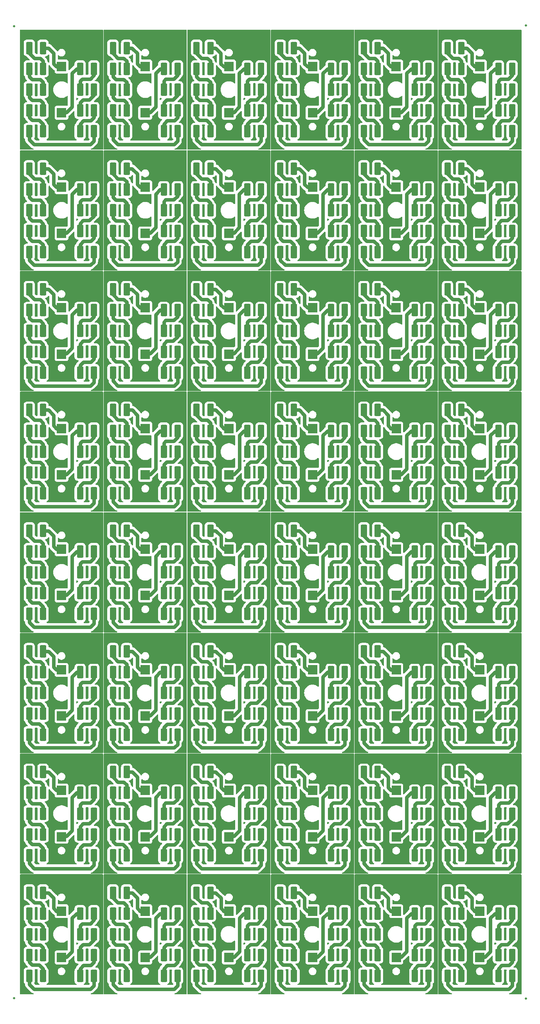
<source format=gbr>
%TF.GenerationSoftware,KiCad,Pcbnew,(7.0.0)*%
%TF.CreationDate,2023-02-26T16:40:51+05:30*%
%TF.ProjectId,9W_SYSKA,39575f53-5953-44b4-912e-6b696361645f,rev?*%
%TF.SameCoordinates,Original*%
%TF.FileFunction,Copper,L1,Top*%
%TF.FilePolarity,Positive*%
%FSLAX46Y46*%
G04 Gerber Fmt 4.6, Leading zero omitted, Abs format (unit mm)*
G04 Created by KiCad (PCBNEW (7.0.0)) date 2023-02-26 16:40:51*
%MOMM*%
%LPD*%
G01*
G04 APERTURE LIST*
G04 Aperture macros list*
%AMRoundRect*
0 Rectangle with rounded corners*
0 $1 Rounding radius*
0 $2 $3 $4 $5 $6 $7 $8 $9 X,Y pos of 4 corners*
0 Add a 4 corners polygon primitive as box body*
4,1,4,$2,$3,$4,$5,$6,$7,$8,$9,$2,$3,0*
0 Add four circle primitives for the rounded corners*
1,1,$1+$1,$2,$3*
1,1,$1+$1,$4,$5*
1,1,$1+$1,$6,$7*
1,1,$1+$1,$8,$9*
0 Add four rect primitives between the rounded corners*
20,1,$1+$1,$2,$3,$4,$5,0*
20,1,$1+$1,$4,$5,$6,$7,0*
20,1,$1+$1,$6,$7,$8,$9,0*
20,1,$1+$1,$8,$9,$2,$3,0*%
G04 Aperture macros list end*
%TA.AperFunction,SMDPad,CuDef*%
%ADD10C,0.500000*%
%TD*%
%TA.AperFunction,SMDPad,CuDef*%
%ADD11RoundRect,0.250001X-0.462499X-1.074999X0.462499X-1.074999X0.462499X1.074999X-0.462499X1.074999X0*%
%TD*%
%TA.AperFunction,SMDPad,CuDef*%
%ADD12R,2.000000X2.000000*%
%TD*%
%TA.AperFunction,Conductor*%
%ADD13C,0.800000*%
%TD*%
G04 APERTURE END LIST*
D10*
%TO.P,REF\u002A\u002A,*%
%TO.N,*%
X209510000Y-231580000D03*
%TD*%
%TO.P,REF\u002A\u002A,*%
%TO.N,*%
X98710000Y-231520000D03*
%TD*%
%TO.P,REF\u002A\u002A,*%
%TO.N,*%
X209460000Y-21150000D03*
%TD*%
%TO.P,REF\u002A\u002A,*%
%TO.N,*%
X98740000Y-21260000D03*
%TD*%
D11*
%TO.P,L5,1,K*%
%TO.N,Net-(L5-K)*%
X174415000Y-226700000D03*
%TO.P,L5,2,A*%
%TO.N,Net-(L4-K)*%
X177390000Y-226700000D03*
%TD*%
%TO.P,L8,1,K*%
%TO.N,Net-(L8-K)*%
X185415000Y-217700000D03*
%TO.P,L8,2,A*%
%TO.N,Net-(L7-K)*%
X188390000Y-217700000D03*
%TD*%
%TO.P,L4,1,K*%
%TO.N,Net-(L4-K)*%
X174415000Y-222200000D03*
%TO.P,L4,2,A*%
%TO.N,Net-(L3-K)*%
X177390000Y-222200000D03*
%TD*%
%TO.P,L2,1,K*%
%TO.N,Net-(L2-K)*%
X174415000Y-213200000D03*
%TO.P,L2,2,A*%
%TO.N,Net-(L1-K)*%
X177390000Y-213200000D03*
%TD*%
D12*
%TO.P,J2,1,Pin_1*%
%TO.N,Net-(J2-Pin_1)*%
X181402499Y-222699999D03*
%TD*%
D11*
%TO.P,L7,1,K*%
%TO.N,Net-(L7-K)*%
X185415000Y-222200000D03*
%TO.P,L7,2,A*%
%TO.N,Net-(L6-K)*%
X188390000Y-222200000D03*
%TD*%
%TO.P,L1,1,K*%
%TO.N,Net-(L1-K)*%
X174415000Y-208700000D03*
%TO.P,L1,2,A*%
%TO.N,Net-(J1-Pin_1)*%
X177390000Y-208700000D03*
%TD*%
%TO.P,L9,1,K*%
%TO.N,Net-(J2-Pin_1)*%
X167315000Y-213200000D03*
%TO.P,L9,2,A*%
%TO.N,Net-(L8-K)*%
X170290000Y-213200000D03*
%TD*%
%TO.P,L7,1,K*%
%TO.N,Net-(L7-K)*%
X167315000Y-222200000D03*
%TO.P,L7,2,A*%
%TO.N,Net-(L6-K)*%
X170290000Y-222200000D03*
%TD*%
%TO.P,L6,1,K*%
%TO.N,Net-(L6-K)*%
X167315000Y-226700000D03*
%TO.P,L6,2,A*%
%TO.N,Net-(L5-K)*%
X170290000Y-226700000D03*
%TD*%
D12*
%TO.P,J2,1,Pin_1*%
%TO.N,Net-(J2-Pin_1)*%
X163302499Y-222699999D03*
%TD*%
D11*
%TO.P,L5,1,K*%
%TO.N,Net-(L5-K)*%
X192515000Y-226700000D03*
%TO.P,L5,2,A*%
%TO.N,Net-(L4-K)*%
X195490000Y-226700000D03*
%TD*%
%TO.P,L3,1,K*%
%TO.N,Net-(L3-K)*%
X192515000Y-217700000D03*
%TO.P,L3,2,A*%
%TO.N,Net-(L2-K)*%
X195490000Y-217700000D03*
%TD*%
%TO.P,L9,1,K*%
%TO.N,Net-(J2-Pin_1)*%
X185415000Y-213200000D03*
%TO.P,L9,2,A*%
%TO.N,Net-(L8-K)*%
X188390000Y-213200000D03*
%TD*%
D12*
%TO.P,J1,1,Pin_1*%
%TO.N,Net-(J1-Pin_1)*%
X199502499Y-212699999D03*
%TD*%
D11*
%TO.P,L3,1,K*%
%TO.N,Net-(L3-K)*%
X174415000Y-217700000D03*
%TO.P,L3,2,A*%
%TO.N,Net-(L2-K)*%
X177390000Y-217700000D03*
%TD*%
%TO.P,L6,1,K*%
%TO.N,Net-(L6-K)*%
X203515000Y-226700000D03*
%TO.P,L6,2,A*%
%TO.N,Net-(L5-K)*%
X206490000Y-226700000D03*
%TD*%
%TO.P,L8,1,K*%
%TO.N,Net-(L8-K)*%
X203515000Y-217700000D03*
%TO.P,L8,2,A*%
%TO.N,Net-(L7-K)*%
X206490000Y-217700000D03*
%TD*%
D12*
%TO.P,J1,1,Pin_1*%
%TO.N,Net-(J1-Pin_1)*%
X181402499Y-212699999D03*
%TD*%
D11*
%TO.P,L7,1,K*%
%TO.N,Net-(L7-K)*%
X203515000Y-222200000D03*
%TO.P,L7,2,A*%
%TO.N,Net-(L6-K)*%
X206490000Y-222200000D03*
%TD*%
%TO.P,L2,1,K*%
%TO.N,Net-(L2-K)*%
X192515000Y-213200000D03*
%TO.P,L2,2,A*%
%TO.N,Net-(L1-K)*%
X195490000Y-213200000D03*
%TD*%
%TO.P,L6,1,K*%
%TO.N,Net-(L6-K)*%
X185415000Y-226700000D03*
%TO.P,L6,2,A*%
%TO.N,Net-(L5-K)*%
X188390000Y-226700000D03*
%TD*%
D12*
%TO.P,J2,1,Pin_1*%
%TO.N,Net-(J2-Pin_1)*%
X199502499Y-222699999D03*
%TD*%
D11*
%TO.P,L9,1,K*%
%TO.N,Net-(J2-Pin_1)*%
X203515000Y-213200000D03*
%TO.P,L9,2,A*%
%TO.N,Net-(L8-K)*%
X206490000Y-213200000D03*
%TD*%
%TO.P,L1,1,K*%
%TO.N,Net-(L1-K)*%
X192515000Y-208700000D03*
%TO.P,L1,2,A*%
%TO.N,Net-(J1-Pin_1)*%
X195490000Y-208700000D03*
%TD*%
%TO.P,L4,1,K*%
%TO.N,Net-(L4-K)*%
X192515000Y-222200000D03*
%TO.P,L4,2,A*%
%TO.N,Net-(L3-K)*%
X195490000Y-222200000D03*
%TD*%
%TO.P,L4,1,K*%
%TO.N,Net-(L4-K)*%
X138215000Y-222200000D03*
%TO.P,L4,2,A*%
%TO.N,Net-(L3-K)*%
X141190000Y-222200000D03*
%TD*%
%TO.P,L5,1,K*%
%TO.N,Net-(L5-K)*%
X156315000Y-226700000D03*
%TO.P,L5,2,A*%
%TO.N,Net-(L4-K)*%
X159290000Y-226700000D03*
%TD*%
%TO.P,L3,1,K*%
%TO.N,Net-(L3-K)*%
X138215000Y-217700000D03*
%TO.P,L3,2,A*%
%TO.N,Net-(L2-K)*%
X141190000Y-217700000D03*
%TD*%
%TO.P,L2,1,K*%
%TO.N,Net-(L2-K)*%
X156315000Y-213200000D03*
%TO.P,L2,2,A*%
%TO.N,Net-(L1-K)*%
X159290000Y-213200000D03*
%TD*%
%TO.P,L8,1,K*%
%TO.N,Net-(L8-K)*%
X167315000Y-217700000D03*
%TO.P,L8,2,A*%
%TO.N,Net-(L7-K)*%
X170290000Y-217700000D03*
%TD*%
D12*
%TO.P,J1,1,Pin_1*%
%TO.N,Net-(J1-Pin_1)*%
X163302499Y-212699999D03*
%TD*%
%TO.P,J1,1,Pin_1*%
%TO.N,Net-(J1-Pin_1)*%
X145202499Y-212699999D03*
%TD*%
D11*
%TO.P,L3,1,K*%
%TO.N,Net-(L3-K)*%
X156315000Y-217700000D03*
%TO.P,L3,2,A*%
%TO.N,Net-(L2-K)*%
X159290000Y-217700000D03*
%TD*%
%TO.P,L7,1,K*%
%TO.N,Net-(L7-K)*%
X149215000Y-222200000D03*
%TO.P,L7,2,A*%
%TO.N,Net-(L6-K)*%
X152190000Y-222200000D03*
%TD*%
%TO.P,L2,1,K*%
%TO.N,Net-(L2-K)*%
X138215000Y-213200000D03*
%TO.P,L2,2,A*%
%TO.N,Net-(L1-K)*%
X141190000Y-213200000D03*
%TD*%
%TO.P,L9,1,K*%
%TO.N,Net-(J2-Pin_1)*%
X149215000Y-213200000D03*
%TO.P,L9,2,A*%
%TO.N,Net-(L8-K)*%
X152190000Y-213200000D03*
%TD*%
%TO.P,L4,1,K*%
%TO.N,Net-(L4-K)*%
X156315000Y-222200000D03*
%TO.P,L4,2,A*%
%TO.N,Net-(L3-K)*%
X159290000Y-222200000D03*
%TD*%
%TO.P,L1,1,K*%
%TO.N,Net-(L1-K)*%
X156315000Y-208700000D03*
%TO.P,L1,2,A*%
%TO.N,Net-(J1-Pin_1)*%
X159290000Y-208700000D03*
%TD*%
%TO.P,L6,1,K*%
%TO.N,Net-(L6-K)*%
X149215000Y-226700000D03*
%TO.P,L6,2,A*%
%TO.N,Net-(L5-K)*%
X152190000Y-226700000D03*
%TD*%
%TO.P,L1,1,K*%
%TO.N,Net-(L1-K)*%
X138215000Y-208700000D03*
%TO.P,L1,2,A*%
%TO.N,Net-(J1-Pin_1)*%
X141190000Y-208700000D03*
%TD*%
%TO.P,L5,1,K*%
%TO.N,Net-(L5-K)*%
X138215000Y-226700000D03*
%TO.P,L5,2,A*%
%TO.N,Net-(L4-K)*%
X141190000Y-226700000D03*
%TD*%
%TO.P,L7,1,K*%
%TO.N,Net-(L7-K)*%
X131115000Y-222200000D03*
%TO.P,L7,2,A*%
%TO.N,Net-(L6-K)*%
X134090000Y-222200000D03*
%TD*%
D12*
%TO.P,J2,1,Pin_1*%
%TO.N,Net-(J2-Pin_1)*%
X127102499Y-222699999D03*
%TD*%
D11*
%TO.P,L9,1,K*%
%TO.N,Net-(J2-Pin_1)*%
X131115000Y-213200000D03*
%TO.P,L9,2,A*%
%TO.N,Net-(L8-K)*%
X134090000Y-213200000D03*
%TD*%
%TO.P,L6,1,K*%
%TO.N,Net-(L6-K)*%
X131115000Y-226700000D03*
%TO.P,L6,2,A*%
%TO.N,Net-(L5-K)*%
X134090000Y-226700000D03*
%TD*%
%TO.P,L1,1,K*%
%TO.N,Net-(L1-K)*%
X120115000Y-208700000D03*
%TO.P,L1,2,A*%
%TO.N,Net-(J1-Pin_1)*%
X123090000Y-208700000D03*
%TD*%
%TO.P,L4,1,K*%
%TO.N,Net-(L4-K)*%
X120115000Y-222200000D03*
%TO.P,L4,2,A*%
%TO.N,Net-(L3-K)*%
X123090000Y-222200000D03*
%TD*%
%TO.P,L5,1,K*%
%TO.N,Net-(L5-K)*%
X120115000Y-226700000D03*
%TO.P,L5,2,A*%
%TO.N,Net-(L4-K)*%
X123090000Y-226700000D03*
%TD*%
%TO.P,L8,1,K*%
%TO.N,Net-(L8-K)*%
X131115000Y-217700000D03*
%TO.P,L8,2,A*%
%TO.N,Net-(L7-K)*%
X134090000Y-217700000D03*
%TD*%
D12*
%TO.P,J1,1,Pin_1*%
%TO.N,Net-(J1-Pin_1)*%
X127102499Y-212699999D03*
%TD*%
D11*
%TO.P,L2,1,K*%
%TO.N,Net-(L2-K)*%
X120115000Y-213200000D03*
%TO.P,L2,2,A*%
%TO.N,Net-(L1-K)*%
X123090000Y-213200000D03*
%TD*%
%TO.P,L3,1,K*%
%TO.N,Net-(L3-K)*%
X120115000Y-217700000D03*
%TO.P,L3,2,A*%
%TO.N,Net-(L2-K)*%
X123090000Y-217700000D03*
%TD*%
%TO.P,L8,1,K*%
%TO.N,Net-(L8-K)*%
X149215000Y-217700000D03*
%TO.P,L8,2,A*%
%TO.N,Net-(L7-K)*%
X152190000Y-217700000D03*
%TD*%
D12*
%TO.P,J2,1,Pin_1*%
%TO.N,Net-(J2-Pin_1)*%
X145202499Y-222699999D03*
%TD*%
D11*
%TO.P,L9,1,K*%
%TO.N,Net-(J2-Pin_1)*%
X113015000Y-213200000D03*
%TO.P,L9,2,A*%
%TO.N,Net-(L8-K)*%
X115990000Y-213200000D03*
%TD*%
%TO.P,L3,1,K*%
%TO.N,Net-(L3-K)*%
X102015000Y-217700000D03*
%TO.P,L3,2,A*%
%TO.N,Net-(L2-K)*%
X104990000Y-217700000D03*
%TD*%
D12*
%TO.P,J1,1,Pin_1*%
%TO.N,Net-(J1-Pin_1)*%
X109002499Y-212699999D03*
%TD*%
D11*
%TO.P,L6,1,K*%
%TO.N,Net-(L6-K)*%
X113015000Y-226700000D03*
%TO.P,L6,2,A*%
%TO.N,Net-(L5-K)*%
X115990000Y-226700000D03*
%TD*%
%TO.P,L2,1,K*%
%TO.N,Net-(L2-K)*%
X102015000Y-213200000D03*
%TO.P,L2,2,A*%
%TO.N,Net-(L1-K)*%
X104990000Y-213200000D03*
%TD*%
%TO.P,L7,1,K*%
%TO.N,Net-(L7-K)*%
X113015000Y-222200000D03*
%TO.P,L7,2,A*%
%TO.N,Net-(L6-K)*%
X115990000Y-222200000D03*
%TD*%
%TO.P,L1,1,K*%
%TO.N,Net-(L1-K)*%
X102015000Y-208700000D03*
%TO.P,L1,2,A*%
%TO.N,Net-(J1-Pin_1)*%
X104990000Y-208700000D03*
%TD*%
%TO.P,L4,1,K*%
%TO.N,Net-(L4-K)*%
X102015000Y-222200000D03*
%TO.P,L4,2,A*%
%TO.N,Net-(L3-K)*%
X104990000Y-222200000D03*
%TD*%
%TO.P,L5,1,K*%
%TO.N,Net-(L5-K)*%
X102015000Y-226700000D03*
%TO.P,L5,2,A*%
%TO.N,Net-(L4-K)*%
X104990000Y-226700000D03*
%TD*%
%TO.P,L8,1,K*%
%TO.N,Net-(L8-K)*%
X113015000Y-217700000D03*
%TO.P,L8,2,A*%
%TO.N,Net-(L7-K)*%
X115990000Y-217700000D03*
%TD*%
D12*
%TO.P,J2,1,Pin_1*%
%TO.N,Net-(J2-Pin_1)*%
X109002499Y-222699999D03*
%TD*%
D11*
%TO.P,L5,1,K*%
%TO.N,Net-(L5-K)*%
X174415000Y-200600000D03*
%TO.P,L5,2,A*%
%TO.N,Net-(L4-K)*%
X177390000Y-200600000D03*
%TD*%
%TO.P,L8,1,K*%
%TO.N,Net-(L8-K)*%
X185415000Y-191600000D03*
%TO.P,L8,2,A*%
%TO.N,Net-(L7-K)*%
X188390000Y-191600000D03*
%TD*%
%TO.P,L4,1,K*%
%TO.N,Net-(L4-K)*%
X174415000Y-196100000D03*
%TO.P,L4,2,A*%
%TO.N,Net-(L3-K)*%
X177390000Y-196100000D03*
%TD*%
%TO.P,L2,1,K*%
%TO.N,Net-(L2-K)*%
X174415000Y-187100000D03*
%TO.P,L2,2,A*%
%TO.N,Net-(L1-K)*%
X177390000Y-187100000D03*
%TD*%
D12*
%TO.P,J2,1,Pin_1*%
%TO.N,Net-(J2-Pin_1)*%
X181402499Y-196599999D03*
%TD*%
D11*
%TO.P,L7,1,K*%
%TO.N,Net-(L7-K)*%
X185415000Y-196100000D03*
%TO.P,L7,2,A*%
%TO.N,Net-(L6-K)*%
X188390000Y-196100000D03*
%TD*%
%TO.P,L1,1,K*%
%TO.N,Net-(L1-K)*%
X174415000Y-182600000D03*
%TO.P,L1,2,A*%
%TO.N,Net-(J1-Pin_1)*%
X177390000Y-182600000D03*
%TD*%
%TO.P,L9,1,K*%
%TO.N,Net-(J2-Pin_1)*%
X167315000Y-187100000D03*
%TO.P,L9,2,A*%
%TO.N,Net-(L8-K)*%
X170290000Y-187100000D03*
%TD*%
%TO.P,L7,1,K*%
%TO.N,Net-(L7-K)*%
X167315000Y-196100000D03*
%TO.P,L7,2,A*%
%TO.N,Net-(L6-K)*%
X170290000Y-196100000D03*
%TD*%
%TO.P,L6,1,K*%
%TO.N,Net-(L6-K)*%
X167315000Y-200600000D03*
%TO.P,L6,2,A*%
%TO.N,Net-(L5-K)*%
X170290000Y-200600000D03*
%TD*%
D12*
%TO.P,J2,1,Pin_1*%
%TO.N,Net-(J2-Pin_1)*%
X163302499Y-196599999D03*
%TD*%
D11*
%TO.P,L5,1,K*%
%TO.N,Net-(L5-K)*%
X192515000Y-200600000D03*
%TO.P,L5,2,A*%
%TO.N,Net-(L4-K)*%
X195490000Y-200600000D03*
%TD*%
%TO.P,L3,1,K*%
%TO.N,Net-(L3-K)*%
X192515000Y-191600000D03*
%TO.P,L3,2,A*%
%TO.N,Net-(L2-K)*%
X195490000Y-191600000D03*
%TD*%
%TO.P,L9,1,K*%
%TO.N,Net-(J2-Pin_1)*%
X185415000Y-187100000D03*
%TO.P,L9,2,A*%
%TO.N,Net-(L8-K)*%
X188390000Y-187100000D03*
%TD*%
D12*
%TO.P,J1,1,Pin_1*%
%TO.N,Net-(J1-Pin_1)*%
X199502499Y-186599999D03*
%TD*%
D11*
%TO.P,L3,1,K*%
%TO.N,Net-(L3-K)*%
X174415000Y-191600000D03*
%TO.P,L3,2,A*%
%TO.N,Net-(L2-K)*%
X177390000Y-191600000D03*
%TD*%
%TO.P,L6,1,K*%
%TO.N,Net-(L6-K)*%
X203515000Y-200600000D03*
%TO.P,L6,2,A*%
%TO.N,Net-(L5-K)*%
X206490000Y-200600000D03*
%TD*%
%TO.P,L8,1,K*%
%TO.N,Net-(L8-K)*%
X203515000Y-191600000D03*
%TO.P,L8,2,A*%
%TO.N,Net-(L7-K)*%
X206490000Y-191600000D03*
%TD*%
D12*
%TO.P,J1,1,Pin_1*%
%TO.N,Net-(J1-Pin_1)*%
X181402499Y-186599999D03*
%TD*%
D11*
%TO.P,L7,1,K*%
%TO.N,Net-(L7-K)*%
X203515000Y-196100000D03*
%TO.P,L7,2,A*%
%TO.N,Net-(L6-K)*%
X206490000Y-196100000D03*
%TD*%
%TO.P,L2,1,K*%
%TO.N,Net-(L2-K)*%
X192515000Y-187100000D03*
%TO.P,L2,2,A*%
%TO.N,Net-(L1-K)*%
X195490000Y-187100000D03*
%TD*%
%TO.P,L6,1,K*%
%TO.N,Net-(L6-K)*%
X185415000Y-200600000D03*
%TO.P,L6,2,A*%
%TO.N,Net-(L5-K)*%
X188390000Y-200600000D03*
%TD*%
D12*
%TO.P,J2,1,Pin_1*%
%TO.N,Net-(J2-Pin_1)*%
X199502499Y-196599999D03*
%TD*%
D11*
%TO.P,L9,1,K*%
%TO.N,Net-(J2-Pin_1)*%
X203515000Y-187100000D03*
%TO.P,L9,2,A*%
%TO.N,Net-(L8-K)*%
X206490000Y-187100000D03*
%TD*%
%TO.P,L1,1,K*%
%TO.N,Net-(L1-K)*%
X192515000Y-182600000D03*
%TO.P,L1,2,A*%
%TO.N,Net-(J1-Pin_1)*%
X195490000Y-182600000D03*
%TD*%
%TO.P,L4,1,K*%
%TO.N,Net-(L4-K)*%
X192515000Y-196100000D03*
%TO.P,L4,2,A*%
%TO.N,Net-(L3-K)*%
X195490000Y-196100000D03*
%TD*%
%TO.P,L4,1,K*%
%TO.N,Net-(L4-K)*%
X138215000Y-196100000D03*
%TO.P,L4,2,A*%
%TO.N,Net-(L3-K)*%
X141190000Y-196100000D03*
%TD*%
%TO.P,L5,1,K*%
%TO.N,Net-(L5-K)*%
X156315000Y-200600000D03*
%TO.P,L5,2,A*%
%TO.N,Net-(L4-K)*%
X159290000Y-200600000D03*
%TD*%
%TO.P,L3,1,K*%
%TO.N,Net-(L3-K)*%
X138215000Y-191600000D03*
%TO.P,L3,2,A*%
%TO.N,Net-(L2-K)*%
X141190000Y-191600000D03*
%TD*%
%TO.P,L2,1,K*%
%TO.N,Net-(L2-K)*%
X156315000Y-187100000D03*
%TO.P,L2,2,A*%
%TO.N,Net-(L1-K)*%
X159290000Y-187100000D03*
%TD*%
%TO.P,L8,1,K*%
%TO.N,Net-(L8-K)*%
X167315000Y-191600000D03*
%TO.P,L8,2,A*%
%TO.N,Net-(L7-K)*%
X170290000Y-191600000D03*
%TD*%
D12*
%TO.P,J1,1,Pin_1*%
%TO.N,Net-(J1-Pin_1)*%
X163302499Y-186599999D03*
%TD*%
%TO.P,J1,1,Pin_1*%
%TO.N,Net-(J1-Pin_1)*%
X145202499Y-186599999D03*
%TD*%
D11*
%TO.P,L3,1,K*%
%TO.N,Net-(L3-K)*%
X156315000Y-191600000D03*
%TO.P,L3,2,A*%
%TO.N,Net-(L2-K)*%
X159290000Y-191600000D03*
%TD*%
%TO.P,L7,1,K*%
%TO.N,Net-(L7-K)*%
X149215000Y-196100000D03*
%TO.P,L7,2,A*%
%TO.N,Net-(L6-K)*%
X152190000Y-196100000D03*
%TD*%
%TO.P,L2,1,K*%
%TO.N,Net-(L2-K)*%
X138215000Y-187100000D03*
%TO.P,L2,2,A*%
%TO.N,Net-(L1-K)*%
X141190000Y-187100000D03*
%TD*%
%TO.P,L9,1,K*%
%TO.N,Net-(J2-Pin_1)*%
X149215000Y-187100000D03*
%TO.P,L9,2,A*%
%TO.N,Net-(L8-K)*%
X152190000Y-187100000D03*
%TD*%
%TO.P,L4,1,K*%
%TO.N,Net-(L4-K)*%
X156315000Y-196100000D03*
%TO.P,L4,2,A*%
%TO.N,Net-(L3-K)*%
X159290000Y-196100000D03*
%TD*%
%TO.P,L1,1,K*%
%TO.N,Net-(L1-K)*%
X156315000Y-182600000D03*
%TO.P,L1,2,A*%
%TO.N,Net-(J1-Pin_1)*%
X159290000Y-182600000D03*
%TD*%
%TO.P,L6,1,K*%
%TO.N,Net-(L6-K)*%
X149215000Y-200600000D03*
%TO.P,L6,2,A*%
%TO.N,Net-(L5-K)*%
X152190000Y-200600000D03*
%TD*%
%TO.P,L1,1,K*%
%TO.N,Net-(L1-K)*%
X138215000Y-182600000D03*
%TO.P,L1,2,A*%
%TO.N,Net-(J1-Pin_1)*%
X141190000Y-182600000D03*
%TD*%
%TO.P,L5,1,K*%
%TO.N,Net-(L5-K)*%
X138215000Y-200600000D03*
%TO.P,L5,2,A*%
%TO.N,Net-(L4-K)*%
X141190000Y-200600000D03*
%TD*%
%TO.P,L7,1,K*%
%TO.N,Net-(L7-K)*%
X131115000Y-196100000D03*
%TO.P,L7,2,A*%
%TO.N,Net-(L6-K)*%
X134090000Y-196100000D03*
%TD*%
D12*
%TO.P,J2,1,Pin_1*%
%TO.N,Net-(J2-Pin_1)*%
X127102499Y-196599999D03*
%TD*%
D11*
%TO.P,L9,1,K*%
%TO.N,Net-(J2-Pin_1)*%
X131115000Y-187100000D03*
%TO.P,L9,2,A*%
%TO.N,Net-(L8-K)*%
X134090000Y-187100000D03*
%TD*%
%TO.P,L6,1,K*%
%TO.N,Net-(L6-K)*%
X131115000Y-200600000D03*
%TO.P,L6,2,A*%
%TO.N,Net-(L5-K)*%
X134090000Y-200600000D03*
%TD*%
%TO.P,L1,1,K*%
%TO.N,Net-(L1-K)*%
X120115000Y-182600000D03*
%TO.P,L1,2,A*%
%TO.N,Net-(J1-Pin_1)*%
X123090000Y-182600000D03*
%TD*%
%TO.P,L4,1,K*%
%TO.N,Net-(L4-K)*%
X120115000Y-196100000D03*
%TO.P,L4,2,A*%
%TO.N,Net-(L3-K)*%
X123090000Y-196100000D03*
%TD*%
%TO.P,L5,1,K*%
%TO.N,Net-(L5-K)*%
X120115000Y-200600000D03*
%TO.P,L5,2,A*%
%TO.N,Net-(L4-K)*%
X123090000Y-200600000D03*
%TD*%
%TO.P,L8,1,K*%
%TO.N,Net-(L8-K)*%
X131115000Y-191600000D03*
%TO.P,L8,2,A*%
%TO.N,Net-(L7-K)*%
X134090000Y-191600000D03*
%TD*%
D12*
%TO.P,J1,1,Pin_1*%
%TO.N,Net-(J1-Pin_1)*%
X127102499Y-186599999D03*
%TD*%
D11*
%TO.P,L2,1,K*%
%TO.N,Net-(L2-K)*%
X120115000Y-187100000D03*
%TO.P,L2,2,A*%
%TO.N,Net-(L1-K)*%
X123090000Y-187100000D03*
%TD*%
%TO.P,L3,1,K*%
%TO.N,Net-(L3-K)*%
X120115000Y-191600000D03*
%TO.P,L3,2,A*%
%TO.N,Net-(L2-K)*%
X123090000Y-191600000D03*
%TD*%
%TO.P,L8,1,K*%
%TO.N,Net-(L8-K)*%
X149215000Y-191600000D03*
%TO.P,L8,2,A*%
%TO.N,Net-(L7-K)*%
X152190000Y-191600000D03*
%TD*%
D12*
%TO.P,J2,1,Pin_1*%
%TO.N,Net-(J2-Pin_1)*%
X145202499Y-196599999D03*
%TD*%
D11*
%TO.P,L9,1,K*%
%TO.N,Net-(J2-Pin_1)*%
X113015000Y-187100000D03*
%TO.P,L9,2,A*%
%TO.N,Net-(L8-K)*%
X115990000Y-187100000D03*
%TD*%
%TO.P,L3,1,K*%
%TO.N,Net-(L3-K)*%
X102015000Y-191600000D03*
%TO.P,L3,2,A*%
%TO.N,Net-(L2-K)*%
X104990000Y-191600000D03*
%TD*%
D12*
%TO.P,J1,1,Pin_1*%
%TO.N,Net-(J1-Pin_1)*%
X109002499Y-186599999D03*
%TD*%
D11*
%TO.P,L6,1,K*%
%TO.N,Net-(L6-K)*%
X113015000Y-200600000D03*
%TO.P,L6,2,A*%
%TO.N,Net-(L5-K)*%
X115990000Y-200600000D03*
%TD*%
%TO.P,L2,1,K*%
%TO.N,Net-(L2-K)*%
X102015000Y-187100000D03*
%TO.P,L2,2,A*%
%TO.N,Net-(L1-K)*%
X104990000Y-187100000D03*
%TD*%
%TO.P,L7,1,K*%
%TO.N,Net-(L7-K)*%
X113015000Y-196100000D03*
%TO.P,L7,2,A*%
%TO.N,Net-(L6-K)*%
X115990000Y-196100000D03*
%TD*%
%TO.P,L1,1,K*%
%TO.N,Net-(L1-K)*%
X102015000Y-182600000D03*
%TO.P,L1,2,A*%
%TO.N,Net-(J1-Pin_1)*%
X104990000Y-182600000D03*
%TD*%
%TO.P,L4,1,K*%
%TO.N,Net-(L4-K)*%
X102015000Y-196100000D03*
%TO.P,L4,2,A*%
%TO.N,Net-(L3-K)*%
X104990000Y-196100000D03*
%TD*%
%TO.P,L5,1,K*%
%TO.N,Net-(L5-K)*%
X102015000Y-200600000D03*
%TO.P,L5,2,A*%
%TO.N,Net-(L4-K)*%
X104990000Y-200600000D03*
%TD*%
%TO.P,L8,1,K*%
%TO.N,Net-(L8-K)*%
X113015000Y-191600000D03*
%TO.P,L8,2,A*%
%TO.N,Net-(L7-K)*%
X115990000Y-191600000D03*
%TD*%
D12*
%TO.P,J2,1,Pin_1*%
%TO.N,Net-(J2-Pin_1)*%
X109002499Y-196599999D03*
%TD*%
D11*
%TO.P,L5,1,K*%
%TO.N,Net-(L5-K)*%
X174415000Y-174500000D03*
%TO.P,L5,2,A*%
%TO.N,Net-(L4-K)*%
X177390000Y-174500000D03*
%TD*%
%TO.P,L8,1,K*%
%TO.N,Net-(L8-K)*%
X185415000Y-165500000D03*
%TO.P,L8,2,A*%
%TO.N,Net-(L7-K)*%
X188390000Y-165500000D03*
%TD*%
%TO.P,L4,1,K*%
%TO.N,Net-(L4-K)*%
X174415000Y-170000000D03*
%TO.P,L4,2,A*%
%TO.N,Net-(L3-K)*%
X177390000Y-170000000D03*
%TD*%
%TO.P,L2,1,K*%
%TO.N,Net-(L2-K)*%
X174415000Y-161000000D03*
%TO.P,L2,2,A*%
%TO.N,Net-(L1-K)*%
X177390000Y-161000000D03*
%TD*%
D12*
%TO.P,J2,1,Pin_1*%
%TO.N,Net-(J2-Pin_1)*%
X181402499Y-170499999D03*
%TD*%
D11*
%TO.P,L7,1,K*%
%TO.N,Net-(L7-K)*%
X185415000Y-170000000D03*
%TO.P,L7,2,A*%
%TO.N,Net-(L6-K)*%
X188390000Y-170000000D03*
%TD*%
%TO.P,L1,1,K*%
%TO.N,Net-(L1-K)*%
X174415000Y-156500000D03*
%TO.P,L1,2,A*%
%TO.N,Net-(J1-Pin_1)*%
X177390000Y-156500000D03*
%TD*%
%TO.P,L9,1,K*%
%TO.N,Net-(J2-Pin_1)*%
X167315000Y-161000000D03*
%TO.P,L9,2,A*%
%TO.N,Net-(L8-K)*%
X170290000Y-161000000D03*
%TD*%
%TO.P,L7,1,K*%
%TO.N,Net-(L7-K)*%
X167315000Y-170000000D03*
%TO.P,L7,2,A*%
%TO.N,Net-(L6-K)*%
X170290000Y-170000000D03*
%TD*%
%TO.P,L6,1,K*%
%TO.N,Net-(L6-K)*%
X167315000Y-174500000D03*
%TO.P,L6,2,A*%
%TO.N,Net-(L5-K)*%
X170290000Y-174500000D03*
%TD*%
D12*
%TO.P,J2,1,Pin_1*%
%TO.N,Net-(J2-Pin_1)*%
X163302499Y-170499999D03*
%TD*%
D11*
%TO.P,L5,1,K*%
%TO.N,Net-(L5-K)*%
X192515000Y-174500000D03*
%TO.P,L5,2,A*%
%TO.N,Net-(L4-K)*%
X195490000Y-174500000D03*
%TD*%
%TO.P,L3,1,K*%
%TO.N,Net-(L3-K)*%
X192515000Y-165500000D03*
%TO.P,L3,2,A*%
%TO.N,Net-(L2-K)*%
X195490000Y-165500000D03*
%TD*%
%TO.P,L9,1,K*%
%TO.N,Net-(J2-Pin_1)*%
X185415000Y-161000000D03*
%TO.P,L9,2,A*%
%TO.N,Net-(L8-K)*%
X188390000Y-161000000D03*
%TD*%
D12*
%TO.P,J1,1,Pin_1*%
%TO.N,Net-(J1-Pin_1)*%
X199502499Y-160499999D03*
%TD*%
D11*
%TO.P,L3,1,K*%
%TO.N,Net-(L3-K)*%
X174415000Y-165500000D03*
%TO.P,L3,2,A*%
%TO.N,Net-(L2-K)*%
X177390000Y-165500000D03*
%TD*%
%TO.P,L6,1,K*%
%TO.N,Net-(L6-K)*%
X203515000Y-174500000D03*
%TO.P,L6,2,A*%
%TO.N,Net-(L5-K)*%
X206490000Y-174500000D03*
%TD*%
%TO.P,L8,1,K*%
%TO.N,Net-(L8-K)*%
X203515000Y-165500000D03*
%TO.P,L8,2,A*%
%TO.N,Net-(L7-K)*%
X206490000Y-165500000D03*
%TD*%
D12*
%TO.P,J1,1,Pin_1*%
%TO.N,Net-(J1-Pin_1)*%
X181402499Y-160499999D03*
%TD*%
D11*
%TO.P,L7,1,K*%
%TO.N,Net-(L7-K)*%
X203515000Y-170000000D03*
%TO.P,L7,2,A*%
%TO.N,Net-(L6-K)*%
X206490000Y-170000000D03*
%TD*%
%TO.P,L2,1,K*%
%TO.N,Net-(L2-K)*%
X192515000Y-161000000D03*
%TO.P,L2,2,A*%
%TO.N,Net-(L1-K)*%
X195490000Y-161000000D03*
%TD*%
%TO.P,L6,1,K*%
%TO.N,Net-(L6-K)*%
X185415000Y-174500000D03*
%TO.P,L6,2,A*%
%TO.N,Net-(L5-K)*%
X188390000Y-174500000D03*
%TD*%
D12*
%TO.P,J2,1,Pin_1*%
%TO.N,Net-(J2-Pin_1)*%
X199502499Y-170499999D03*
%TD*%
D11*
%TO.P,L9,1,K*%
%TO.N,Net-(J2-Pin_1)*%
X203515000Y-161000000D03*
%TO.P,L9,2,A*%
%TO.N,Net-(L8-K)*%
X206490000Y-161000000D03*
%TD*%
%TO.P,L1,1,K*%
%TO.N,Net-(L1-K)*%
X192515000Y-156500000D03*
%TO.P,L1,2,A*%
%TO.N,Net-(J1-Pin_1)*%
X195490000Y-156500000D03*
%TD*%
%TO.P,L4,1,K*%
%TO.N,Net-(L4-K)*%
X192515000Y-170000000D03*
%TO.P,L4,2,A*%
%TO.N,Net-(L3-K)*%
X195490000Y-170000000D03*
%TD*%
%TO.P,L4,1,K*%
%TO.N,Net-(L4-K)*%
X138215000Y-170000000D03*
%TO.P,L4,2,A*%
%TO.N,Net-(L3-K)*%
X141190000Y-170000000D03*
%TD*%
%TO.P,L5,1,K*%
%TO.N,Net-(L5-K)*%
X156315000Y-174500000D03*
%TO.P,L5,2,A*%
%TO.N,Net-(L4-K)*%
X159290000Y-174500000D03*
%TD*%
%TO.P,L3,1,K*%
%TO.N,Net-(L3-K)*%
X138215000Y-165500000D03*
%TO.P,L3,2,A*%
%TO.N,Net-(L2-K)*%
X141190000Y-165500000D03*
%TD*%
%TO.P,L2,1,K*%
%TO.N,Net-(L2-K)*%
X156315000Y-161000000D03*
%TO.P,L2,2,A*%
%TO.N,Net-(L1-K)*%
X159290000Y-161000000D03*
%TD*%
%TO.P,L8,1,K*%
%TO.N,Net-(L8-K)*%
X167315000Y-165500000D03*
%TO.P,L8,2,A*%
%TO.N,Net-(L7-K)*%
X170290000Y-165500000D03*
%TD*%
D12*
%TO.P,J1,1,Pin_1*%
%TO.N,Net-(J1-Pin_1)*%
X163302499Y-160499999D03*
%TD*%
%TO.P,J1,1,Pin_1*%
%TO.N,Net-(J1-Pin_1)*%
X145202499Y-160499999D03*
%TD*%
D11*
%TO.P,L3,1,K*%
%TO.N,Net-(L3-K)*%
X156315000Y-165500000D03*
%TO.P,L3,2,A*%
%TO.N,Net-(L2-K)*%
X159290000Y-165500000D03*
%TD*%
%TO.P,L7,1,K*%
%TO.N,Net-(L7-K)*%
X149215000Y-170000000D03*
%TO.P,L7,2,A*%
%TO.N,Net-(L6-K)*%
X152190000Y-170000000D03*
%TD*%
%TO.P,L2,1,K*%
%TO.N,Net-(L2-K)*%
X138215000Y-161000000D03*
%TO.P,L2,2,A*%
%TO.N,Net-(L1-K)*%
X141190000Y-161000000D03*
%TD*%
%TO.P,L9,1,K*%
%TO.N,Net-(J2-Pin_1)*%
X149215000Y-161000000D03*
%TO.P,L9,2,A*%
%TO.N,Net-(L8-K)*%
X152190000Y-161000000D03*
%TD*%
%TO.P,L4,1,K*%
%TO.N,Net-(L4-K)*%
X156315000Y-170000000D03*
%TO.P,L4,2,A*%
%TO.N,Net-(L3-K)*%
X159290000Y-170000000D03*
%TD*%
%TO.P,L1,1,K*%
%TO.N,Net-(L1-K)*%
X156315000Y-156500000D03*
%TO.P,L1,2,A*%
%TO.N,Net-(J1-Pin_1)*%
X159290000Y-156500000D03*
%TD*%
%TO.P,L6,1,K*%
%TO.N,Net-(L6-K)*%
X149215000Y-174500000D03*
%TO.P,L6,2,A*%
%TO.N,Net-(L5-K)*%
X152190000Y-174500000D03*
%TD*%
%TO.P,L1,1,K*%
%TO.N,Net-(L1-K)*%
X138215000Y-156500000D03*
%TO.P,L1,2,A*%
%TO.N,Net-(J1-Pin_1)*%
X141190000Y-156500000D03*
%TD*%
%TO.P,L5,1,K*%
%TO.N,Net-(L5-K)*%
X138215000Y-174500000D03*
%TO.P,L5,2,A*%
%TO.N,Net-(L4-K)*%
X141190000Y-174500000D03*
%TD*%
%TO.P,L7,1,K*%
%TO.N,Net-(L7-K)*%
X131115000Y-170000000D03*
%TO.P,L7,2,A*%
%TO.N,Net-(L6-K)*%
X134090000Y-170000000D03*
%TD*%
D12*
%TO.P,J2,1,Pin_1*%
%TO.N,Net-(J2-Pin_1)*%
X127102499Y-170499999D03*
%TD*%
D11*
%TO.P,L9,1,K*%
%TO.N,Net-(J2-Pin_1)*%
X131115000Y-161000000D03*
%TO.P,L9,2,A*%
%TO.N,Net-(L8-K)*%
X134090000Y-161000000D03*
%TD*%
%TO.P,L6,1,K*%
%TO.N,Net-(L6-K)*%
X131115000Y-174500000D03*
%TO.P,L6,2,A*%
%TO.N,Net-(L5-K)*%
X134090000Y-174500000D03*
%TD*%
%TO.P,L1,1,K*%
%TO.N,Net-(L1-K)*%
X120115000Y-156500000D03*
%TO.P,L1,2,A*%
%TO.N,Net-(J1-Pin_1)*%
X123090000Y-156500000D03*
%TD*%
%TO.P,L4,1,K*%
%TO.N,Net-(L4-K)*%
X120115000Y-170000000D03*
%TO.P,L4,2,A*%
%TO.N,Net-(L3-K)*%
X123090000Y-170000000D03*
%TD*%
%TO.P,L5,1,K*%
%TO.N,Net-(L5-K)*%
X120115000Y-174500000D03*
%TO.P,L5,2,A*%
%TO.N,Net-(L4-K)*%
X123090000Y-174500000D03*
%TD*%
%TO.P,L8,1,K*%
%TO.N,Net-(L8-K)*%
X131115000Y-165500000D03*
%TO.P,L8,2,A*%
%TO.N,Net-(L7-K)*%
X134090000Y-165500000D03*
%TD*%
D12*
%TO.P,J1,1,Pin_1*%
%TO.N,Net-(J1-Pin_1)*%
X127102499Y-160499999D03*
%TD*%
D11*
%TO.P,L2,1,K*%
%TO.N,Net-(L2-K)*%
X120115000Y-161000000D03*
%TO.P,L2,2,A*%
%TO.N,Net-(L1-K)*%
X123090000Y-161000000D03*
%TD*%
%TO.P,L3,1,K*%
%TO.N,Net-(L3-K)*%
X120115000Y-165500000D03*
%TO.P,L3,2,A*%
%TO.N,Net-(L2-K)*%
X123090000Y-165500000D03*
%TD*%
%TO.P,L8,1,K*%
%TO.N,Net-(L8-K)*%
X149215000Y-165500000D03*
%TO.P,L8,2,A*%
%TO.N,Net-(L7-K)*%
X152190000Y-165500000D03*
%TD*%
D12*
%TO.P,J2,1,Pin_1*%
%TO.N,Net-(J2-Pin_1)*%
X145202499Y-170499999D03*
%TD*%
D11*
%TO.P,L9,1,K*%
%TO.N,Net-(J2-Pin_1)*%
X113015000Y-161000000D03*
%TO.P,L9,2,A*%
%TO.N,Net-(L8-K)*%
X115990000Y-161000000D03*
%TD*%
%TO.P,L3,1,K*%
%TO.N,Net-(L3-K)*%
X102015000Y-165500000D03*
%TO.P,L3,2,A*%
%TO.N,Net-(L2-K)*%
X104990000Y-165500000D03*
%TD*%
D12*
%TO.P,J1,1,Pin_1*%
%TO.N,Net-(J1-Pin_1)*%
X109002499Y-160499999D03*
%TD*%
D11*
%TO.P,L6,1,K*%
%TO.N,Net-(L6-K)*%
X113015000Y-174500000D03*
%TO.P,L6,2,A*%
%TO.N,Net-(L5-K)*%
X115990000Y-174500000D03*
%TD*%
%TO.P,L2,1,K*%
%TO.N,Net-(L2-K)*%
X102015000Y-161000000D03*
%TO.P,L2,2,A*%
%TO.N,Net-(L1-K)*%
X104990000Y-161000000D03*
%TD*%
%TO.P,L7,1,K*%
%TO.N,Net-(L7-K)*%
X113015000Y-170000000D03*
%TO.P,L7,2,A*%
%TO.N,Net-(L6-K)*%
X115990000Y-170000000D03*
%TD*%
%TO.P,L1,1,K*%
%TO.N,Net-(L1-K)*%
X102015000Y-156500000D03*
%TO.P,L1,2,A*%
%TO.N,Net-(J1-Pin_1)*%
X104990000Y-156500000D03*
%TD*%
%TO.P,L4,1,K*%
%TO.N,Net-(L4-K)*%
X102015000Y-170000000D03*
%TO.P,L4,2,A*%
%TO.N,Net-(L3-K)*%
X104990000Y-170000000D03*
%TD*%
%TO.P,L5,1,K*%
%TO.N,Net-(L5-K)*%
X102015000Y-174500000D03*
%TO.P,L5,2,A*%
%TO.N,Net-(L4-K)*%
X104990000Y-174500000D03*
%TD*%
%TO.P,L8,1,K*%
%TO.N,Net-(L8-K)*%
X113015000Y-165500000D03*
%TO.P,L8,2,A*%
%TO.N,Net-(L7-K)*%
X115990000Y-165500000D03*
%TD*%
D12*
%TO.P,J2,1,Pin_1*%
%TO.N,Net-(J2-Pin_1)*%
X109002499Y-170499999D03*
%TD*%
D11*
%TO.P,L5,1,K*%
%TO.N,Net-(L5-K)*%
X174415000Y-148400000D03*
%TO.P,L5,2,A*%
%TO.N,Net-(L4-K)*%
X177390000Y-148400000D03*
%TD*%
%TO.P,L8,1,K*%
%TO.N,Net-(L8-K)*%
X185415000Y-139400000D03*
%TO.P,L8,2,A*%
%TO.N,Net-(L7-K)*%
X188390000Y-139400000D03*
%TD*%
%TO.P,L4,1,K*%
%TO.N,Net-(L4-K)*%
X174415000Y-143900000D03*
%TO.P,L4,2,A*%
%TO.N,Net-(L3-K)*%
X177390000Y-143900000D03*
%TD*%
%TO.P,L2,1,K*%
%TO.N,Net-(L2-K)*%
X174415000Y-134900000D03*
%TO.P,L2,2,A*%
%TO.N,Net-(L1-K)*%
X177390000Y-134900000D03*
%TD*%
D12*
%TO.P,J2,1,Pin_1*%
%TO.N,Net-(J2-Pin_1)*%
X181402499Y-144399999D03*
%TD*%
D11*
%TO.P,L7,1,K*%
%TO.N,Net-(L7-K)*%
X185415000Y-143900000D03*
%TO.P,L7,2,A*%
%TO.N,Net-(L6-K)*%
X188390000Y-143900000D03*
%TD*%
%TO.P,L1,1,K*%
%TO.N,Net-(L1-K)*%
X174415000Y-130400000D03*
%TO.P,L1,2,A*%
%TO.N,Net-(J1-Pin_1)*%
X177390000Y-130400000D03*
%TD*%
%TO.P,L9,1,K*%
%TO.N,Net-(J2-Pin_1)*%
X167315000Y-134900000D03*
%TO.P,L9,2,A*%
%TO.N,Net-(L8-K)*%
X170290000Y-134900000D03*
%TD*%
%TO.P,L7,1,K*%
%TO.N,Net-(L7-K)*%
X167315000Y-143900000D03*
%TO.P,L7,2,A*%
%TO.N,Net-(L6-K)*%
X170290000Y-143900000D03*
%TD*%
%TO.P,L6,1,K*%
%TO.N,Net-(L6-K)*%
X167315000Y-148400000D03*
%TO.P,L6,2,A*%
%TO.N,Net-(L5-K)*%
X170290000Y-148400000D03*
%TD*%
D12*
%TO.P,J2,1,Pin_1*%
%TO.N,Net-(J2-Pin_1)*%
X163302499Y-144399999D03*
%TD*%
D11*
%TO.P,L5,1,K*%
%TO.N,Net-(L5-K)*%
X192515000Y-148400000D03*
%TO.P,L5,2,A*%
%TO.N,Net-(L4-K)*%
X195490000Y-148400000D03*
%TD*%
%TO.P,L3,1,K*%
%TO.N,Net-(L3-K)*%
X192515000Y-139400000D03*
%TO.P,L3,2,A*%
%TO.N,Net-(L2-K)*%
X195490000Y-139400000D03*
%TD*%
%TO.P,L9,1,K*%
%TO.N,Net-(J2-Pin_1)*%
X185415000Y-134900000D03*
%TO.P,L9,2,A*%
%TO.N,Net-(L8-K)*%
X188390000Y-134900000D03*
%TD*%
D12*
%TO.P,J1,1,Pin_1*%
%TO.N,Net-(J1-Pin_1)*%
X199502499Y-134399999D03*
%TD*%
D11*
%TO.P,L3,1,K*%
%TO.N,Net-(L3-K)*%
X174415000Y-139400000D03*
%TO.P,L3,2,A*%
%TO.N,Net-(L2-K)*%
X177390000Y-139400000D03*
%TD*%
%TO.P,L6,1,K*%
%TO.N,Net-(L6-K)*%
X203515000Y-148400000D03*
%TO.P,L6,2,A*%
%TO.N,Net-(L5-K)*%
X206490000Y-148400000D03*
%TD*%
%TO.P,L8,1,K*%
%TO.N,Net-(L8-K)*%
X203515000Y-139400000D03*
%TO.P,L8,2,A*%
%TO.N,Net-(L7-K)*%
X206490000Y-139400000D03*
%TD*%
D12*
%TO.P,J1,1,Pin_1*%
%TO.N,Net-(J1-Pin_1)*%
X181402499Y-134399999D03*
%TD*%
D11*
%TO.P,L7,1,K*%
%TO.N,Net-(L7-K)*%
X203515000Y-143900000D03*
%TO.P,L7,2,A*%
%TO.N,Net-(L6-K)*%
X206490000Y-143900000D03*
%TD*%
%TO.P,L2,1,K*%
%TO.N,Net-(L2-K)*%
X192515000Y-134900000D03*
%TO.P,L2,2,A*%
%TO.N,Net-(L1-K)*%
X195490000Y-134900000D03*
%TD*%
%TO.P,L6,1,K*%
%TO.N,Net-(L6-K)*%
X185415000Y-148400000D03*
%TO.P,L6,2,A*%
%TO.N,Net-(L5-K)*%
X188390000Y-148400000D03*
%TD*%
D12*
%TO.P,J2,1,Pin_1*%
%TO.N,Net-(J2-Pin_1)*%
X199502499Y-144399999D03*
%TD*%
D11*
%TO.P,L9,1,K*%
%TO.N,Net-(J2-Pin_1)*%
X203515000Y-134900000D03*
%TO.P,L9,2,A*%
%TO.N,Net-(L8-K)*%
X206490000Y-134900000D03*
%TD*%
%TO.P,L1,1,K*%
%TO.N,Net-(L1-K)*%
X192515000Y-130400000D03*
%TO.P,L1,2,A*%
%TO.N,Net-(J1-Pin_1)*%
X195490000Y-130400000D03*
%TD*%
%TO.P,L4,1,K*%
%TO.N,Net-(L4-K)*%
X192515000Y-143900000D03*
%TO.P,L4,2,A*%
%TO.N,Net-(L3-K)*%
X195490000Y-143900000D03*
%TD*%
%TO.P,L4,1,K*%
%TO.N,Net-(L4-K)*%
X138215000Y-143900000D03*
%TO.P,L4,2,A*%
%TO.N,Net-(L3-K)*%
X141190000Y-143900000D03*
%TD*%
%TO.P,L5,1,K*%
%TO.N,Net-(L5-K)*%
X156315000Y-148400000D03*
%TO.P,L5,2,A*%
%TO.N,Net-(L4-K)*%
X159290000Y-148400000D03*
%TD*%
%TO.P,L3,1,K*%
%TO.N,Net-(L3-K)*%
X138215000Y-139400000D03*
%TO.P,L3,2,A*%
%TO.N,Net-(L2-K)*%
X141190000Y-139400000D03*
%TD*%
%TO.P,L2,1,K*%
%TO.N,Net-(L2-K)*%
X156315000Y-134900000D03*
%TO.P,L2,2,A*%
%TO.N,Net-(L1-K)*%
X159290000Y-134900000D03*
%TD*%
%TO.P,L8,1,K*%
%TO.N,Net-(L8-K)*%
X167315000Y-139400000D03*
%TO.P,L8,2,A*%
%TO.N,Net-(L7-K)*%
X170290000Y-139400000D03*
%TD*%
D12*
%TO.P,J1,1,Pin_1*%
%TO.N,Net-(J1-Pin_1)*%
X163302499Y-134399999D03*
%TD*%
%TO.P,J1,1,Pin_1*%
%TO.N,Net-(J1-Pin_1)*%
X145202499Y-134399999D03*
%TD*%
D11*
%TO.P,L3,1,K*%
%TO.N,Net-(L3-K)*%
X156315000Y-139400000D03*
%TO.P,L3,2,A*%
%TO.N,Net-(L2-K)*%
X159290000Y-139400000D03*
%TD*%
%TO.P,L7,1,K*%
%TO.N,Net-(L7-K)*%
X149215000Y-143900000D03*
%TO.P,L7,2,A*%
%TO.N,Net-(L6-K)*%
X152190000Y-143900000D03*
%TD*%
%TO.P,L2,1,K*%
%TO.N,Net-(L2-K)*%
X138215000Y-134900000D03*
%TO.P,L2,2,A*%
%TO.N,Net-(L1-K)*%
X141190000Y-134900000D03*
%TD*%
%TO.P,L9,1,K*%
%TO.N,Net-(J2-Pin_1)*%
X149215000Y-134900000D03*
%TO.P,L9,2,A*%
%TO.N,Net-(L8-K)*%
X152190000Y-134900000D03*
%TD*%
%TO.P,L4,1,K*%
%TO.N,Net-(L4-K)*%
X156315000Y-143900000D03*
%TO.P,L4,2,A*%
%TO.N,Net-(L3-K)*%
X159290000Y-143900000D03*
%TD*%
%TO.P,L1,1,K*%
%TO.N,Net-(L1-K)*%
X156315000Y-130400000D03*
%TO.P,L1,2,A*%
%TO.N,Net-(J1-Pin_1)*%
X159290000Y-130400000D03*
%TD*%
%TO.P,L6,1,K*%
%TO.N,Net-(L6-K)*%
X149215000Y-148400000D03*
%TO.P,L6,2,A*%
%TO.N,Net-(L5-K)*%
X152190000Y-148400000D03*
%TD*%
%TO.P,L1,1,K*%
%TO.N,Net-(L1-K)*%
X138215000Y-130400000D03*
%TO.P,L1,2,A*%
%TO.N,Net-(J1-Pin_1)*%
X141190000Y-130400000D03*
%TD*%
%TO.P,L5,1,K*%
%TO.N,Net-(L5-K)*%
X138215000Y-148400000D03*
%TO.P,L5,2,A*%
%TO.N,Net-(L4-K)*%
X141190000Y-148400000D03*
%TD*%
%TO.P,L7,1,K*%
%TO.N,Net-(L7-K)*%
X131115000Y-143900000D03*
%TO.P,L7,2,A*%
%TO.N,Net-(L6-K)*%
X134090000Y-143900000D03*
%TD*%
D12*
%TO.P,J2,1,Pin_1*%
%TO.N,Net-(J2-Pin_1)*%
X127102499Y-144399999D03*
%TD*%
D11*
%TO.P,L9,1,K*%
%TO.N,Net-(J2-Pin_1)*%
X131115000Y-134900000D03*
%TO.P,L9,2,A*%
%TO.N,Net-(L8-K)*%
X134090000Y-134900000D03*
%TD*%
%TO.P,L6,1,K*%
%TO.N,Net-(L6-K)*%
X131115000Y-148400000D03*
%TO.P,L6,2,A*%
%TO.N,Net-(L5-K)*%
X134090000Y-148400000D03*
%TD*%
%TO.P,L1,1,K*%
%TO.N,Net-(L1-K)*%
X120115000Y-130400000D03*
%TO.P,L1,2,A*%
%TO.N,Net-(J1-Pin_1)*%
X123090000Y-130400000D03*
%TD*%
%TO.P,L4,1,K*%
%TO.N,Net-(L4-K)*%
X120115000Y-143900000D03*
%TO.P,L4,2,A*%
%TO.N,Net-(L3-K)*%
X123090000Y-143900000D03*
%TD*%
%TO.P,L5,1,K*%
%TO.N,Net-(L5-K)*%
X120115000Y-148400000D03*
%TO.P,L5,2,A*%
%TO.N,Net-(L4-K)*%
X123090000Y-148400000D03*
%TD*%
%TO.P,L8,1,K*%
%TO.N,Net-(L8-K)*%
X131115000Y-139400000D03*
%TO.P,L8,2,A*%
%TO.N,Net-(L7-K)*%
X134090000Y-139400000D03*
%TD*%
D12*
%TO.P,J1,1,Pin_1*%
%TO.N,Net-(J1-Pin_1)*%
X127102499Y-134399999D03*
%TD*%
D11*
%TO.P,L2,1,K*%
%TO.N,Net-(L2-K)*%
X120115000Y-134900000D03*
%TO.P,L2,2,A*%
%TO.N,Net-(L1-K)*%
X123090000Y-134900000D03*
%TD*%
%TO.P,L3,1,K*%
%TO.N,Net-(L3-K)*%
X120115000Y-139400000D03*
%TO.P,L3,2,A*%
%TO.N,Net-(L2-K)*%
X123090000Y-139400000D03*
%TD*%
%TO.P,L8,1,K*%
%TO.N,Net-(L8-K)*%
X149215000Y-139400000D03*
%TO.P,L8,2,A*%
%TO.N,Net-(L7-K)*%
X152190000Y-139400000D03*
%TD*%
D12*
%TO.P,J2,1,Pin_1*%
%TO.N,Net-(J2-Pin_1)*%
X145202499Y-144399999D03*
%TD*%
D11*
%TO.P,L9,1,K*%
%TO.N,Net-(J2-Pin_1)*%
X113015000Y-134900000D03*
%TO.P,L9,2,A*%
%TO.N,Net-(L8-K)*%
X115990000Y-134900000D03*
%TD*%
%TO.P,L3,1,K*%
%TO.N,Net-(L3-K)*%
X102015000Y-139400000D03*
%TO.P,L3,2,A*%
%TO.N,Net-(L2-K)*%
X104990000Y-139400000D03*
%TD*%
D12*
%TO.P,J1,1,Pin_1*%
%TO.N,Net-(J1-Pin_1)*%
X109002499Y-134399999D03*
%TD*%
D11*
%TO.P,L6,1,K*%
%TO.N,Net-(L6-K)*%
X113015000Y-148400000D03*
%TO.P,L6,2,A*%
%TO.N,Net-(L5-K)*%
X115990000Y-148400000D03*
%TD*%
%TO.P,L2,1,K*%
%TO.N,Net-(L2-K)*%
X102015000Y-134900000D03*
%TO.P,L2,2,A*%
%TO.N,Net-(L1-K)*%
X104990000Y-134900000D03*
%TD*%
%TO.P,L7,1,K*%
%TO.N,Net-(L7-K)*%
X113015000Y-143900000D03*
%TO.P,L7,2,A*%
%TO.N,Net-(L6-K)*%
X115990000Y-143900000D03*
%TD*%
%TO.P,L1,1,K*%
%TO.N,Net-(L1-K)*%
X102015000Y-130400000D03*
%TO.P,L1,2,A*%
%TO.N,Net-(J1-Pin_1)*%
X104990000Y-130400000D03*
%TD*%
%TO.P,L4,1,K*%
%TO.N,Net-(L4-K)*%
X102015000Y-143900000D03*
%TO.P,L4,2,A*%
%TO.N,Net-(L3-K)*%
X104990000Y-143900000D03*
%TD*%
%TO.P,L5,1,K*%
%TO.N,Net-(L5-K)*%
X102015000Y-148400000D03*
%TO.P,L5,2,A*%
%TO.N,Net-(L4-K)*%
X104990000Y-148400000D03*
%TD*%
%TO.P,L8,1,K*%
%TO.N,Net-(L8-K)*%
X113015000Y-139400000D03*
%TO.P,L8,2,A*%
%TO.N,Net-(L7-K)*%
X115990000Y-139400000D03*
%TD*%
D12*
%TO.P,J2,1,Pin_1*%
%TO.N,Net-(J2-Pin_1)*%
X109002499Y-144399999D03*
%TD*%
D11*
%TO.P,L5,1,K*%
%TO.N,Net-(L5-K)*%
X174415000Y-122300000D03*
%TO.P,L5,2,A*%
%TO.N,Net-(L4-K)*%
X177390000Y-122300000D03*
%TD*%
%TO.P,L8,1,K*%
%TO.N,Net-(L8-K)*%
X185415000Y-113300000D03*
%TO.P,L8,2,A*%
%TO.N,Net-(L7-K)*%
X188390000Y-113300000D03*
%TD*%
%TO.P,L4,1,K*%
%TO.N,Net-(L4-K)*%
X174415000Y-117800000D03*
%TO.P,L4,2,A*%
%TO.N,Net-(L3-K)*%
X177390000Y-117800000D03*
%TD*%
%TO.P,L2,1,K*%
%TO.N,Net-(L2-K)*%
X174415000Y-108800000D03*
%TO.P,L2,2,A*%
%TO.N,Net-(L1-K)*%
X177390000Y-108800000D03*
%TD*%
D12*
%TO.P,J2,1,Pin_1*%
%TO.N,Net-(J2-Pin_1)*%
X181402499Y-118299999D03*
%TD*%
D11*
%TO.P,L7,1,K*%
%TO.N,Net-(L7-K)*%
X185415000Y-117800000D03*
%TO.P,L7,2,A*%
%TO.N,Net-(L6-K)*%
X188390000Y-117800000D03*
%TD*%
%TO.P,L1,1,K*%
%TO.N,Net-(L1-K)*%
X174415000Y-104300000D03*
%TO.P,L1,2,A*%
%TO.N,Net-(J1-Pin_1)*%
X177390000Y-104300000D03*
%TD*%
%TO.P,L9,1,K*%
%TO.N,Net-(J2-Pin_1)*%
X167315000Y-108800000D03*
%TO.P,L9,2,A*%
%TO.N,Net-(L8-K)*%
X170290000Y-108800000D03*
%TD*%
%TO.P,L7,1,K*%
%TO.N,Net-(L7-K)*%
X167315000Y-117800000D03*
%TO.P,L7,2,A*%
%TO.N,Net-(L6-K)*%
X170290000Y-117800000D03*
%TD*%
%TO.P,L6,1,K*%
%TO.N,Net-(L6-K)*%
X167315000Y-122300000D03*
%TO.P,L6,2,A*%
%TO.N,Net-(L5-K)*%
X170290000Y-122300000D03*
%TD*%
D12*
%TO.P,J2,1,Pin_1*%
%TO.N,Net-(J2-Pin_1)*%
X163302499Y-118299999D03*
%TD*%
D11*
%TO.P,L5,1,K*%
%TO.N,Net-(L5-K)*%
X192515000Y-122300000D03*
%TO.P,L5,2,A*%
%TO.N,Net-(L4-K)*%
X195490000Y-122300000D03*
%TD*%
%TO.P,L3,1,K*%
%TO.N,Net-(L3-K)*%
X192515000Y-113300000D03*
%TO.P,L3,2,A*%
%TO.N,Net-(L2-K)*%
X195490000Y-113300000D03*
%TD*%
%TO.P,L9,1,K*%
%TO.N,Net-(J2-Pin_1)*%
X185415000Y-108800000D03*
%TO.P,L9,2,A*%
%TO.N,Net-(L8-K)*%
X188390000Y-108800000D03*
%TD*%
D12*
%TO.P,J1,1,Pin_1*%
%TO.N,Net-(J1-Pin_1)*%
X199502499Y-108299999D03*
%TD*%
D11*
%TO.P,L3,1,K*%
%TO.N,Net-(L3-K)*%
X174415000Y-113300000D03*
%TO.P,L3,2,A*%
%TO.N,Net-(L2-K)*%
X177390000Y-113300000D03*
%TD*%
%TO.P,L6,1,K*%
%TO.N,Net-(L6-K)*%
X203515000Y-122300000D03*
%TO.P,L6,2,A*%
%TO.N,Net-(L5-K)*%
X206490000Y-122300000D03*
%TD*%
%TO.P,L8,1,K*%
%TO.N,Net-(L8-K)*%
X203515000Y-113300000D03*
%TO.P,L8,2,A*%
%TO.N,Net-(L7-K)*%
X206490000Y-113300000D03*
%TD*%
D12*
%TO.P,J1,1,Pin_1*%
%TO.N,Net-(J1-Pin_1)*%
X181402499Y-108299999D03*
%TD*%
D11*
%TO.P,L7,1,K*%
%TO.N,Net-(L7-K)*%
X203515000Y-117800000D03*
%TO.P,L7,2,A*%
%TO.N,Net-(L6-K)*%
X206490000Y-117800000D03*
%TD*%
%TO.P,L2,1,K*%
%TO.N,Net-(L2-K)*%
X192515000Y-108800000D03*
%TO.P,L2,2,A*%
%TO.N,Net-(L1-K)*%
X195490000Y-108800000D03*
%TD*%
%TO.P,L6,1,K*%
%TO.N,Net-(L6-K)*%
X185415000Y-122300000D03*
%TO.P,L6,2,A*%
%TO.N,Net-(L5-K)*%
X188390000Y-122300000D03*
%TD*%
D12*
%TO.P,J2,1,Pin_1*%
%TO.N,Net-(J2-Pin_1)*%
X199502499Y-118299999D03*
%TD*%
D11*
%TO.P,L9,1,K*%
%TO.N,Net-(J2-Pin_1)*%
X203515000Y-108800000D03*
%TO.P,L9,2,A*%
%TO.N,Net-(L8-K)*%
X206490000Y-108800000D03*
%TD*%
%TO.P,L1,1,K*%
%TO.N,Net-(L1-K)*%
X192515000Y-104300000D03*
%TO.P,L1,2,A*%
%TO.N,Net-(J1-Pin_1)*%
X195490000Y-104300000D03*
%TD*%
%TO.P,L4,1,K*%
%TO.N,Net-(L4-K)*%
X192515000Y-117800000D03*
%TO.P,L4,2,A*%
%TO.N,Net-(L3-K)*%
X195490000Y-117800000D03*
%TD*%
%TO.P,L4,1,K*%
%TO.N,Net-(L4-K)*%
X138215000Y-117800000D03*
%TO.P,L4,2,A*%
%TO.N,Net-(L3-K)*%
X141190000Y-117800000D03*
%TD*%
%TO.P,L5,1,K*%
%TO.N,Net-(L5-K)*%
X156315000Y-122300000D03*
%TO.P,L5,2,A*%
%TO.N,Net-(L4-K)*%
X159290000Y-122300000D03*
%TD*%
%TO.P,L3,1,K*%
%TO.N,Net-(L3-K)*%
X138215000Y-113300000D03*
%TO.P,L3,2,A*%
%TO.N,Net-(L2-K)*%
X141190000Y-113300000D03*
%TD*%
%TO.P,L2,1,K*%
%TO.N,Net-(L2-K)*%
X156315000Y-108800000D03*
%TO.P,L2,2,A*%
%TO.N,Net-(L1-K)*%
X159290000Y-108800000D03*
%TD*%
%TO.P,L8,1,K*%
%TO.N,Net-(L8-K)*%
X167315000Y-113300000D03*
%TO.P,L8,2,A*%
%TO.N,Net-(L7-K)*%
X170290000Y-113300000D03*
%TD*%
D12*
%TO.P,J1,1,Pin_1*%
%TO.N,Net-(J1-Pin_1)*%
X163302499Y-108299999D03*
%TD*%
%TO.P,J1,1,Pin_1*%
%TO.N,Net-(J1-Pin_1)*%
X145202499Y-108299999D03*
%TD*%
D11*
%TO.P,L3,1,K*%
%TO.N,Net-(L3-K)*%
X156315000Y-113300000D03*
%TO.P,L3,2,A*%
%TO.N,Net-(L2-K)*%
X159290000Y-113300000D03*
%TD*%
%TO.P,L7,1,K*%
%TO.N,Net-(L7-K)*%
X149215000Y-117800000D03*
%TO.P,L7,2,A*%
%TO.N,Net-(L6-K)*%
X152190000Y-117800000D03*
%TD*%
%TO.P,L2,1,K*%
%TO.N,Net-(L2-K)*%
X138215000Y-108800000D03*
%TO.P,L2,2,A*%
%TO.N,Net-(L1-K)*%
X141190000Y-108800000D03*
%TD*%
%TO.P,L9,1,K*%
%TO.N,Net-(J2-Pin_1)*%
X149215000Y-108800000D03*
%TO.P,L9,2,A*%
%TO.N,Net-(L8-K)*%
X152190000Y-108800000D03*
%TD*%
%TO.P,L4,1,K*%
%TO.N,Net-(L4-K)*%
X156315000Y-117800000D03*
%TO.P,L4,2,A*%
%TO.N,Net-(L3-K)*%
X159290000Y-117800000D03*
%TD*%
%TO.P,L1,1,K*%
%TO.N,Net-(L1-K)*%
X156315000Y-104300000D03*
%TO.P,L1,2,A*%
%TO.N,Net-(J1-Pin_1)*%
X159290000Y-104300000D03*
%TD*%
%TO.P,L6,1,K*%
%TO.N,Net-(L6-K)*%
X149215000Y-122300000D03*
%TO.P,L6,2,A*%
%TO.N,Net-(L5-K)*%
X152190000Y-122300000D03*
%TD*%
%TO.P,L1,1,K*%
%TO.N,Net-(L1-K)*%
X138215000Y-104300000D03*
%TO.P,L1,2,A*%
%TO.N,Net-(J1-Pin_1)*%
X141190000Y-104300000D03*
%TD*%
%TO.P,L5,1,K*%
%TO.N,Net-(L5-K)*%
X138215000Y-122300000D03*
%TO.P,L5,2,A*%
%TO.N,Net-(L4-K)*%
X141190000Y-122300000D03*
%TD*%
%TO.P,L7,1,K*%
%TO.N,Net-(L7-K)*%
X131115000Y-117800000D03*
%TO.P,L7,2,A*%
%TO.N,Net-(L6-K)*%
X134090000Y-117800000D03*
%TD*%
D12*
%TO.P,J2,1,Pin_1*%
%TO.N,Net-(J2-Pin_1)*%
X127102499Y-118299999D03*
%TD*%
D11*
%TO.P,L9,1,K*%
%TO.N,Net-(J2-Pin_1)*%
X131115000Y-108800000D03*
%TO.P,L9,2,A*%
%TO.N,Net-(L8-K)*%
X134090000Y-108800000D03*
%TD*%
%TO.P,L6,1,K*%
%TO.N,Net-(L6-K)*%
X131115000Y-122300000D03*
%TO.P,L6,2,A*%
%TO.N,Net-(L5-K)*%
X134090000Y-122300000D03*
%TD*%
%TO.P,L1,1,K*%
%TO.N,Net-(L1-K)*%
X120115000Y-104300000D03*
%TO.P,L1,2,A*%
%TO.N,Net-(J1-Pin_1)*%
X123090000Y-104300000D03*
%TD*%
%TO.P,L4,1,K*%
%TO.N,Net-(L4-K)*%
X120115000Y-117800000D03*
%TO.P,L4,2,A*%
%TO.N,Net-(L3-K)*%
X123090000Y-117800000D03*
%TD*%
%TO.P,L5,1,K*%
%TO.N,Net-(L5-K)*%
X120115000Y-122300000D03*
%TO.P,L5,2,A*%
%TO.N,Net-(L4-K)*%
X123090000Y-122300000D03*
%TD*%
%TO.P,L8,1,K*%
%TO.N,Net-(L8-K)*%
X131115000Y-113300000D03*
%TO.P,L8,2,A*%
%TO.N,Net-(L7-K)*%
X134090000Y-113300000D03*
%TD*%
D12*
%TO.P,J1,1,Pin_1*%
%TO.N,Net-(J1-Pin_1)*%
X127102499Y-108299999D03*
%TD*%
D11*
%TO.P,L2,1,K*%
%TO.N,Net-(L2-K)*%
X120115000Y-108800000D03*
%TO.P,L2,2,A*%
%TO.N,Net-(L1-K)*%
X123090000Y-108800000D03*
%TD*%
%TO.P,L3,1,K*%
%TO.N,Net-(L3-K)*%
X120115000Y-113300000D03*
%TO.P,L3,2,A*%
%TO.N,Net-(L2-K)*%
X123090000Y-113300000D03*
%TD*%
%TO.P,L8,1,K*%
%TO.N,Net-(L8-K)*%
X149215000Y-113300000D03*
%TO.P,L8,2,A*%
%TO.N,Net-(L7-K)*%
X152190000Y-113300000D03*
%TD*%
D12*
%TO.P,J2,1,Pin_1*%
%TO.N,Net-(J2-Pin_1)*%
X145202499Y-118299999D03*
%TD*%
D11*
%TO.P,L9,1,K*%
%TO.N,Net-(J2-Pin_1)*%
X113015000Y-108800000D03*
%TO.P,L9,2,A*%
%TO.N,Net-(L8-K)*%
X115990000Y-108800000D03*
%TD*%
%TO.P,L3,1,K*%
%TO.N,Net-(L3-K)*%
X102015000Y-113300000D03*
%TO.P,L3,2,A*%
%TO.N,Net-(L2-K)*%
X104990000Y-113300000D03*
%TD*%
D12*
%TO.P,J1,1,Pin_1*%
%TO.N,Net-(J1-Pin_1)*%
X109002499Y-108299999D03*
%TD*%
D11*
%TO.P,L6,1,K*%
%TO.N,Net-(L6-K)*%
X113015000Y-122300000D03*
%TO.P,L6,2,A*%
%TO.N,Net-(L5-K)*%
X115990000Y-122300000D03*
%TD*%
%TO.P,L2,1,K*%
%TO.N,Net-(L2-K)*%
X102015000Y-108800000D03*
%TO.P,L2,2,A*%
%TO.N,Net-(L1-K)*%
X104990000Y-108800000D03*
%TD*%
%TO.P,L7,1,K*%
%TO.N,Net-(L7-K)*%
X113015000Y-117800000D03*
%TO.P,L7,2,A*%
%TO.N,Net-(L6-K)*%
X115990000Y-117800000D03*
%TD*%
%TO.P,L1,1,K*%
%TO.N,Net-(L1-K)*%
X102015000Y-104300000D03*
%TO.P,L1,2,A*%
%TO.N,Net-(J1-Pin_1)*%
X104990000Y-104300000D03*
%TD*%
%TO.P,L4,1,K*%
%TO.N,Net-(L4-K)*%
X102015000Y-117800000D03*
%TO.P,L4,2,A*%
%TO.N,Net-(L3-K)*%
X104990000Y-117800000D03*
%TD*%
%TO.P,L5,1,K*%
%TO.N,Net-(L5-K)*%
X102015000Y-122300000D03*
%TO.P,L5,2,A*%
%TO.N,Net-(L4-K)*%
X104990000Y-122300000D03*
%TD*%
%TO.P,L8,1,K*%
%TO.N,Net-(L8-K)*%
X113015000Y-113300000D03*
%TO.P,L8,2,A*%
%TO.N,Net-(L7-K)*%
X115990000Y-113300000D03*
%TD*%
D12*
%TO.P,J2,1,Pin_1*%
%TO.N,Net-(J2-Pin_1)*%
X109002499Y-118299999D03*
%TD*%
D11*
%TO.P,L5,1,K*%
%TO.N,Net-(L5-K)*%
X174412500Y-96200000D03*
%TO.P,L5,2,A*%
%TO.N,Net-(L4-K)*%
X177387500Y-96200000D03*
%TD*%
%TO.P,L8,1,K*%
%TO.N,Net-(L8-K)*%
X185412500Y-87200000D03*
%TO.P,L8,2,A*%
%TO.N,Net-(L7-K)*%
X188387500Y-87200000D03*
%TD*%
%TO.P,L4,1,K*%
%TO.N,Net-(L4-K)*%
X174412500Y-91700000D03*
%TO.P,L4,2,A*%
%TO.N,Net-(L3-K)*%
X177387500Y-91700000D03*
%TD*%
%TO.P,L2,1,K*%
%TO.N,Net-(L2-K)*%
X174412500Y-82700000D03*
%TO.P,L2,2,A*%
%TO.N,Net-(L1-K)*%
X177387500Y-82700000D03*
%TD*%
D12*
%TO.P,J2,1,Pin_1*%
%TO.N,Net-(J2-Pin_1)*%
X181399999Y-92199999D03*
%TD*%
D11*
%TO.P,L7,1,K*%
%TO.N,Net-(L7-K)*%
X185412500Y-91700000D03*
%TO.P,L7,2,A*%
%TO.N,Net-(L6-K)*%
X188387500Y-91700000D03*
%TD*%
%TO.P,L1,1,K*%
%TO.N,Net-(L1-K)*%
X174412500Y-78200000D03*
%TO.P,L1,2,A*%
%TO.N,Net-(J1-Pin_1)*%
X177387500Y-78200000D03*
%TD*%
%TO.P,L9,1,K*%
%TO.N,Net-(J2-Pin_1)*%
X167312500Y-82700000D03*
%TO.P,L9,2,A*%
%TO.N,Net-(L8-K)*%
X170287500Y-82700000D03*
%TD*%
%TO.P,L7,1,K*%
%TO.N,Net-(L7-K)*%
X167312500Y-91700000D03*
%TO.P,L7,2,A*%
%TO.N,Net-(L6-K)*%
X170287500Y-91700000D03*
%TD*%
%TO.P,L6,1,K*%
%TO.N,Net-(L6-K)*%
X167312500Y-96200000D03*
%TO.P,L6,2,A*%
%TO.N,Net-(L5-K)*%
X170287500Y-96200000D03*
%TD*%
D12*
%TO.P,J2,1,Pin_1*%
%TO.N,Net-(J2-Pin_1)*%
X163299999Y-92199999D03*
%TD*%
D11*
%TO.P,L5,1,K*%
%TO.N,Net-(L5-K)*%
X192512500Y-96200000D03*
%TO.P,L5,2,A*%
%TO.N,Net-(L4-K)*%
X195487500Y-96200000D03*
%TD*%
%TO.P,L3,1,K*%
%TO.N,Net-(L3-K)*%
X192512500Y-87200000D03*
%TO.P,L3,2,A*%
%TO.N,Net-(L2-K)*%
X195487500Y-87200000D03*
%TD*%
%TO.P,L9,1,K*%
%TO.N,Net-(J2-Pin_1)*%
X185412500Y-82700000D03*
%TO.P,L9,2,A*%
%TO.N,Net-(L8-K)*%
X188387500Y-82700000D03*
%TD*%
D12*
%TO.P,J1,1,Pin_1*%
%TO.N,Net-(J1-Pin_1)*%
X199499999Y-82199999D03*
%TD*%
D11*
%TO.P,L3,1,K*%
%TO.N,Net-(L3-K)*%
X174412500Y-87200000D03*
%TO.P,L3,2,A*%
%TO.N,Net-(L2-K)*%
X177387500Y-87200000D03*
%TD*%
%TO.P,L6,1,K*%
%TO.N,Net-(L6-K)*%
X203512500Y-96200000D03*
%TO.P,L6,2,A*%
%TO.N,Net-(L5-K)*%
X206487500Y-96200000D03*
%TD*%
%TO.P,L8,1,K*%
%TO.N,Net-(L8-K)*%
X203512500Y-87200000D03*
%TO.P,L8,2,A*%
%TO.N,Net-(L7-K)*%
X206487500Y-87200000D03*
%TD*%
D12*
%TO.P,J1,1,Pin_1*%
%TO.N,Net-(J1-Pin_1)*%
X181399999Y-82199999D03*
%TD*%
D11*
%TO.P,L7,1,K*%
%TO.N,Net-(L7-K)*%
X203512500Y-91700000D03*
%TO.P,L7,2,A*%
%TO.N,Net-(L6-K)*%
X206487500Y-91700000D03*
%TD*%
%TO.P,L2,1,K*%
%TO.N,Net-(L2-K)*%
X192512500Y-82700000D03*
%TO.P,L2,2,A*%
%TO.N,Net-(L1-K)*%
X195487500Y-82700000D03*
%TD*%
%TO.P,L6,1,K*%
%TO.N,Net-(L6-K)*%
X185412500Y-96200000D03*
%TO.P,L6,2,A*%
%TO.N,Net-(L5-K)*%
X188387500Y-96200000D03*
%TD*%
D12*
%TO.P,J2,1,Pin_1*%
%TO.N,Net-(J2-Pin_1)*%
X199499999Y-92199999D03*
%TD*%
D11*
%TO.P,L9,1,K*%
%TO.N,Net-(J2-Pin_1)*%
X203512500Y-82700000D03*
%TO.P,L9,2,A*%
%TO.N,Net-(L8-K)*%
X206487500Y-82700000D03*
%TD*%
%TO.P,L1,1,K*%
%TO.N,Net-(L1-K)*%
X192512500Y-78200000D03*
%TO.P,L1,2,A*%
%TO.N,Net-(J1-Pin_1)*%
X195487500Y-78200000D03*
%TD*%
%TO.P,L4,1,K*%
%TO.N,Net-(L4-K)*%
X192512500Y-91700000D03*
%TO.P,L4,2,A*%
%TO.N,Net-(L3-K)*%
X195487500Y-91700000D03*
%TD*%
%TO.P,L4,1,K*%
%TO.N,Net-(L4-K)*%
X138212500Y-91700000D03*
%TO.P,L4,2,A*%
%TO.N,Net-(L3-K)*%
X141187500Y-91700000D03*
%TD*%
%TO.P,L5,1,K*%
%TO.N,Net-(L5-K)*%
X156312500Y-96200000D03*
%TO.P,L5,2,A*%
%TO.N,Net-(L4-K)*%
X159287500Y-96200000D03*
%TD*%
%TO.P,L3,1,K*%
%TO.N,Net-(L3-K)*%
X138212500Y-87200000D03*
%TO.P,L3,2,A*%
%TO.N,Net-(L2-K)*%
X141187500Y-87200000D03*
%TD*%
%TO.P,L2,1,K*%
%TO.N,Net-(L2-K)*%
X156312500Y-82700000D03*
%TO.P,L2,2,A*%
%TO.N,Net-(L1-K)*%
X159287500Y-82700000D03*
%TD*%
%TO.P,L8,1,K*%
%TO.N,Net-(L8-K)*%
X167312500Y-87200000D03*
%TO.P,L8,2,A*%
%TO.N,Net-(L7-K)*%
X170287500Y-87200000D03*
%TD*%
D12*
%TO.P,J1,1,Pin_1*%
%TO.N,Net-(J1-Pin_1)*%
X163299999Y-82199999D03*
%TD*%
%TO.P,J1,1,Pin_1*%
%TO.N,Net-(J1-Pin_1)*%
X145199999Y-82199999D03*
%TD*%
D11*
%TO.P,L3,1,K*%
%TO.N,Net-(L3-K)*%
X156312500Y-87200000D03*
%TO.P,L3,2,A*%
%TO.N,Net-(L2-K)*%
X159287500Y-87200000D03*
%TD*%
%TO.P,L7,1,K*%
%TO.N,Net-(L7-K)*%
X149212500Y-91700000D03*
%TO.P,L7,2,A*%
%TO.N,Net-(L6-K)*%
X152187500Y-91700000D03*
%TD*%
%TO.P,L2,1,K*%
%TO.N,Net-(L2-K)*%
X138212500Y-82700000D03*
%TO.P,L2,2,A*%
%TO.N,Net-(L1-K)*%
X141187500Y-82700000D03*
%TD*%
%TO.P,L9,1,K*%
%TO.N,Net-(J2-Pin_1)*%
X149212500Y-82700000D03*
%TO.P,L9,2,A*%
%TO.N,Net-(L8-K)*%
X152187500Y-82700000D03*
%TD*%
%TO.P,L4,1,K*%
%TO.N,Net-(L4-K)*%
X156312500Y-91700000D03*
%TO.P,L4,2,A*%
%TO.N,Net-(L3-K)*%
X159287500Y-91700000D03*
%TD*%
%TO.P,L1,1,K*%
%TO.N,Net-(L1-K)*%
X156312500Y-78200000D03*
%TO.P,L1,2,A*%
%TO.N,Net-(J1-Pin_1)*%
X159287500Y-78200000D03*
%TD*%
%TO.P,L6,1,K*%
%TO.N,Net-(L6-K)*%
X149212500Y-96200000D03*
%TO.P,L6,2,A*%
%TO.N,Net-(L5-K)*%
X152187500Y-96200000D03*
%TD*%
%TO.P,L1,1,K*%
%TO.N,Net-(L1-K)*%
X138212500Y-78200000D03*
%TO.P,L1,2,A*%
%TO.N,Net-(J1-Pin_1)*%
X141187500Y-78200000D03*
%TD*%
%TO.P,L5,1,K*%
%TO.N,Net-(L5-K)*%
X138212500Y-96200000D03*
%TO.P,L5,2,A*%
%TO.N,Net-(L4-K)*%
X141187500Y-96200000D03*
%TD*%
%TO.P,L7,1,K*%
%TO.N,Net-(L7-K)*%
X131112500Y-91700000D03*
%TO.P,L7,2,A*%
%TO.N,Net-(L6-K)*%
X134087500Y-91700000D03*
%TD*%
D12*
%TO.P,J2,1,Pin_1*%
%TO.N,Net-(J2-Pin_1)*%
X127099999Y-92199999D03*
%TD*%
D11*
%TO.P,L9,1,K*%
%TO.N,Net-(J2-Pin_1)*%
X131112500Y-82700000D03*
%TO.P,L9,2,A*%
%TO.N,Net-(L8-K)*%
X134087500Y-82700000D03*
%TD*%
%TO.P,L6,1,K*%
%TO.N,Net-(L6-K)*%
X131112500Y-96200000D03*
%TO.P,L6,2,A*%
%TO.N,Net-(L5-K)*%
X134087500Y-96200000D03*
%TD*%
%TO.P,L1,1,K*%
%TO.N,Net-(L1-K)*%
X120112500Y-78200000D03*
%TO.P,L1,2,A*%
%TO.N,Net-(J1-Pin_1)*%
X123087500Y-78200000D03*
%TD*%
%TO.P,L4,1,K*%
%TO.N,Net-(L4-K)*%
X120112500Y-91700000D03*
%TO.P,L4,2,A*%
%TO.N,Net-(L3-K)*%
X123087500Y-91700000D03*
%TD*%
%TO.P,L5,1,K*%
%TO.N,Net-(L5-K)*%
X120112500Y-96200000D03*
%TO.P,L5,2,A*%
%TO.N,Net-(L4-K)*%
X123087500Y-96200000D03*
%TD*%
%TO.P,L8,1,K*%
%TO.N,Net-(L8-K)*%
X131112500Y-87200000D03*
%TO.P,L8,2,A*%
%TO.N,Net-(L7-K)*%
X134087500Y-87200000D03*
%TD*%
D12*
%TO.P,J1,1,Pin_1*%
%TO.N,Net-(J1-Pin_1)*%
X127099999Y-82199999D03*
%TD*%
D11*
%TO.P,L2,1,K*%
%TO.N,Net-(L2-K)*%
X120112500Y-82700000D03*
%TO.P,L2,2,A*%
%TO.N,Net-(L1-K)*%
X123087500Y-82700000D03*
%TD*%
%TO.P,L3,1,K*%
%TO.N,Net-(L3-K)*%
X120112500Y-87200000D03*
%TO.P,L3,2,A*%
%TO.N,Net-(L2-K)*%
X123087500Y-87200000D03*
%TD*%
%TO.P,L8,1,K*%
%TO.N,Net-(L8-K)*%
X149212500Y-87200000D03*
%TO.P,L8,2,A*%
%TO.N,Net-(L7-K)*%
X152187500Y-87200000D03*
%TD*%
D12*
%TO.P,J2,1,Pin_1*%
%TO.N,Net-(J2-Pin_1)*%
X145199999Y-92199999D03*
%TD*%
D11*
%TO.P,L9,1,K*%
%TO.N,Net-(J2-Pin_1)*%
X113012500Y-82700000D03*
%TO.P,L9,2,A*%
%TO.N,Net-(L8-K)*%
X115987500Y-82700000D03*
%TD*%
%TO.P,L3,1,K*%
%TO.N,Net-(L3-K)*%
X102012500Y-87200000D03*
%TO.P,L3,2,A*%
%TO.N,Net-(L2-K)*%
X104987500Y-87200000D03*
%TD*%
D12*
%TO.P,J1,1,Pin_1*%
%TO.N,Net-(J1-Pin_1)*%
X108999999Y-82199999D03*
%TD*%
D11*
%TO.P,L6,1,K*%
%TO.N,Net-(L6-K)*%
X113012500Y-96200000D03*
%TO.P,L6,2,A*%
%TO.N,Net-(L5-K)*%
X115987500Y-96200000D03*
%TD*%
%TO.P,L2,1,K*%
%TO.N,Net-(L2-K)*%
X102012500Y-82700000D03*
%TO.P,L2,2,A*%
%TO.N,Net-(L1-K)*%
X104987500Y-82700000D03*
%TD*%
%TO.P,L7,1,K*%
%TO.N,Net-(L7-K)*%
X113012500Y-91700000D03*
%TO.P,L7,2,A*%
%TO.N,Net-(L6-K)*%
X115987500Y-91700000D03*
%TD*%
%TO.P,L1,1,K*%
%TO.N,Net-(L1-K)*%
X102012500Y-78200000D03*
%TO.P,L1,2,A*%
%TO.N,Net-(J1-Pin_1)*%
X104987500Y-78200000D03*
%TD*%
%TO.P,L4,1,K*%
%TO.N,Net-(L4-K)*%
X102012500Y-91700000D03*
%TO.P,L4,2,A*%
%TO.N,Net-(L3-K)*%
X104987500Y-91700000D03*
%TD*%
%TO.P,L5,1,K*%
%TO.N,Net-(L5-K)*%
X102012500Y-96200000D03*
%TO.P,L5,2,A*%
%TO.N,Net-(L4-K)*%
X104987500Y-96200000D03*
%TD*%
%TO.P,L8,1,K*%
%TO.N,Net-(L8-K)*%
X113012500Y-87200000D03*
%TO.P,L8,2,A*%
%TO.N,Net-(L7-K)*%
X115987500Y-87200000D03*
%TD*%
D12*
%TO.P,J2,1,Pin_1*%
%TO.N,Net-(J2-Pin_1)*%
X108999999Y-92199999D03*
%TD*%
D11*
%TO.P,L5,1,K*%
%TO.N,Net-(L5-K)*%
X174412500Y-70100000D03*
%TO.P,L5,2,A*%
%TO.N,Net-(L4-K)*%
X177387500Y-70100000D03*
%TD*%
%TO.P,L8,1,K*%
%TO.N,Net-(L8-K)*%
X185412500Y-61100000D03*
%TO.P,L8,2,A*%
%TO.N,Net-(L7-K)*%
X188387500Y-61100000D03*
%TD*%
%TO.P,L4,1,K*%
%TO.N,Net-(L4-K)*%
X174412500Y-65600000D03*
%TO.P,L4,2,A*%
%TO.N,Net-(L3-K)*%
X177387500Y-65600000D03*
%TD*%
%TO.P,L2,1,K*%
%TO.N,Net-(L2-K)*%
X174412500Y-56600000D03*
%TO.P,L2,2,A*%
%TO.N,Net-(L1-K)*%
X177387500Y-56600000D03*
%TD*%
D12*
%TO.P,J2,1,Pin_1*%
%TO.N,Net-(J2-Pin_1)*%
X181399999Y-66099999D03*
%TD*%
D11*
%TO.P,L7,1,K*%
%TO.N,Net-(L7-K)*%
X185412500Y-65600000D03*
%TO.P,L7,2,A*%
%TO.N,Net-(L6-K)*%
X188387500Y-65600000D03*
%TD*%
%TO.P,L1,1,K*%
%TO.N,Net-(L1-K)*%
X174412500Y-52100000D03*
%TO.P,L1,2,A*%
%TO.N,Net-(J1-Pin_1)*%
X177387500Y-52100000D03*
%TD*%
%TO.P,L9,1,K*%
%TO.N,Net-(J2-Pin_1)*%
X167312500Y-56600000D03*
%TO.P,L9,2,A*%
%TO.N,Net-(L8-K)*%
X170287500Y-56600000D03*
%TD*%
%TO.P,L7,1,K*%
%TO.N,Net-(L7-K)*%
X167312500Y-65600000D03*
%TO.P,L7,2,A*%
%TO.N,Net-(L6-K)*%
X170287500Y-65600000D03*
%TD*%
%TO.P,L6,1,K*%
%TO.N,Net-(L6-K)*%
X167312500Y-70100000D03*
%TO.P,L6,2,A*%
%TO.N,Net-(L5-K)*%
X170287500Y-70100000D03*
%TD*%
D12*
%TO.P,J2,1,Pin_1*%
%TO.N,Net-(J2-Pin_1)*%
X163299999Y-66099999D03*
%TD*%
D11*
%TO.P,L5,1,K*%
%TO.N,Net-(L5-K)*%
X192512500Y-70100000D03*
%TO.P,L5,2,A*%
%TO.N,Net-(L4-K)*%
X195487500Y-70100000D03*
%TD*%
%TO.P,L3,1,K*%
%TO.N,Net-(L3-K)*%
X192512500Y-61100000D03*
%TO.P,L3,2,A*%
%TO.N,Net-(L2-K)*%
X195487500Y-61100000D03*
%TD*%
%TO.P,L9,1,K*%
%TO.N,Net-(J2-Pin_1)*%
X185412500Y-56600000D03*
%TO.P,L9,2,A*%
%TO.N,Net-(L8-K)*%
X188387500Y-56600000D03*
%TD*%
D12*
%TO.P,J1,1,Pin_1*%
%TO.N,Net-(J1-Pin_1)*%
X199499999Y-56099999D03*
%TD*%
D11*
%TO.P,L3,1,K*%
%TO.N,Net-(L3-K)*%
X174412500Y-61100000D03*
%TO.P,L3,2,A*%
%TO.N,Net-(L2-K)*%
X177387500Y-61100000D03*
%TD*%
%TO.P,L6,1,K*%
%TO.N,Net-(L6-K)*%
X203512500Y-70100000D03*
%TO.P,L6,2,A*%
%TO.N,Net-(L5-K)*%
X206487500Y-70100000D03*
%TD*%
%TO.P,L8,1,K*%
%TO.N,Net-(L8-K)*%
X203512500Y-61100000D03*
%TO.P,L8,2,A*%
%TO.N,Net-(L7-K)*%
X206487500Y-61100000D03*
%TD*%
D12*
%TO.P,J1,1,Pin_1*%
%TO.N,Net-(J1-Pin_1)*%
X181399999Y-56099999D03*
%TD*%
D11*
%TO.P,L7,1,K*%
%TO.N,Net-(L7-K)*%
X203512500Y-65600000D03*
%TO.P,L7,2,A*%
%TO.N,Net-(L6-K)*%
X206487500Y-65600000D03*
%TD*%
%TO.P,L2,1,K*%
%TO.N,Net-(L2-K)*%
X192512500Y-56600000D03*
%TO.P,L2,2,A*%
%TO.N,Net-(L1-K)*%
X195487500Y-56600000D03*
%TD*%
%TO.P,L6,1,K*%
%TO.N,Net-(L6-K)*%
X185412500Y-70100000D03*
%TO.P,L6,2,A*%
%TO.N,Net-(L5-K)*%
X188387500Y-70100000D03*
%TD*%
D12*
%TO.P,J2,1,Pin_1*%
%TO.N,Net-(J2-Pin_1)*%
X199499999Y-66099999D03*
%TD*%
D11*
%TO.P,L9,1,K*%
%TO.N,Net-(J2-Pin_1)*%
X203512500Y-56600000D03*
%TO.P,L9,2,A*%
%TO.N,Net-(L8-K)*%
X206487500Y-56600000D03*
%TD*%
%TO.P,L1,1,K*%
%TO.N,Net-(L1-K)*%
X192512500Y-52100000D03*
%TO.P,L1,2,A*%
%TO.N,Net-(J1-Pin_1)*%
X195487500Y-52100000D03*
%TD*%
%TO.P,L4,1,K*%
%TO.N,Net-(L4-K)*%
X192512500Y-65600000D03*
%TO.P,L4,2,A*%
%TO.N,Net-(L3-K)*%
X195487500Y-65600000D03*
%TD*%
%TO.P,L4,1,K*%
%TO.N,Net-(L4-K)*%
X138212500Y-65600000D03*
%TO.P,L4,2,A*%
%TO.N,Net-(L3-K)*%
X141187500Y-65600000D03*
%TD*%
%TO.P,L5,1,K*%
%TO.N,Net-(L5-K)*%
X156312500Y-70100000D03*
%TO.P,L5,2,A*%
%TO.N,Net-(L4-K)*%
X159287500Y-70100000D03*
%TD*%
%TO.P,L3,1,K*%
%TO.N,Net-(L3-K)*%
X138212500Y-61100000D03*
%TO.P,L3,2,A*%
%TO.N,Net-(L2-K)*%
X141187500Y-61100000D03*
%TD*%
%TO.P,L2,1,K*%
%TO.N,Net-(L2-K)*%
X156312500Y-56600000D03*
%TO.P,L2,2,A*%
%TO.N,Net-(L1-K)*%
X159287500Y-56600000D03*
%TD*%
%TO.P,L8,1,K*%
%TO.N,Net-(L8-K)*%
X167312500Y-61100000D03*
%TO.P,L8,2,A*%
%TO.N,Net-(L7-K)*%
X170287500Y-61100000D03*
%TD*%
D12*
%TO.P,J1,1,Pin_1*%
%TO.N,Net-(J1-Pin_1)*%
X163299999Y-56099999D03*
%TD*%
%TO.P,J1,1,Pin_1*%
%TO.N,Net-(J1-Pin_1)*%
X145199999Y-56099999D03*
%TD*%
D11*
%TO.P,L3,1,K*%
%TO.N,Net-(L3-K)*%
X156312500Y-61100000D03*
%TO.P,L3,2,A*%
%TO.N,Net-(L2-K)*%
X159287500Y-61100000D03*
%TD*%
%TO.P,L7,1,K*%
%TO.N,Net-(L7-K)*%
X149212500Y-65600000D03*
%TO.P,L7,2,A*%
%TO.N,Net-(L6-K)*%
X152187500Y-65600000D03*
%TD*%
%TO.P,L2,1,K*%
%TO.N,Net-(L2-K)*%
X138212500Y-56600000D03*
%TO.P,L2,2,A*%
%TO.N,Net-(L1-K)*%
X141187500Y-56600000D03*
%TD*%
%TO.P,L9,1,K*%
%TO.N,Net-(J2-Pin_1)*%
X149212500Y-56600000D03*
%TO.P,L9,2,A*%
%TO.N,Net-(L8-K)*%
X152187500Y-56600000D03*
%TD*%
%TO.P,L4,1,K*%
%TO.N,Net-(L4-K)*%
X156312500Y-65600000D03*
%TO.P,L4,2,A*%
%TO.N,Net-(L3-K)*%
X159287500Y-65600000D03*
%TD*%
%TO.P,L1,1,K*%
%TO.N,Net-(L1-K)*%
X156312500Y-52100000D03*
%TO.P,L1,2,A*%
%TO.N,Net-(J1-Pin_1)*%
X159287500Y-52100000D03*
%TD*%
%TO.P,L6,1,K*%
%TO.N,Net-(L6-K)*%
X149212500Y-70100000D03*
%TO.P,L6,2,A*%
%TO.N,Net-(L5-K)*%
X152187500Y-70100000D03*
%TD*%
%TO.P,L1,1,K*%
%TO.N,Net-(L1-K)*%
X138212500Y-52100000D03*
%TO.P,L1,2,A*%
%TO.N,Net-(J1-Pin_1)*%
X141187500Y-52100000D03*
%TD*%
%TO.P,L5,1,K*%
%TO.N,Net-(L5-K)*%
X138212500Y-70100000D03*
%TO.P,L5,2,A*%
%TO.N,Net-(L4-K)*%
X141187500Y-70100000D03*
%TD*%
%TO.P,L7,1,K*%
%TO.N,Net-(L7-K)*%
X131112500Y-65600000D03*
%TO.P,L7,2,A*%
%TO.N,Net-(L6-K)*%
X134087500Y-65600000D03*
%TD*%
D12*
%TO.P,J2,1,Pin_1*%
%TO.N,Net-(J2-Pin_1)*%
X127099999Y-66099999D03*
%TD*%
D11*
%TO.P,L9,1,K*%
%TO.N,Net-(J2-Pin_1)*%
X131112500Y-56600000D03*
%TO.P,L9,2,A*%
%TO.N,Net-(L8-K)*%
X134087500Y-56600000D03*
%TD*%
%TO.P,L6,1,K*%
%TO.N,Net-(L6-K)*%
X131112500Y-70100000D03*
%TO.P,L6,2,A*%
%TO.N,Net-(L5-K)*%
X134087500Y-70100000D03*
%TD*%
%TO.P,L1,1,K*%
%TO.N,Net-(L1-K)*%
X120112500Y-52100000D03*
%TO.P,L1,2,A*%
%TO.N,Net-(J1-Pin_1)*%
X123087500Y-52100000D03*
%TD*%
%TO.P,L4,1,K*%
%TO.N,Net-(L4-K)*%
X120112500Y-65600000D03*
%TO.P,L4,2,A*%
%TO.N,Net-(L3-K)*%
X123087500Y-65600000D03*
%TD*%
%TO.P,L5,1,K*%
%TO.N,Net-(L5-K)*%
X120112500Y-70100000D03*
%TO.P,L5,2,A*%
%TO.N,Net-(L4-K)*%
X123087500Y-70100000D03*
%TD*%
%TO.P,L8,1,K*%
%TO.N,Net-(L8-K)*%
X131112500Y-61100000D03*
%TO.P,L8,2,A*%
%TO.N,Net-(L7-K)*%
X134087500Y-61100000D03*
%TD*%
D12*
%TO.P,J1,1,Pin_1*%
%TO.N,Net-(J1-Pin_1)*%
X127099999Y-56099999D03*
%TD*%
D11*
%TO.P,L2,1,K*%
%TO.N,Net-(L2-K)*%
X120112500Y-56600000D03*
%TO.P,L2,2,A*%
%TO.N,Net-(L1-K)*%
X123087500Y-56600000D03*
%TD*%
%TO.P,L3,1,K*%
%TO.N,Net-(L3-K)*%
X120112500Y-61100000D03*
%TO.P,L3,2,A*%
%TO.N,Net-(L2-K)*%
X123087500Y-61100000D03*
%TD*%
%TO.P,L8,1,K*%
%TO.N,Net-(L8-K)*%
X149212500Y-61100000D03*
%TO.P,L8,2,A*%
%TO.N,Net-(L7-K)*%
X152187500Y-61100000D03*
%TD*%
D12*
%TO.P,J2,1,Pin_1*%
%TO.N,Net-(J2-Pin_1)*%
X145199999Y-66099999D03*
%TD*%
D11*
%TO.P,L9,1,K*%
%TO.N,Net-(J2-Pin_1)*%
X113012500Y-56600000D03*
%TO.P,L9,2,A*%
%TO.N,Net-(L8-K)*%
X115987500Y-56600000D03*
%TD*%
%TO.P,L3,1,K*%
%TO.N,Net-(L3-K)*%
X102012500Y-61100000D03*
%TO.P,L3,2,A*%
%TO.N,Net-(L2-K)*%
X104987500Y-61100000D03*
%TD*%
D12*
%TO.P,J1,1,Pin_1*%
%TO.N,Net-(J1-Pin_1)*%
X108999999Y-56099999D03*
%TD*%
D11*
%TO.P,L6,1,K*%
%TO.N,Net-(L6-K)*%
X113012500Y-70100000D03*
%TO.P,L6,2,A*%
%TO.N,Net-(L5-K)*%
X115987500Y-70100000D03*
%TD*%
%TO.P,L2,1,K*%
%TO.N,Net-(L2-K)*%
X102012500Y-56600000D03*
%TO.P,L2,2,A*%
%TO.N,Net-(L1-K)*%
X104987500Y-56600000D03*
%TD*%
%TO.P,L7,1,K*%
%TO.N,Net-(L7-K)*%
X113012500Y-65600000D03*
%TO.P,L7,2,A*%
%TO.N,Net-(L6-K)*%
X115987500Y-65600000D03*
%TD*%
%TO.P,L1,1,K*%
%TO.N,Net-(L1-K)*%
X102012500Y-52100000D03*
%TO.P,L1,2,A*%
%TO.N,Net-(J1-Pin_1)*%
X104987500Y-52100000D03*
%TD*%
%TO.P,L4,1,K*%
%TO.N,Net-(L4-K)*%
X102012500Y-65600000D03*
%TO.P,L4,2,A*%
%TO.N,Net-(L3-K)*%
X104987500Y-65600000D03*
%TD*%
%TO.P,L5,1,K*%
%TO.N,Net-(L5-K)*%
X102012500Y-70100000D03*
%TO.P,L5,2,A*%
%TO.N,Net-(L4-K)*%
X104987500Y-70100000D03*
%TD*%
%TO.P,L8,1,K*%
%TO.N,Net-(L8-K)*%
X113012500Y-61100000D03*
%TO.P,L8,2,A*%
%TO.N,Net-(L7-K)*%
X115987500Y-61100000D03*
%TD*%
D12*
%TO.P,J2,1,Pin_1*%
%TO.N,Net-(J2-Pin_1)*%
X108999999Y-66099999D03*
%TD*%
D11*
%TO.P,L7,1,K*%
%TO.N,Net-(L7-K)*%
X203512500Y-39500000D03*
%TO.P,L7,2,A*%
%TO.N,Net-(L6-K)*%
X206487500Y-39500000D03*
%TD*%
D12*
%TO.P,J2,1,Pin_1*%
%TO.N,Net-(J2-Pin_1)*%
X199499999Y-39999999D03*
%TD*%
D11*
%TO.P,L9,1,K*%
%TO.N,Net-(J2-Pin_1)*%
X203512500Y-30500000D03*
%TO.P,L9,2,A*%
%TO.N,Net-(L8-K)*%
X206487500Y-30500000D03*
%TD*%
%TO.P,L6,1,K*%
%TO.N,Net-(L6-K)*%
X203512500Y-44000000D03*
%TO.P,L6,2,A*%
%TO.N,Net-(L5-K)*%
X206487500Y-44000000D03*
%TD*%
%TO.P,L1,1,K*%
%TO.N,Net-(L1-K)*%
X192512500Y-26000000D03*
%TO.P,L1,2,A*%
%TO.N,Net-(J1-Pin_1)*%
X195487500Y-26000000D03*
%TD*%
%TO.P,L4,1,K*%
%TO.N,Net-(L4-K)*%
X192512500Y-39500000D03*
%TO.P,L4,2,A*%
%TO.N,Net-(L3-K)*%
X195487500Y-39500000D03*
%TD*%
%TO.P,L5,1,K*%
%TO.N,Net-(L5-K)*%
X192512500Y-44000000D03*
%TO.P,L5,2,A*%
%TO.N,Net-(L4-K)*%
X195487500Y-44000000D03*
%TD*%
%TO.P,L8,1,K*%
%TO.N,Net-(L8-K)*%
X203512500Y-35000000D03*
%TO.P,L8,2,A*%
%TO.N,Net-(L7-K)*%
X206487500Y-35000000D03*
%TD*%
D12*
%TO.P,J1,1,Pin_1*%
%TO.N,Net-(J1-Pin_1)*%
X199499999Y-29999999D03*
%TD*%
D11*
%TO.P,L2,1,K*%
%TO.N,Net-(L2-K)*%
X192512500Y-30500000D03*
%TO.P,L2,2,A*%
%TO.N,Net-(L1-K)*%
X195487500Y-30500000D03*
%TD*%
%TO.P,L3,1,K*%
%TO.N,Net-(L3-K)*%
X192512500Y-35000000D03*
%TO.P,L3,2,A*%
%TO.N,Net-(L2-K)*%
X195487500Y-35000000D03*
%TD*%
%TO.P,L9,1,K*%
%TO.N,Net-(J2-Pin_1)*%
X185412500Y-30500000D03*
%TO.P,L9,2,A*%
%TO.N,Net-(L8-K)*%
X188387500Y-30500000D03*
%TD*%
%TO.P,L3,1,K*%
%TO.N,Net-(L3-K)*%
X174412500Y-35000000D03*
%TO.P,L3,2,A*%
%TO.N,Net-(L2-K)*%
X177387500Y-35000000D03*
%TD*%
D12*
%TO.P,J1,1,Pin_1*%
%TO.N,Net-(J1-Pin_1)*%
X181399999Y-29999999D03*
%TD*%
D11*
%TO.P,L6,1,K*%
%TO.N,Net-(L6-K)*%
X185412500Y-44000000D03*
%TO.P,L6,2,A*%
%TO.N,Net-(L5-K)*%
X188387500Y-44000000D03*
%TD*%
%TO.P,L2,1,K*%
%TO.N,Net-(L2-K)*%
X174412500Y-30500000D03*
%TO.P,L2,2,A*%
%TO.N,Net-(L1-K)*%
X177387500Y-30500000D03*
%TD*%
%TO.P,L7,1,K*%
%TO.N,Net-(L7-K)*%
X185412500Y-39500000D03*
%TO.P,L7,2,A*%
%TO.N,Net-(L6-K)*%
X188387500Y-39500000D03*
%TD*%
%TO.P,L1,1,K*%
%TO.N,Net-(L1-K)*%
X174412500Y-26000000D03*
%TO.P,L1,2,A*%
%TO.N,Net-(J1-Pin_1)*%
X177387500Y-26000000D03*
%TD*%
%TO.P,L4,1,K*%
%TO.N,Net-(L4-K)*%
X174412500Y-39500000D03*
%TO.P,L4,2,A*%
%TO.N,Net-(L3-K)*%
X177387500Y-39500000D03*
%TD*%
%TO.P,L5,1,K*%
%TO.N,Net-(L5-K)*%
X174412500Y-44000000D03*
%TO.P,L5,2,A*%
%TO.N,Net-(L4-K)*%
X177387500Y-44000000D03*
%TD*%
%TO.P,L8,1,K*%
%TO.N,Net-(L8-K)*%
X185412500Y-35000000D03*
%TO.P,L8,2,A*%
%TO.N,Net-(L7-K)*%
X188387500Y-35000000D03*
%TD*%
D12*
%TO.P,J2,1,Pin_1*%
%TO.N,Net-(J2-Pin_1)*%
X181399999Y-39999999D03*
%TD*%
D11*
%TO.P,L7,1,K*%
%TO.N,Net-(L7-K)*%
X167312500Y-39500000D03*
%TO.P,L7,2,A*%
%TO.N,Net-(L6-K)*%
X170287500Y-39500000D03*
%TD*%
D12*
%TO.P,J2,1,Pin_1*%
%TO.N,Net-(J2-Pin_1)*%
X163299999Y-39999999D03*
%TD*%
D11*
%TO.P,L9,1,K*%
%TO.N,Net-(J2-Pin_1)*%
X167312500Y-30500000D03*
%TO.P,L9,2,A*%
%TO.N,Net-(L8-K)*%
X170287500Y-30500000D03*
%TD*%
%TO.P,L6,1,K*%
%TO.N,Net-(L6-K)*%
X167312500Y-44000000D03*
%TO.P,L6,2,A*%
%TO.N,Net-(L5-K)*%
X170287500Y-44000000D03*
%TD*%
%TO.P,L1,1,K*%
%TO.N,Net-(L1-K)*%
X156312500Y-26000000D03*
%TO.P,L1,2,A*%
%TO.N,Net-(J1-Pin_1)*%
X159287500Y-26000000D03*
%TD*%
%TO.P,L4,1,K*%
%TO.N,Net-(L4-K)*%
X156312500Y-39500000D03*
%TO.P,L4,2,A*%
%TO.N,Net-(L3-K)*%
X159287500Y-39500000D03*
%TD*%
%TO.P,L5,1,K*%
%TO.N,Net-(L5-K)*%
X156312500Y-44000000D03*
%TO.P,L5,2,A*%
%TO.N,Net-(L4-K)*%
X159287500Y-44000000D03*
%TD*%
%TO.P,L8,1,K*%
%TO.N,Net-(L8-K)*%
X167312500Y-35000000D03*
%TO.P,L8,2,A*%
%TO.N,Net-(L7-K)*%
X170287500Y-35000000D03*
%TD*%
D12*
%TO.P,J1,1,Pin_1*%
%TO.N,Net-(J1-Pin_1)*%
X163299999Y-29999999D03*
%TD*%
D11*
%TO.P,L2,1,K*%
%TO.N,Net-(L2-K)*%
X156312500Y-30500000D03*
%TO.P,L2,2,A*%
%TO.N,Net-(L1-K)*%
X159287500Y-30500000D03*
%TD*%
%TO.P,L3,1,K*%
%TO.N,Net-(L3-K)*%
X156312500Y-35000000D03*
%TO.P,L3,2,A*%
%TO.N,Net-(L2-K)*%
X159287500Y-35000000D03*
%TD*%
%TO.P,L9,1,K*%
%TO.N,Net-(J2-Pin_1)*%
X149212500Y-30500000D03*
%TO.P,L9,2,A*%
%TO.N,Net-(L8-K)*%
X152187500Y-30500000D03*
%TD*%
%TO.P,L3,1,K*%
%TO.N,Net-(L3-K)*%
X138212500Y-35000000D03*
%TO.P,L3,2,A*%
%TO.N,Net-(L2-K)*%
X141187500Y-35000000D03*
%TD*%
D12*
%TO.P,J1,1,Pin_1*%
%TO.N,Net-(J1-Pin_1)*%
X145199999Y-29999999D03*
%TD*%
D11*
%TO.P,L6,1,K*%
%TO.N,Net-(L6-K)*%
X149212500Y-44000000D03*
%TO.P,L6,2,A*%
%TO.N,Net-(L5-K)*%
X152187500Y-44000000D03*
%TD*%
%TO.P,L2,1,K*%
%TO.N,Net-(L2-K)*%
X138212500Y-30500000D03*
%TO.P,L2,2,A*%
%TO.N,Net-(L1-K)*%
X141187500Y-30500000D03*
%TD*%
%TO.P,L7,1,K*%
%TO.N,Net-(L7-K)*%
X149212500Y-39500000D03*
%TO.P,L7,2,A*%
%TO.N,Net-(L6-K)*%
X152187500Y-39500000D03*
%TD*%
%TO.P,L1,1,K*%
%TO.N,Net-(L1-K)*%
X138212500Y-26000000D03*
%TO.P,L1,2,A*%
%TO.N,Net-(J1-Pin_1)*%
X141187500Y-26000000D03*
%TD*%
%TO.P,L4,1,K*%
%TO.N,Net-(L4-K)*%
X138212500Y-39500000D03*
%TO.P,L4,2,A*%
%TO.N,Net-(L3-K)*%
X141187500Y-39500000D03*
%TD*%
%TO.P,L5,1,K*%
%TO.N,Net-(L5-K)*%
X138212500Y-44000000D03*
%TO.P,L5,2,A*%
%TO.N,Net-(L4-K)*%
X141187500Y-44000000D03*
%TD*%
%TO.P,L8,1,K*%
%TO.N,Net-(L8-K)*%
X149212500Y-35000000D03*
%TO.P,L8,2,A*%
%TO.N,Net-(L7-K)*%
X152187500Y-35000000D03*
%TD*%
D12*
%TO.P,J2,1,Pin_1*%
%TO.N,Net-(J2-Pin_1)*%
X145199999Y-39999999D03*
%TD*%
D11*
%TO.P,L9,1,K*%
%TO.N,Net-(J2-Pin_1)*%
X131112500Y-30500000D03*
%TO.P,L9,2,A*%
%TO.N,Net-(L8-K)*%
X134087500Y-30500000D03*
%TD*%
%TO.P,L3,1,K*%
%TO.N,Net-(L3-K)*%
X120112500Y-35000000D03*
%TO.P,L3,2,A*%
%TO.N,Net-(L2-K)*%
X123087500Y-35000000D03*
%TD*%
D12*
%TO.P,J1,1,Pin_1*%
%TO.N,Net-(J1-Pin_1)*%
X127099999Y-29999999D03*
%TD*%
D11*
%TO.P,L6,1,K*%
%TO.N,Net-(L6-K)*%
X131112500Y-44000000D03*
%TO.P,L6,2,A*%
%TO.N,Net-(L5-K)*%
X134087500Y-44000000D03*
%TD*%
%TO.P,L2,1,K*%
%TO.N,Net-(L2-K)*%
X120112500Y-30500000D03*
%TO.P,L2,2,A*%
%TO.N,Net-(L1-K)*%
X123087500Y-30500000D03*
%TD*%
%TO.P,L7,1,K*%
%TO.N,Net-(L7-K)*%
X131112500Y-39500000D03*
%TO.P,L7,2,A*%
%TO.N,Net-(L6-K)*%
X134087500Y-39500000D03*
%TD*%
%TO.P,L1,1,K*%
%TO.N,Net-(L1-K)*%
X120112500Y-26000000D03*
%TO.P,L1,2,A*%
%TO.N,Net-(J1-Pin_1)*%
X123087500Y-26000000D03*
%TD*%
%TO.P,L4,1,K*%
%TO.N,Net-(L4-K)*%
X120112500Y-39500000D03*
%TO.P,L4,2,A*%
%TO.N,Net-(L3-K)*%
X123087500Y-39500000D03*
%TD*%
%TO.P,L5,1,K*%
%TO.N,Net-(L5-K)*%
X120112500Y-44000000D03*
%TO.P,L5,2,A*%
%TO.N,Net-(L4-K)*%
X123087500Y-44000000D03*
%TD*%
%TO.P,L8,1,K*%
%TO.N,Net-(L8-K)*%
X131112500Y-35000000D03*
%TO.P,L8,2,A*%
%TO.N,Net-(L7-K)*%
X134087500Y-35000000D03*
%TD*%
D12*
%TO.P,J2,1,Pin_1*%
%TO.N,Net-(J2-Pin_1)*%
X127099999Y-39999999D03*
%TD*%
D11*
%TO.P,L9,1,K*%
%TO.N,Net-(J2-Pin_1)*%
X113012500Y-30500000D03*
%TO.P,L9,2,A*%
%TO.N,Net-(L8-K)*%
X115987500Y-30500000D03*
%TD*%
D12*
%TO.P,J2,1,Pin_1*%
%TO.N,Net-(J2-Pin_1)*%
X108999999Y-39999999D03*
%TD*%
D11*
%TO.P,L8,1,K*%
%TO.N,Net-(L8-K)*%
X113012500Y-35000000D03*
%TO.P,L8,2,A*%
%TO.N,Net-(L7-K)*%
X115987500Y-35000000D03*
%TD*%
%TO.P,L5,1,K*%
%TO.N,Net-(L5-K)*%
X102012500Y-44000000D03*
%TO.P,L5,2,A*%
%TO.N,Net-(L4-K)*%
X104987500Y-44000000D03*
%TD*%
%TO.P,L4,1,K*%
%TO.N,Net-(L4-K)*%
X102012500Y-39500000D03*
%TO.P,L4,2,A*%
%TO.N,Net-(L3-K)*%
X104987500Y-39500000D03*
%TD*%
%TO.P,L1,1,K*%
%TO.N,Net-(L1-K)*%
X102012500Y-26000000D03*
%TO.P,L1,2,A*%
%TO.N,Net-(J1-Pin_1)*%
X104987500Y-26000000D03*
%TD*%
%TO.P,L7,1,K*%
%TO.N,Net-(L7-K)*%
X113012500Y-39500000D03*
%TO.P,L7,2,A*%
%TO.N,Net-(L6-K)*%
X115987500Y-39500000D03*
%TD*%
%TO.P,L2,1,K*%
%TO.N,Net-(L2-K)*%
X102012500Y-30500000D03*
%TO.P,L2,2,A*%
%TO.N,Net-(L1-K)*%
X104987500Y-30500000D03*
%TD*%
%TO.P,L6,1,K*%
%TO.N,Net-(L6-K)*%
X113012500Y-44000000D03*
%TO.P,L6,2,A*%
%TO.N,Net-(L5-K)*%
X115987500Y-44000000D03*
%TD*%
D12*
%TO.P,J1,1,Pin_1*%
%TO.N,Net-(J1-Pin_1)*%
X108999999Y-29999999D03*
%TD*%
D11*
%TO.P,L3,1,K*%
%TO.N,Net-(L3-K)*%
X102012500Y-35000000D03*
%TO.P,L3,2,A*%
%TO.N,Net-(L2-K)*%
X104987500Y-35000000D03*
%TD*%
D13*
%TO.N,Net-(L5-K)*%
X175462500Y-229570000D02*
X187642500Y-229570000D01*
%TO.N,Net-(L7-K)*%
X187412500Y-219890000D02*
X188390000Y-218912500D01*
%TO.N,Net-(L6-K)*%
X186132500Y-224410000D02*
X187712500Y-224410000D01*
%TO.N,Net-(L1-K)*%
X176772500Y-210890000D02*
X177390000Y-211507500D01*
%TO.N,Net-(J1-Pin_1)*%
X180292500Y-212700000D02*
X181402500Y-212700000D01*
%TO.N,Net-(L3-K)*%
X174415000Y-217700000D02*
X174415000Y-219392500D01*
%TO.N,Net-(J2-Pin_1)*%
X183652500Y-214190000D02*
X183652500Y-221420000D01*
%TO.N,Net-(L4-K)*%
X175012500Y-224340000D02*
X176572500Y-224340000D01*
%TO.N,Net-(J2-Pin_1)*%
X184642500Y-213200000D02*
X183652500Y-214190000D01*
%TO.N,Net-(L7-K)*%
X188390000Y-218912500D02*
X188390000Y-217700000D01*
%TO.N,Net-(L3-K)*%
X192515000Y-219392500D02*
X193132500Y-220010000D01*
%TO.N,Net-(J1-Pin_1)*%
X195490000Y-208700000D02*
X196652500Y-208700000D01*
%TO.N,Net-(L8-K)*%
X203515000Y-217700000D02*
X203515000Y-215817500D01*
X203515000Y-215817500D02*
X203932500Y-215400000D01*
%TO.N,Net-(L5-K)*%
X206490000Y-228822500D02*
X206490000Y-226700000D01*
%TO.N,Net-(L4-K)*%
X195490000Y-225157500D02*
X195490000Y-226700000D01*
%TO.N,Net-(L6-K)*%
X203515000Y-226700000D02*
X203515000Y-225127500D01*
%TO.N,Net-(L8-K)*%
X203932500Y-215400000D02*
X205702500Y-215400000D01*
%TO.N,Net-(L4-K)*%
X192515000Y-223742500D02*
X193112500Y-224340000D01*
%TO.N,Net-(L2-K)*%
X192515000Y-214912500D02*
X193102500Y-215500000D01*
%TO.N,Net-(L1-K)*%
X193602500Y-210890000D02*
X194872500Y-210890000D01*
%TO.N,Net-(L4-K)*%
X193112500Y-224340000D02*
X194672500Y-224340000D01*
%TO.N,Net-(L6-K)*%
X203515000Y-225127500D02*
X204232500Y-224410000D01*
X205812500Y-224410000D02*
X206490000Y-223732500D01*
%TO.N,Net-(L5-K)*%
X192515000Y-228522500D02*
X193562500Y-229570000D01*
%TO.N,Net-(J1-Pin_1)*%
X197772500Y-209820000D02*
X197772500Y-212080000D01*
%TO.N,Net-(L2-K)*%
X194862500Y-215500000D02*
X195490000Y-216127500D01*
%TO.N,Net-(L7-K)*%
X204162500Y-219890000D02*
X205512500Y-219890000D01*
%TO.N,Net-(L5-K)*%
X192515000Y-226700000D02*
X192515000Y-228522500D01*
%TO.N,Net-(J2-Pin_1)*%
X201752500Y-221420000D02*
X200572500Y-222600000D01*
X201752500Y-214190000D02*
X201752500Y-221420000D01*
%TO.N,Net-(J1-Pin_1)*%
X197772500Y-212080000D02*
X198392500Y-212700000D01*
%TO.N,Net-(L5-K)*%
X193562500Y-229570000D02*
X205742500Y-229570000D01*
%TO.N,Net-(L7-K)*%
X203515000Y-220537500D02*
X204162500Y-219890000D01*
%TO.N,Net-(L1-K)*%
X192515000Y-209802500D02*
X193602500Y-210890000D01*
%TO.N,Net-(J2-Pin_1)*%
X203515000Y-213200000D02*
X202742500Y-213200000D01*
%TO.N,Net-(L1-K)*%
X192515000Y-208700000D02*
X192515000Y-209802500D01*
X195490000Y-211507500D02*
X195490000Y-213200000D01*
%TO.N,Net-(L7-K)*%
X206490000Y-218912500D02*
X206490000Y-217700000D01*
%TO.N,Net-(L2-K)*%
X195490000Y-216127500D02*
X195490000Y-217700000D01*
%TO.N,Net-(L3-K)*%
X195490000Y-220607500D02*
X195490000Y-222200000D01*
%TO.N,Net-(L2-K)*%
X193102500Y-215500000D02*
X194862500Y-215500000D01*
%TO.N,Net-(L3-K)*%
X193132500Y-220010000D02*
X194892500Y-220010000D01*
%TO.N,Net-(L1-K)*%
X194872500Y-210890000D02*
X195490000Y-211507500D01*
%TO.N,Net-(J1-Pin_1)*%
X198392500Y-212700000D02*
X199502500Y-212700000D01*
%TO.N,Net-(L3-K)*%
X192515000Y-217700000D02*
X192515000Y-219392500D01*
%TO.N,Net-(L7-K)*%
X203515000Y-222200000D02*
X203515000Y-220537500D01*
%TO.N,Net-(L8-K)*%
X205702500Y-215400000D02*
X206490000Y-214612500D01*
%TO.N,Net-(L5-K)*%
X205742500Y-229570000D02*
X206490000Y-228822500D01*
%TO.N,Net-(L4-K)*%
X192515000Y-222200000D02*
X192515000Y-223742500D01*
%TO.N,Net-(J2-Pin_1)*%
X200572500Y-222600000D02*
X199502500Y-222600000D01*
%TO.N,Net-(L3-K)*%
X194892500Y-220010000D02*
X195490000Y-220607500D01*
%TO.N,Net-(L2-K)*%
X192515000Y-213200000D02*
X192515000Y-214912500D01*
%TO.N,Net-(L6-K)*%
X204232500Y-224410000D02*
X205812500Y-224410000D01*
%TO.N,Net-(L4-K)*%
X194672500Y-224340000D02*
X195490000Y-225157500D01*
%TO.N,Net-(L7-K)*%
X205512500Y-219890000D02*
X206490000Y-218912500D01*
%TO.N,Net-(J2-Pin_1)*%
X202742500Y-213200000D02*
X201752500Y-214190000D01*
%TO.N,Net-(J1-Pin_1)*%
X196652500Y-208700000D02*
X197772500Y-209820000D01*
%TO.N,Net-(L6-K)*%
X206490000Y-223732500D02*
X206490000Y-222200000D01*
%TO.N,Net-(L8-K)*%
X206490000Y-214612500D02*
X206490000Y-213200000D01*
%TO.N,Net-(L7-K)*%
X185415000Y-222200000D02*
X185415000Y-220537500D01*
%TO.N,Net-(J1-Pin_1)*%
X179672500Y-209820000D02*
X179672500Y-212080000D01*
%TO.N,Net-(L8-K)*%
X185832500Y-215400000D02*
X187602500Y-215400000D01*
%TO.N,Net-(J2-Pin_1)*%
X182472500Y-222600000D02*
X181402500Y-222600000D01*
%TO.N,Net-(L1-K)*%
X174415000Y-209802500D02*
X175502500Y-210890000D01*
%TO.N,Net-(L7-K)*%
X186062500Y-219890000D02*
X187412500Y-219890000D01*
%TO.N,Net-(L1-K)*%
X174415000Y-208700000D02*
X174415000Y-209802500D01*
%TO.N,Net-(L8-K)*%
X187602500Y-215400000D02*
X188390000Y-214612500D01*
%TO.N,Net-(J1-Pin_1)*%
X177390000Y-208700000D02*
X178552500Y-208700000D01*
%TO.N,Net-(L4-K)*%
X174415000Y-222200000D02*
X174415000Y-223742500D01*
%TO.N,Net-(J1-Pin_1)*%
X179672500Y-212080000D02*
X180292500Y-212700000D01*
%TO.N,Net-(L2-K)*%
X159290000Y-216127500D02*
X159290000Y-217700000D01*
%TO.N,Net-(L1-K)*%
X159290000Y-211507500D02*
X159290000Y-213200000D01*
%TO.N,Net-(L6-K)*%
X169612500Y-224410000D02*
X170290000Y-223732500D01*
%TO.N,Net-(L4-K)*%
X158472500Y-224340000D02*
X159290000Y-225157500D01*
%TO.N,Net-(L8-K)*%
X167315000Y-215817500D02*
X167732500Y-215400000D01*
%TO.N,Net-(L4-K)*%
X159290000Y-225157500D02*
X159290000Y-226700000D01*
%TO.N,Net-(L2-K)*%
X156315000Y-213200000D02*
X156315000Y-214912500D01*
%TO.N,Net-(L7-K)*%
X170290000Y-218912500D02*
X170290000Y-217700000D01*
%TO.N,Net-(J1-Pin_1)*%
X160452500Y-208700000D02*
X161572500Y-209820000D01*
%TO.N,Net-(L6-K)*%
X170290000Y-223732500D02*
X170290000Y-222200000D01*
%TO.N,Net-(L3-K)*%
X156315000Y-217700000D02*
X156315000Y-219392500D01*
%TO.N,Net-(L6-K)*%
X168032500Y-224410000D02*
X169612500Y-224410000D01*
%TO.N,Net-(L5-K)*%
X157362500Y-229570000D02*
X169542500Y-229570000D01*
%TO.N,Net-(L1-K)*%
X156315000Y-209802500D02*
X157402500Y-210890000D01*
%TO.N,Net-(L2-K)*%
X138215000Y-214912500D02*
X138802500Y-215500000D01*
%TO.N,Net-(L4-K)*%
X156315000Y-222200000D02*
X156315000Y-223742500D01*
%TO.N,Net-(L7-K)*%
X169312500Y-219890000D02*
X170290000Y-218912500D01*
%TO.N,Net-(L6-K)*%
X152190000Y-223732500D02*
X152190000Y-222200000D01*
%TO.N,Net-(L8-K)*%
X152190000Y-214612500D02*
X152190000Y-213200000D01*
%TO.N,Net-(L3-K)*%
X159290000Y-220607500D02*
X159290000Y-222200000D01*
X156315000Y-219392500D02*
X156932500Y-220010000D01*
%TO.N,Net-(L7-K)*%
X149862500Y-219890000D02*
X151212500Y-219890000D01*
%TO.N,Net-(L6-K)*%
X149215000Y-226700000D02*
X149215000Y-225127500D01*
%TO.N,Net-(J2-Pin_1)*%
X146272500Y-222600000D02*
X145202500Y-222600000D01*
%TO.N,Net-(L3-K)*%
X140592500Y-220010000D02*
X141190000Y-220607500D01*
%TO.N,Net-(L8-K)*%
X151402500Y-215400000D02*
X152190000Y-214612500D01*
%TO.N,Net-(L1-K)*%
X139302500Y-210890000D02*
X140572500Y-210890000D01*
%TO.N,Net-(L4-K)*%
X141190000Y-225157500D02*
X141190000Y-226700000D01*
%TO.N,Net-(L1-K)*%
X138215000Y-209802500D02*
X139302500Y-210890000D01*
%TO.N,Net-(J1-Pin_1)*%
X143472500Y-212080000D02*
X144092500Y-212700000D01*
%TO.N,Net-(L3-K)*%
X138832500Y-220010000D02*
X140592500Y-220010000D01*
%TO.N,Net-(L5-K)*%
X138215000Y-228522500D02*
X139262500Y-229570000D01*
%TO.N,Net-(L6-K)*%
X167315000Y-226700000D02*
X167315000Y-225127500D01*
%TO.N,Net-(L7-K)*%
X149215000Y-222200000D02*
X149215000Y-220537500D01*
%TO.N,Net-(L5-K)*%
X151442500Y-229570000D02*
X152190000Y-228822500D01*
%TO.N,Net-(L1-K)*%
X138215000Y-208700000D02*
X138215000Y-209802500D01*
%TO.N,Net-(J2-Pin_1)*%
X147452500Y-221420000D02*
X146272500Y-222600000D01*
%TO.N,Net-(L1-K)*%
X141190000Y-211507500D02*
X141190000Y-213200000D01*
%TO.N,Net-(J1-Pin_1)*%
X141190000Y-208700000D02*
X142352500Y-208700000D01*
%TO.N,Net-(L4-K)*%
X138215000Y-223742500D02*
X138812500Y-224340000D01*
%TO.N,Net-(L2-K)*%
X141190000Y-216127500D02*
X141190000Y-217700000D01*
%TO.N,Net-(L8-K)*%
X149632500Y-215400000D02*
X151402500Y-215400000D01*
%TO.N,Net-(L5-K)*%
X169542500Y-229570000D02*
X170290000Y-228822500D01*
%TO.N,Net-(L6-K)*%
X151512500Y-224410000D02*
X152190000Y-223732500D01*
%TO.N,Net-(L4-K)*%
X138215000Y-222200000D02*
X138215000Y-223742500D01*
%TO.N,Net-(L8-K)*%
X149215000Y-215817500D02*
X149632500Y-215400000D01*
X149215000Y-217700000D02*
X149215000Y-215817500D01*
%TO.N,Net-(J1-Pin_1)*%
X143472500Y-209820000D02*
X143472500Y-212080000D01*
%TO.N,Net-(L2-K)*%
X138215000Y-213200000D02*
X138215000Y-214912500D01*
X138802500Y-215500000D02*
X140562500Y-215500000D01*
%TO.N,Net-(L6-K)*%
X167315000Y-225127500D02*
X168032500Y-224410000D01*
%TO.N,Net-(J2-Pin_1)*%
X166542500Y-213200000D02*
X165552500Y-214190000D01*
%TO.N,Net-(L4-K)*%
X156315000Y-223742500D02*
X156912500Y-224340000D01*
%TO.N,Net-(L2-K)*%
X156902500Y-215500000D02*
X158662500Y-215500000D01*
%TO.N,Net-(L4-K)*%
X140372500Y-224340000D02*
X141190000Y-225157500D01*
%TO.N,Net-(L5-K)*%
X156315000Y-226700000D02*
X156315000Y-228522500D01*
%TO.N,Net-(L3-K)*%
X141190000Y-220607500D02*
X141190000Y-222200000D01*
%TO.N,Net-(L6-K)*%
X149215000Y-225127500D02*
X149932500Y-224410000D01*
%TO.N,Net-(L3-K)*%
X138215000Y-219392500D02*
X138832500Y-220010000D01*
%TO.N,Net-(J2-Pin_1)*%
X149215000Y-213200000D02*
X148442500Y-213200000D01*
%TO.N,Net-(J1-Pin_1)*%
X142352500Y-208700000D02*
X143472500Y-209820000D01*
%TO.N,Net-(L7-K)*%
X149215000Y-220537500D02*
X149862500Y-219890000D01*
%TO.N,Net-(L2-K)*%
X140562500Y-215500000D02*
X141190000Y-216127500D01*
%TO.N,Net-(L4-K)*%
X138812500Y-224340000D02*
X140372500Y-224340000D01*
%TO.N,Net-(L7-K)*%
X152190000Y-218912500D02*
X152190000Y-217700000D01*
%TO.N,Net-(L3-K)*%
X138215000Y-217700000D02*
X138215000Y-219392500D01*
%TO.N,Net-(L6-K)*%
X149932500Y-224410000D02*
X151512500Y-224410000D01*
%TO.N,Net-(J2-Pin_1)*%
X148442500Y-213200000D02*
X147452500Y-214190000D01*
%TO.N,Net-(L7-K)*%
X151212500Y-219890000D02*
X152190000Y-218912500D01*
%TO.N,Net-(L5-K)*%
X138215000Y-226700000D02*
X138215000Y-228522500D01*
%TO.N,Net-(J2-Pin_1)*%
X147452500Y-214190000D02*
X147452500Y-221420000D01*
%TO.N,Net-(L1-K)*%
X140572500Y-210890000D02*
X141190000Y-211507500D01*
%TO.N,Net-(L5-K)*%
X152190000Y-228822500D02*
X152190000Y-226700000D01*
%TO.N,Net-(J1-Pin_1)*%
X144092500Y-212700000D02*
X145202500Y-212700000D01*
%TO.N,Net-(L5-K)*%
X139262500Y-229570000D02*
X151442500Y-229570000D01*
%TO.N,Net-(L1-K)*%
X158672500Y-210890000D02*
X159290000Y-211507500D01*
%TO.N,Net-(J1-Pin_1)*%
X162192500Y-212700000D02*
X163302500Y-212700000D01*
%TO.N,Net-(J2-Pin_1)*%
X165552500Y-214190000D02*
X165552500Y-221420000D01*
%TO.N,Net-(J1-Pin_1)*%
X161572500Y-209820000D02*
X161572500Y-212080000D01*
%TO.N,Net-(J2-Pin_1)*%
X165552500Y-221420000D02*
X164372500Y-222600000D01*
%TO.N,Net-(L1-K)*%
X157402500Y-210890000D02*
X158672500Y-210890000D01*
%TO.N,Net-(L2-K)*%
X158662500Y-215500000D02*
X159290000Y-216127500D01*
%TO.N,Net-(L7-K)*%
X167315000Y-222200000D02*
X167315000Y-220537500D01*
%TO.N,Net-(J1-Pin_1)*%
X159290000Y-208700000D02*
X160452500Y-208700000D01*
%TO.N,Net-(L8-K)*%
X170290000Y-214612500D02*
X170290000Y-213200000D01*
%TO.N,Net-(L5-K)*%
X170290000Y-228822500D02*
X170290000Y-226700000D01*
%TO.N,Net-(L4-K)*%
X156912500Y-224340000D02*
X158472500Y-224340000D01*
%TO.N,Net-(L8-K)*%
X169502500Y-215400000D02*
X170290000Y-214612500D01*
%TO.N,Net-(L2-K)*%
X156315000Y-214912500D02*
X156902500Y-215500000D01*
%TO.N,Net-(L5-K)*%
X156315000Y-228522500D02*
X157362500Y-229570000D01*
%TO.N,Net-(L8-K)*%
X167315000Y-217700000D02*
X167315000Y-215817500D01*
%TO.N,Net-(L3-K)*%
X156932500Y-220010000D02*
X158692500Y-220010000D01*
%TO.N,Net-(J1-Pin_1)*%
X161572500Y-212080000D02*
X162192500Y-212700000D01*
%TO.N,Net-(J2-Pin_1)*%
X167315000Y-213200000D02*
X166542500Y-213200000D01*
%TO.N,Net-(L1-K)*%
X156315000Y-208700000D02*
X156315000Y-209802500D01*
%TO.N,Net-(L3-K)*%
X158692500Y-220010000D02*
X159290000Y-220607500D01*
%TO.N,Net-(J2-Pin_1)*%
X164372500Y-222600000D02*
X163302500Y-222600000D01*
%TO.N,Net-(L7-K)*%
X167315000Y-220537500D02*
X167962500Y-219890000D01*
X167962500Y-219890000D02*
X169312500Y-219890000D01*
%TO.N,Net-(L8-K)*%
X167732500Y-215400000D02*
X169502500Y-215400000D01*
%TO.N,Net-(L3-K)*%
X176792500Y-220010000D02*
X177390000Y-220607500D01*
%TO.N,Net-(J2-Pin_1)*%
X185415000Y-213200000D02*
X184642500Y-213200000D01*
%TO.N,Net-(J1-Pin_1)*%
X178552500Y-208700000D02*
X179672500Y-209820000D01*
%TO.N,Net-(L7-K)*%
X185415000Y-220537500D02*
X186062500Y-219890000D01*
%TO.N,Net-(L6-K)*%
X185415000Y-225127500D02*
X186132500Y-224410000D01*
%TO.N,Net-(L3-K)*%
X175032500Y-220010000D02*
X176792500Y-220010000D01*
%TO.N,Net-(L4-K)*%
X177390000Y-225157500D02*
X177390000Y-226700000D01*
%TO.N,Net-(L1-K)*%
X177390000Y-211507500D02*
X177390000Y-213200000D01*
%TO.N,Net-(L3-K)*%
X177390000Y-220607500D02*
X177390000Y-222200000D01*
X174415000Y-219392500D02*
X175032500Y-220010000D01*
%TO.N,Net-(L6-K)*%
X185415000Y-226700000D02*
X185415000Y-225127500D01*
%TO.N,Net-(L5-K)*%
X174415000Y-228522500D02*
X175462500Y-229570000D01*
%TO.N,Net-(L2-K)*%
X177390000Y-216127500D02*
X177390000Y-217700000D01*
%TO.N,Net-(L5-K)*%
X174415000Y-226700000D02*
X174415000Y-228522500D01*
X188390000Y-228822500D02*
X188390000Y-226700000D01*
%TO.N,Net-(L1-K)*%
X175502500Y-210890000D02*
X176772500Y-210890000D01*
%TO.N,Net-(L2-K)*%
X176762500Y-215500000D02*
X177390000Y-216127500D01*
%TO.N,Net-(L4-K)*%
X176572500Y-224340000D02*
X177390000Y-225157500D01*
%TO.N,Net-(L2-K)*%
X174415000Y-214912500D02*
X175002500Y-215500000D01*
X174415000Y-213200000D02*
X174415000Y-214912500D01*
%TO.N,Net-(L8-K)*%
X188390000Y-214612500D02*
X188390000Y-213200000D01*
X185415000Y-215817500D02*
X185832500Y-215400000D01*
X185415000Y-217700000D02*
X185415000Y-215817500D01*
%TO.N,Net-(L1-K)*%
X122472500Y-210890000D02*
X123090000Y-211507500D01*
%TO.N,Net-(J1-Pin_1)*%
X125992500Y-212700000D02*
X127102500Y-212700000D01*
%TO.N,Net-(L8-K)*%
X134090000Y-214612500D02*
X134090000Y-213200000D01*
%TO.N,Net-(L2-K)*%
X120115000Y-214912500D02*
X120702500Y-215500000D01*
%TO.N,Net-(L7-K)*%
X131115000Y-222200000D02*
X131115000Y-220537500D01*
%TO.N,Net-(J1-Pin_1)*%
X125372500Y-209820000D02*
X125372500Y-212080000D01*
%TO.N,Net-(L1-K)*%
X121202500Y-210890000D02*
X122472500Y-210890000D01*
%TO.N,Net-(L4-K)*%
X120712500Y-224340000D02*
X122272500Y-224340000D01*
%TO.N,Net-(L2-K)*%
X122462500Y-215500000D02*
X123090000Y-216127500D01*
%TO.N,Net-(J2-Pin_1)*%
X129352500Y-221420000D02*
X128172500Y-222600000D01*
%TO.N,Net-(J1-Pin_1)*%
X123090000Y-208700000D02*
X124252500Y-208700000D01*
%TO.N,Net-(L8-K)*%
X133302500Y-215400000D02*
X134090000Y-214612500D01*
%TO.N,Net-(L5-K)*%
X134090000Y-228822500D02*
X134090000Y-226700000D01*
%TO.N,Net-(J2-Pin_1)*%
X129352500Y-214190000D02*
X129352500Y-221420000D01*
%TO.N,Net-(L5-K)*%
X120115000Y-228522500D02*
X121162500Y-229570000D01*
%TO.N,Net-(L8-K)*%
X131115000Y-217700000D02*
X131115000Y-215817500D01*
%TO.N,Net-(L3-K)*%
X120732500Y-220010000D02*
X122492500Y-220010000D01*
%TO.N,Net-(J1-Pin_1)*%
X125372500Y-212080000D02*
X125992500Y-212700000D01*
%TO.N,Net-(J2-Pin_1)*%
X128172500Y-222600000D02*
X127102500Y-222600000D01*
X131115000Y-213200000D02*
X130342500Y-213200000D01*
%TO.N,Net-(L7-K)*%
X131115000Y-220537500D02*
X131762500Y-219890000D01*
X131762500Y-219890000D02*
X133112500Y-219890000D01*
%TO.N,Net-(L1-K)*%
X120115000Y-208700000D02*
X120115000Y-209802500D01*
%TO.N,Net-(L8-K)*%
X131532500Y-215400000D02*
X133302500Y-215400000D01*
%TO.N,Net-(L3-K)*%
X122492500Y-220010000D02*
X123090000Y-220607500D01*
%TO.N,Net-(L6-K)*%
X131832500Y-224410000D02*
X133412500Y-224410000D01*
%TO.N,Net-(L2-K)*%
X123090000Y-216127500D02*
X123090000Y-217700000D01*
%TO.N,Net-(L1-K)*%
X123090000Y-211507500D02*
X123090000Y-213200000D01*
%TO.N,Net-(L4-K)*%
X122272500Y-224340000D02*
X123090000Y-225157500D01*
X123090000Y-225157500D02*
X123090000Y-226700000D01*
%TO.N,Net-(L7-K)*%
X134090000Y-218912500D02*
X134090000Y-217700000D01*
%TO.N,Net-(L2-K)*%
X120115000Y-213200000D02*
X120115000Y-214912500D01*
%TO.N,Net-(J1-Pin_1)*%
X124252500Y-208700000D02*
X125372500Y-209820000D01*
%TO.N,Net-(L6-K)*%
X133412500Y-224410000D02*
X134090000Y-223732500D01*
%TO.N,Net-(L8-K)*%
X131115000Y-215817500D02*
X131532500Y-215400000D01*
%TO.N,Net-(L3-K)*%
X120115000Y-217700000D02*
X120115000Y-219392500D01*
%TO.N,Net-(L6-K)*%
X134090000Y-223732500D02*
X134090000Y-222200000D01*
%TO.N,Net-(L5-K)*%
X133342500Y-229570000D02*
X134090000Y-228822500D01*
%TO.N,Net-(L6-K)*%
X131115000Y-225127500D02*
X131832500Y-224410000D01*
%TO.N,Net-(J2-Pin_1)*%
X130342500Y-213200000D02*
X129352500Y-214190000D01*
%TO.N,Net-(L4-K)*%
X120115000Y-223742500D02*
X120712500Y-224340000D01*
%TO.N,Net-(L2-K)*%
X120702500Y-215500000D02*
X122462500Y-215500000D01*
%TO.N,Net-(L5-K)*%
X120115000Y-226700000D02*
X120115000Y-228522500D01*
X121162500Y-229570000D02*
X133342500Y-229570000D01*
%TO.N,Net-(L1-K)*%
X120115000Y-209802500D02*
X121202500Y-210890000D01*
%TO.N,Net-(L6-K)*%
X131115000Y-226700000D02*
X131115000Y-225127500D01*
%TO.N,Net-(L4-K)*%
X120115000Y-222200000D02*
X120115000Y-223742500D01*
%TO.N,Net-(L7-K)*%
X133112500Y-219890000D02*
X134090000Y-218912500D01*
%TO.N,Net-(L3-K)*%
X123090000Y-220607500D02*
X123090000Y-222200000D01*
X120115000Y-219392500D02*
X120732500Y-220010000D01*
%TO.N,Net-(L6-K)*%
X115312500Y-224410000D02*
X115990000Y-223732500D01*
X115990000Y-223732500D02*
X115990000Y-222200000D01*
%TO.N,Net-(L5-K)*%
X115242500Y-229570000D02*
X115990000Y-228822500D01*
%TO.N,Net-(L4-K)*%
X102015000Y-223742500D02*
X102612500Y-224340000D01*
%TO.N,Net-(L2-K)*%
X102602500Y-215500000D02*
X104362500Y-215500000D01*
%TO.N,Net-(J2-Pin_1)*%
X111252500Y-221420000D02*
X110072500Y-222600000D01*
X110072500Y-222600000D02*
X109002500Y-222600000D01*
%TO.N,Net-(L1-K)*%
X102015000Y-209802500D02*
X103102500Y-210890000D01*
%TO.N,Net-(L7-K)*%
X113662500Y-219890000D02*
X115012500Y-219890000D01*
%TO.N,Net-(L1-K)*%
X102015000Y-208700000D02*
X102015000Y-209802500D01*
%TO.N,Net-(J1-Pin_1)*%
X107272500Y-209820000D02*
X107272500Y-212080000D01*
X104990000Y-208700000D02*
X106152500Y-208700000D01*
%TO.N,Net-(L4-K)*%
X102015000Y-222200000D02*
X102015000Y-223742500D01*
%TO.N,Net-(L8-K)*%
X113432500Y-215400000D02*
X115202500Y-215400000D01*
%TO.N,Net-(J1-Pin_1)*%
X107272500Y-212080000D02*
X107892500Y-212700000D01*
%TO.N,Net-(L8-K)*%
X115202500Y-215400000D02*
X115990000Y-214612500D01*
%TO.N,Net-(L7-K)*%
X113015000Y-222200000D02*
X113015000Y-220537500D01*
%TO.N,Net-(L3-K)*%
X104392500Y-220010000D02*
X104990000Y-220607500D01*
%TO.N,Net-(L6-K)*%
X113015000Y-225127500D02*
X113732500Y-224410000D01*
%TO.N,Net-(L4-K)*%
X104990000Y-225157500D02*
X104990000Y-226700000D01*
%TO.N,Net-(L1-K)*%
X104990000Y-211507500D02*
X104990000Y-213200000D01*
%TO.N,Net-(L6-K)*%
X113015000Y-226700000D02*
X113015000Y-225127500D01*
%TO.N,Net-(L5-K)*%
X102015000Y-228522500D02*
X103062500Y-229570000D01*
%TO.N,Net-(L4-K)*%
X104172500Y-224340000D02*
X104990000Y-225157500D01*
%TO.N,Net-(L3-K)*%
X102632500Y-220010000D02*
X104392500Y-220010000D01*
%TO.N,Net-(L2-K)*%
X102015000Y-214912500D02*
X102602500Y-215500000D01*
X104990000Y-216127500D02*
X104990000Y-217700000D01*
X102015000Y-213200000D02*
X102015000Y-214912500D01*
%TO.N,Net-(L1-K)*%
X103102500Y-210890000D02*
X104372500Y-210890000D01*
%TO.N,Net-(L8-K)*%
X115990000Y-214612500D02*
X115990000Y-213200000D01*
X113015000Y-215817500D02*
X113432500Y-215400000D01*
X113015000Y-217700000D02*
X113015000Y-215817500D01*
%TO.N,Net-(L5-K)*%
X102015000Y-226700000D02*
X102015000Y-228522500D01*
X115990000Y-228822500D02*
X115990000Y-226700000D01*
%TO.N,Net-(L3-K)*%
X104990000Y-220607500D02*
X104990000Y-222200000D01*
X102015000Y-219392500D02*
X102632500Y-220010000D01*
%TO.N,Net-(J2-Pin_1)*%
X113015000Y-213200000D02*
X112242500Y-213200000D01*
%TO.N,Net-(J1-Pin_1)*%
X106152500Y-208700000D02*
X107272500Y-209820000D01*
%TO.N,Net-(L7-K)*%
X113015000Y-220537500D02*
X113662500Y-219890000D01*
%TO.N,Net-(L2-K)*%
X104362500Y-215500000D02*
X104990000Y-216127500D01*
%TO.N,Net-(L7-K)*%
X115990000Y-218912500D02*
X115990000Y-217700000D01*
%TO.N,Net-(L3-K)*%
X102015000Y-217700000D02*
X102015000Y-219392500D01*
%TO.N,Net-(J2-Pin_1)*%
X111252500Y-214190000D02*
X111252500Y-221420000D01*
%TO.N,Net-(L4-K)*%
X102612500Y-224340000D02*
X104172500Y-224340000D01*
%TO.N,Net-(J2-Pin_1)*%
X112242500Y-213200000D02*
X111252500Y-214190000D01*
%TO.N,Net-(L7-K)*%
X115012500Y-219890000D02*
X115990000Y-218912500D01*
%TO.N,Net-(L6-K)*%
X113732500Y-224410000D02*
X115312500Y-224410000D01*
%TO.N,Net-(L1-K)*%
X104372500Y-210890000D02*
X104990000Y-211507500D01*
%TO.N,Net-(J1-Pin_1)*%
X107892500Y-212700000D02*
X109002500Y-212700000D01*
%TO.N,Net-(L5-K)*%
X103062500Y-229570000D02*
X115242500Y-229570000D01*
%TO.N,Net-(L4-K)*%
X174415000Y-223742500D02*
X175012500Y-224340000D01*
%TO.N,Net-(J2-Pin_1)*%
X183652500Y-221420000D02*
X182472500Y-222600000D01*
%TO.N,Net-(L2-K)*%
X175002500Y-215500000D02*
X176762500Y-215500000D01*
%TO.N,Net-(L5-K)*%
X187642500Y-229570000D02*
X188390000Y-228822500D01*
%TO.N,Net-(L6-K)*%
X187712500Y-224410000D02*
X188390000Y-223732500D01*
X188390000Y-223732500D02*
X188390000Y-222200000D01*
%TO.N,Net-(L5-K)*%
X175462500Y-203470000D02*
X187642500Y-203470000D01*
%TO.N,Net-(L7-K)*%
X187412500Y-193790000D02*
X188390000Y-192812500D01*
%TO.N,Net-(L6-K)*%
X186132500Y-198310000D02*
X187712500Y-198310000D01*
%TO.N,Net-(L1-K)*%
X176772500Y-184790000D02*
X177390000Y-185407500D01*
%TO.N,Net-(J1-Pin_1)*%
X180292500Y-186600000D02*
X181402500Y-186600000D01*
%TO.N,Net-(L3-K)*%
X174415000Y-191600000D02*
X174415000Y-193292500D01*
%TO.N,Net-(J2-Pin_1)*%
X183652500Y-188090000D02*
X183652500Y-195320000D01*
%TO.N,Net-(L4-K)*%
X175012500Y-198240000D02*
X176572500Y-198240000D01*
%TO.N,Net-(J2-Pin_1)*%
X184642500Y-187100000D02*
X183652500Y-188090000D01*
%TO.N,Net-(L7-K)*%
X188390000Y-192812500D02*
X188390000Y-191600000D01*
%TO.N,Net-(L3-K)*%
X192515000Y-193292500D02*
X193132500Y-193910000D01*
%TO.N,Net-(J1-Pin_1)*%
X195490000Y-182600000D02*
X196652500Y-182600000D01*
%TO.N,Net-(L8-K)*%
X203515000Y-191600000D02*
X203515000Y-189717500D01*
X203515000Y-189717500D02*
X203932500Y-189300000D01*
%TO.N,Net-(L5-K)*%
X206490000Y-202722500D02*
X206490000Y-200600000D01*
%TO.N,Net-(L4-K)*%
X195490000Y-199057500D02*
X195490000Y-200600000D01*
%TO.N,Net-(L6-K)*%
X203515000Y-200600000D02*
X203515000Y-199027500D01*
%TO.N,Net-(L8-K)*%
X203932500Y-189300000D02*
X205702500Y-189300000D01*
%TO.N,Net-(L4-K)*%
X192515000Y-197642500D02*
X193112500Y-198240000D01*
%TO.N,Net-(L2-K)*%
X192515000Y-188812500D02*
X193102500Y-189400000D01*
%TO.N,Net-(L1-K)*%
X193602500Y-184790000D02*
X194872500Y-184790000D01*
%TO.N,Net-(L4-K)*%
X193112500Y-198240000D02*
X194672500Y-198240000D01*
%TO.N,Net-(L6-K)*%
X203515000Y-199027500D02*
X204232500Y-198310000D01*
X205812500Y-198310000D02*
X206490000Y-197632500D01*
%TO.N,Net-(L5-K)*%
X192515000Y-202422500D02*
X193562500Y-203470000D01*
%TO.N,Net-(J1-Pin_1)*%
X197772500Y-183720000D02*
X197772500Y-185980000D01*
%TO.N,Net-(L2-K)*%
X194862500Y-189400000D02*
X195490000Y-190027500D01*
%TO.N,Net-(L7-K)*%
X204162500Y-193790000D02*
X205512500Y-193790000D01*
%TO.N,Net-(L5-K)*%
X192515000Y-200600000D02*
X192515000Y-202422500D01*
%TO.N,Net-(J2-Pin_1)*%
X201752500Y-195320000D02*
X200572500Y-196500000D01*
X201752500Y-188090000D02*
X201752500Y-195320000D01*
%TO.N,Net-(J1-Pin_1)*%
X197772500Y-185980000D02*
X198392500Y-186600000D01*
%TO.N,Net-(L5-K)*%
X193562500Y-203470000D02*
X205742500Y-203470000D01*
%TO.N,Net-(L7-K)*%
X203515000Y-194437500D02*
X204162500Y-193790000D01*
%TO.N,Net-(L1-K)*%
X192515000Y-183702500D02*
X193602500Y-184790000D01*
%TO.N,Net-(J2-Pin_1)*%
X203515000Y-187100000D02*
X202742500Y-187100000D01*
%TO.N,Net-(L1-K)*%
X192515000Y-182600000D02*
X192515000Y-183702500D01*
X195490000Y-185407500D02*
X195490000Y-187100000D01*
%TO.N,Net-(L7-K)*%
X206490000Y-192812500D02*
X206490000Y-191600000D01*
%TO.N,Net-(L2-K)*%
X195490000Y-190027500D02*
X195490000Y-191600000D01*
%TO.N,Net-(L3-K)*%
X195490000Y-194507500D02*
X195490000Y-196100000D01*
%TO.N,Net-(L2-K)*%
X193102500Y-189400000D02*
X194862500Y-189400000D01*
%TO.N,Net-(L3-K)*%
X193132500Y-193910000D02*
X194892500Y-193910000D01*
%TO.N,Net-(L1-K)*%
X194872500Y-184790000D02*
X195490000Y-185407500D01*
%TO.N,Net-(J1-Pin_1)*%
X198392500Y-186600000D02*
X199502500Y-186600000D01*
%TO.N,Net-(L3-K)*%
X192515000Y-191600000D02*
X192515000Y-193292500D01*
%TO.N,Net-(L7-K)*%
X203515000Y-196100000D02*
X203515000Y-194437500D01*
%TO.N,Net-(L8-K)*%
X205702500Y-189300000D02*
X206490000Y-188512500D01*
%TO.N,Net-(L5-K)*%
X205742500Y-203470000D02*
X206490000Y-202722500D01*
%TO.N,Net-(L4-K)*%
X192515000Y-196100000D02*
X192515000Y-197642500D01*
%TO.N,Net-(J2-Pin_1)*%
X200572500Y-196500000D02*
X199502500Y-196500000D01*
%TO.N,Net-(L3-K)*%
X194892500Y-193910000D02*
X195490000Y-194507500D01*
%TO.N,Net-(L2-K)*%
X192515000Y-187100000D02*
X192515000Y-188812500D01*
%TO.N,Net-(L6-K)*%
X204232500Y-198310000D02*
X205812500Y-198310000D01*
%TO.N,Net-(L4-K)*%
X194672500Y-198240000D02*
X195490000Y-199057500D01*
%TO.N,Net-(L7-K)*%
X205512500Y-193790000D02*
X206490000Y-192812500D01*
%TO.N,Net-(J2-Pin_1)*%
X202742500Y-187100000D02*
X201752500Y-188090000D01*
%TO.N,Net-(J1-Pin_1)*%
X196652500Y-182600000D02*
X197772500Y-183720000D01*
%TO.N,Net-(L6-K)*%
X206490000Y-197632500D02*
X206490000Y-196100000D01*
%TO.N,Net-(L8-K)*%
X206490000Y-188512500D02*
X206490000Y-187100000D01*
%TO.N,Net-(L7-K)*%
X185415000Y-196100000D02*
X185415000Y-194437500D01*
%TO.N,Net-(J1-Pin_1)*%
X179672500Y-183720000D02*
X179672500Y-185980000D01*
%TO.N,Net-(L8-K)*%
X185832500Y-189300000D02*
X187602500Y-189300000D01*
%TO.N,Net-(J2-Pin_1)*%
X182472500Y-196500000D02*
X181402500Y-196500000D01*
%TO.N,Net-(L1-K)*%
X174415000Y-183702500D02*
X175502500Y-184790000D01*
%TO.N,Net-(L7-K)*%
X186062500Y-193790000D02*
X187412500Y-193790000D01*
%TO.N,Net-(L1-K)*%
X174415000Y-182600000D02*
X174415000Y-183702500D01*
%TO.N,Net-(L8-K)*%
X187602500Y-189300000D02*
X188390000Y-188512500D01*
%TO.N,Net-(J1-Pin_1)*%
X177390000Y-182600000D02*
X178552500Y-182600000D01*
%TO.N,Net-(L4-K)*%
X174415000Y-196100000D02*
X174415000Y-197642500D01*
%TO.N,Net-(J1-Pin_1)*%
X179672500Y-185980000D02*
X180292500Y-186600000D01*
%TO.N,Net-(L2-K)*%
X159290000Y-190027500D02*
X159290000Y-191600000D01*
%TO.N,Net-(L1-K)*%
X159290000Y-185407500D02*
X159290000Y-187100000D01*
%TO.N,Net-(L6-K)*%
X169612500Y-198310000D02*
X170290000Y-197632500D01*
%TO.N,Net-(L4-K)*%
X158472500Y-198240000D02*
X159290000Y-199057500D01*
%TO.N,Net-(L8-K)*%
X167315000Y-189717500D02*
X167732500Y-189300000D01*
%TO.N,Net-(L4-K)*%
X159290000Y-199057500D02*
X159290000Y-200600000D01*
%TO.N,Net-(L2-K)*%
X156315000Y-187100000D02*
X156315000Y-188812500D01*
%TO.N,Net-(L7-K)*%
X170290000Y-192812500D02*
X170290000Y-191600000D01*
%TO.N,Net-(J1-Pin_1)*%
X160452500Y-182600000D02*
X161572500Y-183720000D01*
%TO.N,Net-(L6-K)*%
X170290000Y-197632500D02*
X170290000Y-196100000D01*
%TO.N,Net-(L3-K)*%
X156315000Y-191600000D02*
X156315000Y-193292500D01*
%TO.N,Net-(L6-K)*%
X168032500Y-198310000D02*
X169612500Y-198310000D01*
%TO.N,Net-(L5-K)*%
X157362500Y-203470000D02*
X169542500Y-203470000D01*
%TO.N,Net-(L1-K)*%
X156315000Y-183702500D02*
X157402500Y-184790000D01*
%TO.N,Net-(L2-K)*%
X138215000Y-188812500D02*
X138802500Y-189400000D01*
%TO.N,Net-(L4-K)*%
X156315000Y-196100000D02*
X156315000Y-197642500D01*
%TO.N,Net-(L7-K)*%
X169312500Y-193790000D02*
X170290000Y-192812500D01*
%TO.N,Net-(L6-K)*%
X152190000Y-197632500D02*
X152190000Y-196100000D01*
%TO.N,Net-(L8-K)*%
X152190000Y-188512500D02*
X152190000Y-187100000D01*
%TO.N,Net-(L3-K)*%
X159290000Y-194507500D02*
X159290000Y-196100000D01*
X156315000Y-193292500D02*
X156932500Y-193910000D01*
%TO.N,Net-(L7-K)*%
X149862500Y-193790000D02*
X151212500Y-193790000D01*
%TO.N,Net-(L6-K)*%
X149215000Y-200600000D02*
X149215000Y-199027500D01*
%TO.N,Net-(J2-Pin_1)*%
X146272500Y-196500000D02*
X145202500Y-196500000D01*
%TO.N,Net-(L3-K)*%
X140592500Y-193910000D02*
X141190000Y-194507500D01*
%TO.N,Net-(L8-K)*%
X151402500Y-189300000D02*
X152190000Y-188512500D01*
%TO.N,Net-(L1-K)*%
X139302500Y-184790000D02*
X140572500Y-184790000D01*
%TO.N,Net-(L4-K)*%
X141190000Y-199057500D02*
X141190000Y-200600000D01*
%TO.N,Net-(L1-K)*%
X138215000Y-183702500D02*
X139302500Y-184790000D01*
%TO.N,Net-(J1-Pin_1)*%
X143472500Y-185980000D02*
X144092500Y-186600000D01*
%TO.N,Net-(L3-K)*%
X138832500Y-193910000D02*
X140592500Y-193910000D01*
%TO.N,Net-(L5-K)*%
X138215000Y-202422500D02*
X139262500Y-203470000D01*
%TO.N,Net-(L6-K)*%
X167315000Y-200600000D02*
X167315000Y-199027500D01*
%TO.N,Net-(L7-K)*%
X149215000Y-196100000D02*
X149215000Y-194437500D01*
%TO.N,Net-(L5-K)*%
X151442500Y-203470000D02*
X152190000Y-202722500D01*
%TO.N,Net-(L1-K)*%
X138215000Y-182600000D02*
X138215000Y-183702500D01*
%TO.N,Net-(J2-Pin_1)*%
X147452500Y-195320000D02*
X146272500Y-196500000D01*
%TO.N,Net-(L1-K)*%
X141190000Y-185407500D02*
X141190000Y-187100000D01*
%TO.N,Net-(J1-Pin_1)*%
X141190000Y-182600000D02*
X142352500Y-182600000D01*
%TO.N,Net-(L4-K)*%
X138215000Y-197642500D02*
X138812500Y-198240000D01*
%TO.N,Net-(L2-K)*%
X141190000Y-190027500D02*
X141190000Y-191600000D01*
%TO.N,Net-(L8-K)*%
X149632500Y-189300000D02*
X151402500Y-189300000D01*
%TO.N,Net-(L5-K)*%
X169542500Y-203470000D02*
X170290000Y-202722500D01*
%TO.N,Net-(L6-K)*%
X151512500Y-198310000D02*
X152190000Y-197632500D01*
%TO.N,Net-(L4-K)*%
X138215000Y-196100000D02*
X138215000Y-197642500D01*
%TO.N,Net-(L8-K)*%
X149215000Y-189717500D02*
X149632500Y-189300000D01*
X149215000Y-191600000D02*
X149215000Y-189717500D01*
%TO.N,Net-(J1-Pin_1)*%
X143472500Y-183720000D02*
X143472500Y-185980000D01*
%TO.N,Net-(L2-K)*%
X138215000Y-187100000D02*
X138215000Y-188812500D01*
X138802500Y-189400000D02*
X140562500Y-189400000D01*
%TO.N,Net-(L6-K)*%
X167315000Y-199027500D02*
X168032500Y-198310000D01*
%TO.N,Net-(J2-Pin_1)*%
X166542500Y-187100000D02*
X165552500Y-188090000D01*
%TO.N,Net-(L4-K)*%
X156315000Y-197642500D02*
X156912500Y-198240000D01*
%TO.N,Net-(L2-K)*%
X156902500Y-189400000D02*
X158662500Y-189400000D01*
%TO.N,Net-(L4-K)*%
X140372500Y-198240000D02*
X141190000Y-199057500D01*
%TO.N,Net-(L5-K)*%
X156315000Y-200600000D02*
X156315000Y-202422500D01*
%TO.N,Net-(L3-K)*%
X141190000Y-194507500D02*
X141190000Y-196100000D01*
%TO.N,Net-(L6-K)*%
X149215000Y-199027500D02*
X149932500Y-198310000D01*
%TO.N,Net-(L3-K)*%
X138215000Y-193292500D02*
X138832500Y-193910000D01*
%TO.N,Net-(J2-Pin_1)*%
X149215000Y-187100000D02*
X148442500Y-187100000D01*
%TO.N,Net-(J1-Pin_1)*%
X142352500Y-182600000D02*
X143472500Y-183720000D01*
%TO.N,Net-(L7-K)*%
X149215000Y-194437500D02*
X149862500Y-193790000D01*
%TO.N,Net-(L2-K)*%
X140562500Y-189400000D02*
X141190000Y-190027500D01*
%TO.N,Net-(L4-K)*%
X138812500Y-198240000D02*
X140372500Y-198240000D01*
%TO.N,Net-(L7-K)*%
X152190000Y-192812500D02*
X152190000Y-191600000D01*
%TO.N,Net-(L3-K)*%
X138215000Y-191600000D02*
X138215000Y-193292500D01*
%TO.N,Net-(L6-K)*%
X149932500Y-198310000D02*
X151512500Y-198310000D01*
%TO.N,Net-(J2-Pin_1)*%
X148442500Y-187100000D02*
X147452500Y-188090000D01*
%TO.N,Net-(L7-K)*%
X151212500Y-193790000D02*
X152190000Y-192812500D01*
%TO.N,Net-(L5-K)*%
X138215000Y-200600000D02*
X138215000Y-202422500D01*
%TO.N,Net-(J2-Pin_1)*%
X147452500Y-188090000D02*
X147452500Y-195320000D01*
%TO.N,Net-(L1-K)*%
X140572500Y-184790000D02*
X141190000Y-185407500D01*
%TO.N,Net-(L5-K)*%
X152190000Y-202722500D02*
X152190000Y-200600000D01*
%TO.N,Net-(J1-Pin_1)*%
X144092500Y-186600000D02*
X145202500Y-186600000D01*
%TO.N,Net-(L5-K)*%
X139262500Y-203470000D02*
X151442500Y-203470000D01*
%TO.N,Net-(L1-K)*%
X158672500Y-184790000D02*
X159290000Y-185407500D01*
%TO.N,Net-(J1-Pin_1)*%
X162192500Y-186600000D02*
X163302500Y-186600000D01*
%TO.N,Net-(J2-Pin_1)*%
X165552500Y-188090000D02*
X165552500Y-195320000D01*
%TO.N,Net-(J1-Pin_1)*%
X161572500Y-183720000D02*
X161572500Y-185980000D01*
%TO.N,Net-(J2-Pin_1)*%
X165552500Y-195320000D02*
X164372500Y-196500000D01*
%TO.N,Net-(L1-K)*%
X157402500Y-184790000D02*
X158672500Y-184790000D01*
%TO.N,Net-(L2-K)*%
X158662500Y-189400000D02*
X159290000Y-190027500D01*
%TO.N,Net-(L7-K)*%
X167315000Y-196100000D02*
X167315000Y-194437500D01*
%TO.N,Net-(J1-Pin_1)*%
X159290000Y-182600000D02*
X160452500Y-182600000D01*
%TO.N,Net-(L8-K)*%
X170290000Y-188512500D02*
X170290000Y-187100000D01*
%TO.N,Net-(L5-K)*%
X170290000Y-202722500D02*
X170290000Y-200600000D01*
%TO.N,Net-(L4-K)*%
X156912500Y-198240000D02*
X158472500Y-198240000D01*
%TO.N,Net-(L8-K)*%
X169502500Y-189300000D02*
X170290000Y-188512500D01*
%TO.N,Net-(L2-K)*%
X156315000Y-188812500D02*
X156902500Y-189400000D01*
%TO.N,Net-(L5-K)*%
X156315000Y-202422500D02*
X157362500Y-203470000D01*
%TO.N,Net-(L8-K)*%
X167315000Y-191600000D02*
X167315000Y-189717500D01*
%TO.N,Net-(L3-K)*%
X156932500Y-193910000D02*
X158692500Y-193910000D01*
%TO.N,Net-(J1-Pin_1)*%
X161572500Y-185980000D02*
X162192500Y-186600000D01*
%TO.N,Net-(J2-Pin_1)*%
X167315000Y-187100000D02*
X166542500Y-187100000D01*
%TO.N,Net-(L1-K)*%
X156315000Y-182600000D02*
X156315000Y-183702500D01*
%TO.N,Net-(L3-K)*%
X158692500Y-193910000D02*
X159290000Y-194507500D01*
%TO.N,Net-(J2-Pin_1)*%
X164372500Y-196500000D02*
X163302500Y-196500000D01*
%TO.N,Net-(L7-K)*%
X167315000Y-194437500D02*
X167962500Y-193790000D01*
X167962500Y-193790000D02*
X169312500Y-193790000D01*
%TO.N,Net-(L8-K)*%
X167732500Y-189300000D02*
X169502500Y-189300000D01*
%TO.N,Net-(L3-K)*%
X176792500Y-193910000D02*
X177390000Y-194507500D01*
%TO.N,Net-(J2-Pin_1)*%
X185415000Y-187100000D02*
X184642500Y-187100000D01*
%TO.N,Net-(J1-Pin_1)*%
X178552500Y-182600000D02*
X179672500Y-183720000D01*
%TO.N,Net-(L7-K)*%
X185415000Y-194437500D02*
X186062500Y-193790000D01*
%TO.N,Net-(L6-K)*%
X185415000Y-199027500D02*
X186132500Y-198310000D01*
%TO.N,Net-(L3-K)*%
X175032500Y-193910000D02*
X176792500Y-193910000D01*
%TO.N,Net-(L4-K)*%
X177390000Y-199057500D02*
X177390000Y-200600000D01*
%TO.N,Net-(L1-K)*%
X177390000Y-185407500D02*
X177390000Y-187100000D01*
%TO.N,Net-(L3-K)*%
X177390000Y-194507500D02*
X177390000Y-196100000D01*
X174415000Y-193292500D02*
X175032500Y-193910000D01*
%TO.N,Net-(L6-K)*%
X185415000Y-200600000D02*
X185415000Y-199027500D01*
%TO.N,Net-(L5-K)*%
X174415000Y-202422500D02*
X175462500Y-203470000D01*
%TO.N,Net-(L2-K)*%
X177390000Y-190027500D02*
X177390000Y-191600000D01*
%TO.N,Net-(L5-K)*%
X174415000Y-200600000D02*
X174415000Y-202422500D01*
X188390000Y-202722500D02*
X188390000Y-200600000D01*
%TO.N,Net-(L1-K)*%
X175502500Y-184790000D02*
X176772500Y-184790000D01*
%TO.N,Net-(L2-K)*%
X176762500Y-189400000D02*
X177390000Y-190027500D01*
%TO.N,Net-(L4-K)*%
X176572500Y-198240000D02*
X177390000Y-199057500D01*
%TO.N,Net-(L2-K)*%
X174415000Y-188812500D02*
X175002500Y-189400000D01*
X174415000Y-187100000D02*
X174415000Y-188812500D01*
%TO.N,Net-(L8-K)*%
X188390000Y-188512500D02*
X188390000Y-187100000D01*
X185415000Y-189717500D02*
X185832500Y-189300000D01*
X185415000Y-191600000D02*
X185415000Y-189717500D01*
%TO.N,Net-(L1-K)*%
X122472500Y-184790000D02*
X123090000Y-185407500D01*
%TO.N,Net-(J1-Pin_1)*%
X125992500Y-186600000D02*
X127102500Y-186600000D01*
%TO.N,Net-(L8-K)*%
X134090000Y-188512500D02*
X134090000Y-187100000D01*
%TO.N,Net-(L2-K)*%
X120115000Y-188812500D02*
X120702500Y-189400000D01*
%TO.N,Net-(L7-K)*%
X131115000Y-196100000D02*
X131115000Y-194437500D01*
%TO.N,Net-(J1-Pin_1)*%
X125372500Y-183720000D02*
X125372500Y-185980000D01*
%TO.N,Net-(L1-K)*%
X121202500Y-184790000D02*
X122472500Y-184790000D01*
%TO.N,Net-(L4-K)*%
X120712500Y-198240000D02*
X122272500Y-198240000D01*
%TO.N,Net-(L2-K)*%
X122462500Y-189400000D02*
X123090000Y-190027500D01*
%TO.N,Net-(J2-Pin_1)*%
X129352500Y-195320000D02*
X128172500Y-196500000D01*
%TO.N,Net-(J1-Pin_1)*%
X123090000Y-182600000D02*
X124252500Y-182600000D01*
%TO.N,Net-(L8-K)*%
X133302500Y-189300000D02*
X134090000Y-188512500D01*
%TO.N,Net-(L5-K)*%
X134090000Y-202722500D02*
X134090000Y-200600000D01*
%TO.N,Net-(J2-Pin_1)*%
X129352500Y-188090000D02*
X129352500Y-195320000D01*
%TO.N,Net-(L5-K)*%
X120115000Y-202422500D02*
X121162500Y-203470000D01*
%TO.N,Net-(L8-K)*%
X131115000Y-191600000D02*
X131115000Y-189717500D01*
%TO.N,Net-(L3-K)*%
X120732500Y-193910000D02*
X122492500Y-193910000D01*
%TO.N,Net-(J1-Pin_1)*%
X125372500Y-185980000D02*
X125992500Y-186600000D01*
%TO.N,Net-(J2-Pin_1)*%
X128172500Y-196500000D02*
X127102500Y-196500000D01*
X131115000Y-187100000D02*
X130342500Y-187100000D01*
%TO.N,Net-(L7-K)*%
X131115000Y-194437500D02*
X131762500Y-193790000D01*
X131762500Y-193790000D02*
X133112500Y-193790000D01*
%TO.N,Net-(L1-K)*%
X120115000Y-182600000D02*
X120115000Y-183702500D01*
%TO.N,Net-(L8-K)*%
X131532500Y-189300000D02*
X133302500Y-189300000D01*
%TO.N,Net-(L3-K)*%
X122492500Y-193910000D02*
X123090000Y-194507500D01*
%TO.N,Net-(L6-K)*%
X131832500Y-198310000D02*
X133412500Y-198310000D01*
%TO.N,Net-(L2-K)*%
X123090000Y-190027500D02*
X123090000Y-191600000D01*
%TO.N,Net-(L1-K)*%
X123090000Y-185407500D02*
X123090000Y-187100000D01*
%TO.N,Net-(L4-K)*%
X122272500Y-198240000D02*
X123090000Y-199057500D01*
X123090000Y-199057500D02*
X123090000Y-200600000D01*
%TO.N,Net-(L7-K)*%
X134090000Y-192812500D02*
X134090000Y-191600000D01*
%TO.N,Net-(L2-K)*%
X120115000Y-187100000D02*
X120115000Y-188812500D01*
%TO.N,Net-(J1-Pin_1)*%
X124252500Y-182600000D02*
X125372500Y-183720000D01*
%TO.N,Net-(L6-K)*%
X133412500Y-198310000D02*
X134090000Y-197632500D01*
%TO.N,Net-(L8-K)*%
X131115000Y-189717500D02*
X131532500Y-189300000D01*
%TO.N,Net-(L3-K)*%
X120115000Y-191600000D02*
X120115000Y-193292500D01*
%TO.N,Net-(L6-K)*%
X134090000Y-197632500D02*
X134090000Y-196100000D01*
%TO.N,Net-(L5-K)*%
X133342500Y-203470000D02*
X134090000Y-202722500D01*
%TO.N,Net-(L6-K)*%
X131115000Y-199027500D02*
X131832500Y-198310000D01*
%TO.N,Net-(J2-Pin_1)*%
X130342500Y-187100000D02*
X129352500Y-188090000D01*
%TO.N,Net-(L4-K)*%
X120115000Y-197642500D02*
X120712500Y-198240000D01*
%TO.N,Net-(L2-K)*%
X120702500Y-189400000D02*
X122462500Y-189400000D01*
%TO.N,Net-(L5-K)*%
X120115000Y-200600000D02*
X120115000Y-202422500D01*
X121162500Y-203470000D02*
X133342500Y-203470000D01*
%TO.N,Net-(L1-K)*%
X120115000Y-183702500D02*
X121202500Y-184790000D01*
%TO.N,Net-(L6-K)*%
X131115000Y-200600000D02*
X131115000Y-199027500D01*
%TO.N,Net-(L4-K)*%
X120115000Y-196100000D02*
X120115000Y-197642500D01*
%TO.N,Net-(L7-K)*%
X133112500Y-193790000D02*
X134090000Y-192812500D01*
%TO.N,Net-(L3-K)*%
X123090000Y-194507500D02*
X123090000Y-196100000D01*
X120115000Y-193292500D02*
X120732500Y-193910000D01*
%TO.N,Net-(L6-K)*%
X115312500Y-198310000D02*
X115990000Y-197632500D01*
X115990000Y-197632500D02*
X115990000Y-196100000D01*
%TO.N,Net-(L5-K)*%
X115242500Y-203470000D02*
X115990000Y-202722500D01*
%TO.N,Net-(L4-K)*%
X102015000Y-197642500D02*
X102612500Y-198240000D01*
%TO.N,Net-(L2-K)*%
X102602500Y-189400000D02*
X104362500Y-189400000D01*
%TO.N,Net-(J2-Pin_1)*%
X111252500Y-195320000D02*
X110072500Y-196500000D01*
X110072500Y-196500000D02*
X109002500Y-196500000D01*
%TO.N,Net-(L1-K)*%
X102015000Y-183702500D02*
X103102500Y-184790000D01*
%TO.N,Net-(L7-K)*%
X113662500Y-193790000D02*
X115012500Y-193790000D01*
%TO.N,Net-(L1-K)*%
X102015000Y-182600000D02*
X102015000Y-183702500D01*
%TO.N,Net-(J1-Pin_1)*%
X107272500Y-183720000D02*
X107272500Y-185980000D01*
X104990000Y-182600000D02*
X106152500Y-182600000D01*
%TO.N,Net-(L4-K)*%
X102015000Y-196100000D02*
X102015000Y-197642500D01*
%TO.N,Net-(L8-K)*%
X113432500Y-189300000D02*
X115202500Y-189300000D01*
%TO.N,Net-(J1-Pin_1)*%
X107272500Y-185980000D02*
X107892500Y-186600000D01*
%TO.N,Net-(L8-K)*%
X115202500Y-189300000D02*
X115990000Y-188512500D01*
%TO.N,Net-(L7-K)*%
X113015000Y-196100000D02*
X113015000Y-194437500D01*
%TO.N,Net-(L3-K)*%
X104392500Y-193910000D02*
X104990000Y-194507500D01*
%TO.N,Net-(L6-K)*%
X113015000Y-199027500D02*
X113732500Y-198310000D01*
%TO.N,Net-(L4-K)*%
X104990000Y-199057500D02*
X104990000Y-200600000D01*
%TO.N,Net-(L1-K)*%
X104990000Y-185407500D02*
X104990000Y-187100000D01*
%TO.N,Net-(L6-K)*%
X113015000Y-200600000D02*
X113015000Y-199027500D01*
%TO.N,Net-(L5-K)*%
X102015000Y-202422500D02*
X103062500Y-203470000D01*
%TO.N,Net-(L4-K)*%
X104172500Y-198240000D02*
X104990000Y-199057500D01*
%TO.N,Net-(L3-K)*%
X102632500Y-193910000D02*
X104392500Y-193910000D01*
%TO.N,Net-(L2-K)*%
X102015000Y-188812500D02*
X102602500Y-189400000D01*
X104990000Y-190027500D02*
X104990000Y-191600000D01*
X102015000Y-187100000D02*
X102015000Y-188812500D01*
%TO.N,Net-(L1-K)*%
X103102500Y-184790000D02*
X104372500Y-184790000D01*
%TO.N,Net-(L8-K)*%
X115990000Y-188512500D02*
X115990000Y-187100000D01*
X113015000Y-189717500D02*
X113432500Y-189300000D01*
X113015000Y-191600000D02*
X113015000Y-189717500D01*
%TO.N,Net-(L5-K)*%
X102015000Y-200600000D02*
X102015000Y-202422500D01*
X115990000Y-202722500D02*
X115990000Y-200600000D01*
%TO.N,Net-(L3-K)*%
X104990000Y-194507500D02*
X104990000Y-196100000D01*
X102015000Y-193292500D02*
X102632500Y-193910000D01*
%TO.N,Net-(J2-Pin_1)*%
X113015000Y-187100000D02*
X112242500Y-187100000D01*
%TO.N,Net-(J1-Pin_1)*%
X106152500Y-182600000D02*
X107272500Y-183720000D01*
%TO.N,Net-(L7-K)*%
X113015000Y-194437500D02*
X113662500Y-193790000D01*
%TO.N,Net-(L2-K)*%
X104362500Y-189400000D02*
X104990000Y-190027500D01*
%TO.N,Net-(L7-K)*%
X115990000Y-192812500D02*
X115990000Y-191600000D01*
%TO.N,Net-(L3-K)*%
X102015000Y-191600000D02*
X102015000Y-193292500D01*
%TO.N,Net-(J2-Pin_1)*%
X111252500Y-188090000D02*
X111252500Y-195320000D01*
%TO.N,Net-(L4-K)*%
X102612500Y-198240000D02*
X104172500Y-198240000D01*
%TO.N,Net-(J2-Pin_1)*%
X112242500Y-187100000D02*
X111252500Y-188090000D01*
%TO.N,Net-(L7-K)*%
X115012500Y-193790000D02*
X115990000Y-192812500D01*
%TO.N,Net-(L6-K)*%
X113732500Y-198310000D02*
X115312500Y-198310000D01*
%TO.N,Net-(L1-K)*%
X104372500Y-184790000D02*
X104990000Y-185407500D01*
%TO.N,Net-(J1-Pin_1)*%
X107892500Y-186600000D02*
X109002500Y-186600000D01*
%TO.N,Net-(L5-K)*%
X103062500Y-203470000D02*
X115242500Y-203470000D01*
%TO.N,Net-(L4-K)*%
X174415000Y-197642500D02*
X175012500Y-198240000D01*
%TO.N,Net-(J2-Pin_1)*%
X183652500Y-195320000D02*
X182472500Y-196500000D01*
%TO.N,Net-(L2-K)*%
X175002500Y-189400000D02*
X176762500Y-189400000D01*
%TO.N,Net-(L5-K)*%
X187642500Y-203470000D02*
X188390000Y-202722500D01*
%TO.N,Net-(L6-K)*%
X187712500Y-198310000D02*
X188390000Y-197632500D01*
X188390000Y-197632500D02*
X188390000Y-196100000D01*
%TO.N,Net-(L5-K)*%
X175462500Y-177370000D02*
X187642500Y-177370000D01*
%TO.N,Net-(L7-K)*%
X187412500Y-167690000D02*
X188390000Y-166712500D01*
%TO.N,Net-(L6-K)*%
X186132500Y-172210000D02*
X187712500Y-172210000D01*
%TO.N,Net-(L1-K)*%
X176772500Y-158690000D02*
X177390000Y-159307500D01*
%TO.N,Net-(J1-Pin_1)*%
X180292500Y-160500000D02*
X181402500Y-160500000D01*
%TO.N,Net-(L3-K)*%
X174415000Y-165500000D02*
X174415000Y-167192500D01*
%TO.N,Net-(J2-Pin_1)*%
X183652500Y-161990000D02*
X183652500Y-169220000D01*
%TO.N,Net-(L4-K)*%
X175012500Y-172140000D02*
X176572500Y-172140000D01*
%TO.N,Net-(J2-Pin_1)*%
X184642500Y-161000000D02*
X183652500Y-161990000D01*
%TO.N,Net-(L7-K)*%
X188390000Y-166712500D02*
X188390000Y-165500000D01*
%TO.N,Net-(L3-K)*%
X192515000Y-167192500D02*
X193132500Y-167810000D01*
%TO.N,Net-(J1-Pin_1)*%
X195490000Y-156500000D02*
X196652500Y-156500000D01*
%TO.N,Net-(L8-K)*%
X203515000Y-165500000D02*
X203515000Y-163617500D01*
X203515000Y-163617500D02*
X203932500Y-163200000D01*
%TO.N,Net-(L5-K)*%
X206490000Y-176622500D02*
X206490000Y-174500000D01*
%TO.N,Net-(L4-K)*%
X195490000Y-172957500D02*
X195490000Y-174500000D01*
%TO.N,Net-(L6-K)*%
X203515000Y-174500000D02*
X203515000Y-172927500D01*
%TO.N,Net-(L8-K)*%
X203932500Y-163200000D02*
X205702500Y-163200000D01*
%TO.N,Net-(L4-K)*%
X192515000Y-171542500D02*
X193112500Y-172140000D01*
%TO.N,Net-(L2-K)*%
X192515000Y-162712500D02*
X193102500Y-163300000D01*
%TO.N,Net-(L1-K)*%
X193602500Y-158690000D02*
X194872500Y-158690000D01*
%TO.N,Net-(L4-K)*%
X193112500Y-172140000D02*
X194672500Y-172140000D01*
%TO.N,Net-(L6-K)*%
X203515000Y-172927500D02*
X204232500Y-172210000D01*
X205812500Y-172210000D02*
X206490000Y-171532500D01*
%TO.N,Net-(L5-K)*%
X192515000Y-176322500D02*
X193562500Y-177370000D01*
%TO.N,Net-(J1-Pin_1)*%
X197772500Y-157620000D02*
X197772500Y-159880000D01*
%TO.N,Net-(L2-K)*%
X194862500Y-163300000D02*
X195490000Y-163927500D01*
%TO.N,Net-(L7-K)*%
X204162500Y-167690000D02*
X205512500Y-167690000D01*
%TO.N,Net-(L5-K)*%
X192515000Y-174500000D02*
X192515000Y-176322500D01*
%TO.N,Net-(J2-Pin_1)*%
X201752500Y-169220000D02*
X200572500Y-170400000D01*
X201752500Y-161990000D02*
X201752500Y-169220000D01*
%TO.N,Net-(J1-Pin_1)*%
X197772500Y-159880000D02*
X198392500Y-160500000D01*
%TO.N,Net-(L5-K)*%
X193562500Y-177370000D02*
X205742500Y-177370000D01*
%TO.N,Net-(L7-K)*%
X203515000Y-168337500D02*
X204162500Y-167690000D01*
%TO.N,Net-(L1-K)*%
X192515000Y-157602500D02*
X193602500Y-158690000D01*
%TO.N,Net-(J2-Pin_1)*%
X203515000Y-161000000D02*
X202742500Y-161000000D01*
%TO.N,Net-(L1-K)*%
X192515000Y-156500000D02*
X192515000Y-157602500D01*
X195490000Y-159307500D02*
X195490000Y-161000000D01*
%TO.N,Net-(L7-K)*%
X206490000Y-166712500D02*
X206490000Y-165500000D01*
%TO.N,Net-(L2-K)*%
X195490000Y-163927500D02*
X195490000Y-165500000D01*
%TO.N,Net-(L3-K)*%
X195490000Y-168407500D02*
X195490000Y-170000000D01*
%TO.N,Net-(L2-K)*%
X193102500Y-163300000D02*
X194862500Y-163300000D01*
%TO.N,Net-(L3-K)*%
X193132500Y-167810000D02*
X194892500Y-167810000D01*
%TO.N,Net-(L1-K)*%
X194872500Y-158690000D02*
X195490000Y-159307500D01*
%TO.N,Net-(J1-Pin_1)*%
X198392500Y-160500000D02*
X199502500Y-160500000D01*
%TO.N,Net-(L3-K)*%
X192515000Y-165500000D02*
X192515000Y-167192500D01*
%TO.N,Net-(L7-K)*%
X203515000Y-170000000D02*
X203515000Y-168337500D01*
%TO.N,Net-(L8-K)*%
X205702500Y-163200000D02*
X206490000Y-162412500D01*
%TO.N,Net-(L5-K)*%
X205742500Y-177370000D02*
X206490000Y-176622500D01*
%TO.N,Net-(L4-K)*%
X192515000Y-170000000D02*
X192515000Y-171542500D01*
%TO.N,Net-(J2-Pin_1)*%
X200572500Y-170400000D02*
X199502500Y-170400000D01*
%TO.N,Net-(L3-K)*%
X194892500Y-167810000D02*
X195490000Y-168407500D01*
%TO.N,Net-(L2-K)*%
X192515000Y-161000000D02*
X192515000Y-162712500D01*
%TO.N,Net-(L6-K)*%
X204232500Y-172210000D02*
X205812500Y-172210000D01*
%TO.N,Net-(L4-K)*%
X194672500Y-172140000D02*
X195490000Y-172957500D01*
%TO.N,Net-(L7-K)*%
X205512500Y-167690000D02*
X206490000Y-166712500D01*
%TO.N,Net-(J2-Pin_1)*%
X202742500Y-161000000D02*
X201752500Y-161990000D01*
%TO.N,Net-(J1-Pin_1)*%
X196652500Y-156500000D02*
X197772500Y-157620000D01*
%TO.N,Net-(L6-K)*%
X206490000Y-171532500D02*
X206490000Y-170000000D01*
%TO.N,Net-(L8-K)*%
X206490000Y-162412500D02*
X206490000Y-161000000D01*
%TO.N,Net-(L7-K)*%
X185415000Y-170000000D02*
X185415000Y-168337500D01*
%TO.N,Net-(J1-Pin_1)*%
X179672500Y-157620000D02*
X179672500Y-159880000D01*
%TO.N,Net-(L8-K)*%
X185832500Y-163200000D02*
X187602500Y-163200000D01*
%TO.N,Net-(J2-Pin_1)*%
X182472500Y-170400000D02*
X181402500Y-170400000D01*
%TO.N,Net-(L1-K)*%
X174415000Y-157602500D02*
X175502500Y-158690000D01*
%TO.N,Net-(L7-K)*%
X186062500Y-167690000D02*
X187412500Y-167690000D01*
%TO.N,Net-(L1-K)*%
X174415000Y-156500000D02*
X174415000Y-157602500D01*
%TO.N,Net-(L8-K)*%
X187602500Y-163200000D02*
X188390000Y-162412500D01*
%TO.N,Net-(J1-Pin_1)*%
X177390000Y-156500000D02*
X178552500Y-156500000D01*
%TO.N,Net-(L4-K)*%
X174415000Y-170000000D02*
X174415000Y-171542500D01*
%TO.N,Net-(J1-Pin_1)*%
X179672500Y-159880000D02*
X180292500Y-160500000D01*
%TO.N,Net-(L2-K)*%
X159290000Y-163927500D02*
X159290000Y-165500000D01*
%TO.N,Net-(L1-K)*%
X159290000Y-159307500D02*
X159290000Y-161000000D01*
%TO.N,Net-(L6-K)*%
X169612500Y-172210000D02*
X170290000Y-171532500D01*
%TO.N,Net-(L4-K)*%
X158472500Y-172140000D02*
X159290000Y-172957500D01*
%TO.N,Net-(L8-K)*%
X167315000Y-163617500D02*
X167732500Y-163200000D01*
%TO.N,Net-(L4-K)*%
X159290000Y-172957500D02*
X159290000Y-174500000D01*
%TO.N,Net-(L2-K)*%
X156315000Y-161000000D02*
X156315000Y-162712500D01*
%TO.N,Net-(L7-K)*%
X170290000Y-166712500D02*
X170290000Y-165500000D01*
%TO.N,Net-(J1-Pin_1)*%
X160452500Y-156500000D02*
X161572500Y-157620000D01*
%TO.N,Net-(L6-K)*%
X170290000Y-171532500D02*
X170290000Y-170000000D01*
%TO.N,Net-(L3-K)*%
X156315000Y-165500000D02*
X156315000Y-167192500D01*
%TO.N,Net-(L6-K)*%
X168032500Y-172210000D02*
X169612500Y-172210000D01*
%TO.N,Net-(L5-K)*%
X157362500Y-177370000D02*
X169542500Y-177370000D01*
%TO.N,Net-(L1-K)*%
X156315000Y-157602500D02*
X157402500Y-158690000D01*
%TO.N,Net-(L2-K)*%
X138215000Y-162712500D02*
X138802500Y-163300000D01*
%TO.N,Net-(L4-K)*%
X156315000Y-170000000D02*
X156315000Y-171542500D01*
%TO.N,Net-(L7-K)*%
X169312500Y-167690000D02*
X170290000Y-166712500D01*
%TO.N,Net-(L6-K)*%
X152190000Y-171532500D02*
X152190000Y-170000000D01*
%TO.N,Net-(L8-K)*%
X152190000Y-162412500D02*
X152190000Y-161000000D01*
%TO.N,Net-(L3-K)*%
X159290000Y-168407500D02*
X159290000Y-170000000D01*
X156315000Y-167192500D02*
X156932500Y-167810000D01*
%TO.N,Net-(L7-K)*%
X149862500Y-167690000D02*
X151212500Y-167690000D01*
%TO.N,Net-(L6-K)*%
X149215000Y-174500000D02*
X149215000Y-172927500D01*
%TO.N,Net-(J2-Pin_1)*%
X146272500Y-170400000D02*
X145202500Y-170400000D01*
%TO.N,Net-(L3-K)*%
X140592500Y-167810000D02*
X141190000Y-168407500D01*
%TO.N,Net-(L8-K)*%
X151402500Y-163200000D02*
X152190000Y-162412500D01*
%TO.N,Net-(L1-K)*%
X139302500Y-158690000D02*
X140572500Y-158690000D01*
%TO.N,Net-(L4-K)*%
X141190000Y-172957500D02*
X141190000Y-174500000D01*
%TO.N,Net-(L1-K)*%
X138215000Y-157602500D02*
X139302500Y-158690000D01*
%TO.N,Net-(J1-Pin_1)*%
X143472500Y-159880000D02*
X144092500Y-160500000D01*
%TO.N,Net-(L3-K)*%
X138832500Y-167810000D02*
X140592500Y-167810000D01*
%TO.N,Net-(L5-K)*%
X138215000Y-176322500D02*
X139262500Y-177370000D01*
%TO.N,Net-(L6-K)*%
X167315000Y-174500000D02*
X167315000Y-172927500D01*
%TO.N,Net-(L7-K)*%
X149215000Y-170000000D02*
X149215000Y-168337500D01*
%TO.N,Net-(L5-K)*%
X151442500Y-177370000D02*
X152190000Y-176622500D01*
%TO.N,Net-(L1-K)*%
X138215000Y-156500000D02*
X138215000Y-157602500D01*
%TO.N,Net-(J2-Pin_1)*%
X147452500Y-169220000D02*
X146272500Y-170400000D01*
%TO.N,Net-(L1-K)*%
X141190000Y-159307500D02*
X141190000Y-161000000D01*
%TO.N,Net-(J1-Pin_1)*%
X141190000Y-156500000D02*
X142352500Y-156500000D01*
%TO.N,Net-(L4-K)*%
X138215000Y-171542500D02*
X138812500Y-172140000D01*
%TO.N,Net-(L2-K)*%
X141190000Y-163927500D02*
X141190000Y-165500000D01*
%TO.N,Net-(L8-K)*%
X149632500Y-163200000D02*
X151402500Y-163200000D01*
%TO.N,Net-(L5-K)*%
X169542500Y-177370000D02*
X170290000Y-176622500D01*
%TO.N,Net-(L6-K)*%
X151512500Y-172210000D02*
X152190000Y-171532500D01*
%TO.N,Net-(L4-K)*%
X138215000Y-170000000D02*
X138215000Y-171542500D01*
%TO.N,Net-(L8-K)*%
X149215000Y-163617500D02*
X149632500Y-163200000D01*
X149215000Y-165500000D02*
X149215000Y-163617500D01*
%TO.N,Net-(J1-Pin_1)*%
X143472500Y-157620000D02*
X143472500Y-159880000D01*
%TO.N,Net-(L2-K)*%
X138215000Y-161000000D02*
X138215000Y-162712500D01*
X138802500Y-163300000D02*
X140562500Y-163300000D01*
%TO.N,Net-(L6-K)*%
X167315000Y-172927500D02*
X168032500Y-172210000D01*
%TO.N,Net-(J2-Pin_1)*%
X166542500Y-161000000D02*
X165552500Y-161990000D01*
%TO.N,Net-(L4-K)*%
X156315000Y-171542500D02*
X156912500Y-172140000D01*
%TO.N,Net-(L2-K)*%
X156902500Y-163300000D02*
X158662500Y-163300000D01*
%TO.N,Net-(L4-K)*%
X140372500Y-172140000D02*
X141190000Y-172957500D01*
%TO.N,Net-(L5-K)*%
X156315000Y-174500000D02*
X156315000Y-176322500D01*
%TO.N,Net-(L3-K)*%
X141190000Y-168407500D02*
X141190000Y-170000000D01*
%TO.N,Net-(L6-K)*%
X149215000Y-172927500D02*
X149932500Y-172210000D01*
%TO.N,Net-(L3-K)*%
X138215000Y-167192500D02*
X138832500Y-167810000D01*
%TO.N,Net-(J2-Pin_1)*%
X149215000Y-161000000D02*
X148442500Y-161000000D01*
%TO.N,Net-(J1-Pin_1)*%
X142352500Y-156500000D02*
X143472500Y-157620000D01*
%TO.N,Net-(L7-K)*%
X149215000Y-168337500D02*
X149862500Y-167690000D01*
%TO.N,Net-(L2-K)*%
X140562500Y-163300000D02*
X141190000Y-163927500D01*
%TO.N,Net-(L4-K)*%
X138812500Y-172140000D02*
X140372500Y-172140000D01*
%TO.N,Net-(L7-K)*%
X152190000Y-166712500D02*
X152190000Y-165500000D01*
%TO.N,Net-(L3-K)*%
X138215000Y-165500000D02*
X138215000Y-167192500D01*
%TO.N,Net-(L6-K)*%
X149932500Y-172210000D02*
X151512500Y-172210000D01*
%TO.N,Net-(J2-Pin_1)*%
X148442500Y-161000000D02*
X147452500Y-161990000D01*
%TO.N,Net-(L7-K)*%
X151212500Y-167690000D02*
X152190000Y-166712500D01*
%TO.N,Net-(L5-K)*%
X138215000Y-174500000D02*
X138215000Y-176322500D01*
%TO.N,Net-(J2-Pin_1)*%
X147452500Y-161990000D02*
X147452500Y-169220000D01*
%TO.N,Net-(L1-K)*%
X140572500Y-158690000D02*
X141190000Y-159307500D01*
%TO.N,Net-(L5-K)*%
X152190000Y-176622500D02*
X152190000Y-174500000D01*
%TO.N,Net-(J1-Pin_1)*%
X144092500Y-160500000D02*
X145202500Y-160500000D01*
%TO.N,Net-(L5-K)*%
X139262500Y-177370000D02*
X151442500Y-177370000D01*
%TO.N,Net-(L1-K)*%
X158672500Y-158690000D02*
X159290000Y-159307500D01*
%TO.N,Net-(J1-Pin_1)*%
X162192500Y-160500000D02*
X163302500Y-160500000D01*
%TO.N,Net-(J2-Pin_1)*%
X165552500Y-161990000D02*
X165552500Y-169220000D01*
%TO.N,Net-(J1-Pin_1)*%
X161572500Y-157620000D02*
X161572500Y-159880000D01*
%TO.N,Net-(J2-Pin_1)*%
X165552500Y-169220000D02*
X164372500Y-170400000D01*
%TO.N,Net-(L1-K)*%
X157402500Y-158690000D02*
X158672500Y-158690000D01*
%TO.N,Net-(L2-K)*%
X158662500Y-163300000D02*
X159290000Y-163927500D01*
%TO.N,Net-(L7-K)*%
X167315000Y-170000000D02*
X167315000Y-168337500D01*
%TO.N,Net-(J1-Pin_1)*%
X159290000Y-156500000D02*
X160452500Y-156500000D01*
%TO.N,Net-(L8-K)*%
X170290000Y-162412500D02*
X170290000Y-161000000D01*
%TO.N,Net-(L5-K)*%
X170290000Y-176622500D02*
X170290000Y-174500000D01*
%TO.N,Net-(L4-K)*%
X156912500Y-172140000D02*
X158472500Y-172140000D01*
%TO.N,Net-(L8-K)*%
X169502500Y-163200000D02*
X170290000Y-162412500D01*
%TO.N,Net-(L2-K)*%
X156315000Y-162712500D02*
X156902500Y-163300000D01*
%TO.N,Net-(L5-K)*%
X156315000Y-176322500D02*
X157362500Y-177370000D01*
%TO.N,Net-(L8-K)*%
X167315000Y-165500000D02*
X167315000Y-163617500D01*
%TO.N,Net-(L3-K)*%
X156932500Y-167810000D02*
X158692500Y-167810000D01*
%TO.N,Net-(J1-Pin_1)*%
X161572500Y-159880000D02*
X162192500Y-160500000D01*
%TO.N,Net-(J2-Pin_1)*%
X167315000Y-161000000D02*
X166542500Y-161000000D01*
%TO.N,Net-(L1-K)*%
X156315000Y-156500000D02*
X156315000Y-157602500D01*
%TO.N,Net-(L3-K)*%
X158692500Y-167810000D02*
X159290000Y-168407500D01*
%TO.N,Net-(J2-Pin_1)*%
X164372500Y-170400000D02*
X163302500Y-170400000D01*
%TO.N,Net-(L7-K)*%
X167315000Y-168337500D02*
X167962500Y-167690000D01*
X167962500Y-167690000D02*
X169312500Y-167690000D01*
%TO.N,Net-(L8-K)*%
X167732500Y-163200000D02*
X169502500Y-163200000D01*
%TO.N,Net-(L3-K)*%
X176792500Y-167810000D02*
X177390000Y-168407500D01*
%TO.N,Net-(J2-Pin_1)*%
X185415000Y-161000000D02*
X184642500Y-161000000D01*
%TO.N,Net-(J1-Pin_1)*%
X178552500Y-156500000D02*
X179672500Y-157620000D01*
%TO.N,Net-(L7-K)*%
X185415000Y-168337500D02*
X186062500Y-167690000D01*
%TO.N,Net-(L6-K)*%
X185415000Y-172927500D02*
X186132500Y-172210000D01*
%TO.N,Net-(L3-K)*%
X175032500Y-167810000D02*
X176792500Y-167810000D01*
%TO.N,Net-(L4-K)*%
X177390000Y-172957500D02*
X177390000Y-174500000D01*
%TO.N,Net-(L1-K)*%
X177390000Y-159307500D02*
X177390000Y-161000000D01*
%TO.N,Net-(L3-K)*%
X177390000Y-168407500D02*
X177390000Y-170000000D01*
X174415000Y-167192500D02*
X175032500Y-167810000D01*
%TO.N,Net-(L6-K)*%
X185415000Y-174500000D02*
X185415000Y-172927500D01*
%TO.N,Net-(L5-K)*%
X174415000Y-176322500D02*
X175462500Y-177370000D01*
%TO.N,Net-(L2-K)*%
X177390000Y-163927500D02*
X177390000Y-165500000D01*
%TO.N,Net-(L5-K)*%
X174415000Y-174500000D02*
X174415000Y-176322500D01*
X188390000Y-176622500D02*
X188390000Y-174500000D01*
%TO.N,Net-(L1-K)*%
X175502500Y-158690000D02*
X176772500Y-158690000D01*
%TO.N,Net-(L2-K)*%
X176762500Y-163300000D02*
X177390000Y-163927500D01*
%TO.N,Net-(L4-K)*%
X176572500Y-172140000D02*
X177390000Y-172957500D01*
%TO.N,Net-(L2-K)*%
X174415000Y-162712500D02*
X175002500Y-163300000D01*
X174415000Y-161000000D02*
X174415000Y-162712500D01*
%TO.N,Net-(L8-K)*%
X188390000Y-162412500D02*
X188390000Y-161000000D01*
X185415000Y-163617500D02*
X185832500Y-163200000D01*
X185415000Y-165500000D02*
X185415000Y-163617500D01*
%TO.N,Net-(L1-K)*%
X122472500Y-158690000D02*
X123090000Y-159307500D01*
%TO.N,Net-(J1-Pin_1)*%
X125992500Y-160500000D02*
X127102500Y-160500000D01*
%TO.N,Net-(L8-K)*%
X134090000Y-162412500D02*
X134090000Y-161000000D01*
%TO.N,Net-(L2-K)*%
X120115000Y-162712500D02*
X120702500Y-163300000D01*
%TO.N,Net-(L7-K)*%
X131115000Y-170000000D02*
X131115000Y-168337500D01*
%TO.N,Net-(J1-Pin_1)*%
X125372500Y-157620000D02*
X125372500Y-159880000D01*
%TO.N,Net-(L1-K)*%
X121202500Y-158690000D02*
X122472500Y-158690000D01*
%TO.N,Net-(L4-K)*%
X120712500Y-172140000D02*
X122272500Y-172140000D01*
%TO.N,Net-(L2-K)*%
X122462500Y-163300000D02*
X123090000Y-163927500D01*
%TO.N,Net-(J2-Pin_1)*%
X129352500Y-169220000D02*
X128172500Y-170400000D01*
%TO.N,Net-(J1-Pin_1)*%
X123090000Y-156500000D02*
X124252500Y-156500000D01*
%TO.N,Net-(L8-K)*%
X133302500Y-163200000D02*
X134090000Y-162412500D01*
%TO.N,Net-(L5-K)*%
X134090000Y-176622500D02*
X134090000Y-174500000D01*
%TO.N,Net-(J2-Pin_1)*%
X129352500Y-161990000D02*
X129352500Y-169220000D01*
%TO.N,Net-(L5-K)*%
X120115000Y-176322500D02*
X121162500Y-177370000D01*
%TO.N,Net-(L8-K)*%
X131115000Y-165500000D02*
X131115000Y-163617500D01*
%TO.N,Net-(L3-K)*%
X120732500Y-167810000D02*
X122492500Y-167810000D01*
%TO.N,Net-(J1-Pin_1)*%
X125372500Y-159880000D02*
X125992500Y-160500000D01*
%TO.N,Net-(J2-Pin_1)*%
X128172500Y-170400000D02*
X127102500Y-170400000D01*
X131115000Y-161000000D02*
X130342500Y-161000000D01*
%TO.N,Net-(L7-K)*%
X131115000Y-168337500D02*
X131762500Y-167690000D01*
X131762500Y-167690000D02*
X133112500Y-167690000D01*
%TO.N,Net-(L1-K)*%
X120115000Y-156500000D02*
X120115000Y-157602500D01*
%TO.N,Net-(L8-K)*%
X131532500Y-163200000D02*
X133302500Y-163200000D01*
%TO.N,Net-(L3-K)*%
X122492500Y-167810000D02*
X123090000Y-168407500D01*
%TO.N,Net-(L6-K)*%
X131832500Y-172210000D02*
X133412500Y-172210000D01*
%TO.N,Net-(L2-K)*%
X123090000Y-163927500D02*
X123090000Y-165500000D01*
%TO.N,Net-(L1-K)*%
X123090000Y-159307500D02*
X123090000Y-161000000D01*
%TO.N,Net-(L4-K)*%
X122272500Y-172140000D02*
X123090000Y-172957500D01*
X123090000Y-172957500D02*
X123090000Y-174500000D01*
%TO.N,Net-(L7-K)*%
X134090000Y-166712500D02*
X134090000Y-165500000D01*
%TO.N,Net-(L2-K)*%
X120115000Y-161000000D02*
X120115000Y-162712500D01*
%TO.N,Net-(J1-Pin_1)*%
X124252500Y-156500000D02*
X125372500Y-157620000D01*
%TO.N,Net-(L6-K)*%
X133412500Y-172210000D02*
X134090000Y-171532500D01*
%TO.N,Net-(L8-K)*%
X131115000Y-163617500D02*
X131532500Y-163200000D01*
%TO.N,Net-(L3-K)*%
X120115000Y-165500000D02*
X120115000Y-167192500D01*
%TO.N,Net-(L6-K)*%
X134090000Y-171532500D02*
X134090000Y-170000000D01*
%TO.N,Net-(L5-K)*%
X133342500Y-177370000D02*
X134090000Y-176622500D01*
%TO.N,Net-(L6-K)*%
X131115000Y-172927500D02*
X131832500Y-172210000D01*
%TO.N,Net-(J2-Pin_1)*%
X130342500Y-161000000D02*
X129352500Y-161990000D01*
%TO.N,Net-(L4-K)*%
X120115000Y-171542500D02*
X120712500Y-172140000D01*
%TO.N,Net-(L2-K)*%
X120702500Y-163300000D02*
X122462500Y-163300000D01*
%TO.N,Net-(L5-K)*%
X120115000Y-174500000D02*
X120115000Y-176322500D01*
X121162500Y-177370000D02*
X133342500Y-177370000D01*
%TO.N,Net-(L1-K)*%
X120115000Y-157602500D02*
X121202500Y-158690000D01*
%TO.N,Net-(L6-K)*%
X131115000Y-174500000D02*
X131115000Y-172927500D01*
%TO.N,Net-(L4-K)*%
X120115000Y-170000000D02*
X120115000Y-171542500D01*
%TO.N,Net-(L7-K)*%
X133112500Y-167690000D02*
X134090000Y-166712500D01*
%TO.N,Net-(L3-K)*%
X123090000Y-168407500D02*
X123090000Y-170000000D01*
X120115000Y-167192500D02*
X120732500Y-167810000D01*
%TO.N,Net-(L6-K)*%
X115312500Y-172210000D02*
X115990000Y-171532500D01*
X115990000Y-171532500D02*
X115990000Y-170000000D01*
%TO.N,Net-(L5-K)*%
X115242500Y-177370000D02*
X115990000Y-176622500D01*
%TO.N,Net-(L4-K)*%
X102015000Y-171542500D02*
X102612500Y-172140000D01*
%TO.N,Net-(L2-K)*%
X102602500Y-163300000D02*
X104362500Y-163300000D01*
%TO.N,Net-(J2-Pin_1)*%
X111252500Y-169220000D02*
X110072500Y-170400000D01*
X110072500Y-170400000D02*
X109002500Y-170400000D01*
%TO.N,Net-(L1-K)*%
X102015000Y-157602500D02*
X103102500Y-158690000D01*
%TO.N,Net-(L7-K)*%
X113662500Y-167690000D02*
X115012500Y-167690000D01*
%TO.N,Net-(L1-K)*%
X102015000Y-156500000D02*
X102015000Y-157602500D01*
%TO.N,Net-(J1-Pin_1)*%
X107272500Y-157620000D02*
X107272500Y-159880000D01*
X104990000Y-156500000D02*
X106152500Y-156500000D01*
%TO.N,Net-(L4-K)*%
X102015000Y-170000000D02*
X102015000Y-171542500D01*
%TO.N,Net-(L8-K)*%
X113432500Y-163200000D02*
X115202500Y-163200000D01*
%TO.N,Net-(J1-Pin_1)*%
X107272500Y-159880000D02*
X107892500Y-160500000D01*
%TO.N,Net-(L8-K)*%
X115202500Y-163200000D02*
X115990000Y-162412500D01*
%TO.N,Net-(L7-K)*%
X113015000Y-170000000D02*
X113015000Y-168337500D01*
%TO.N,Net-(L3-K)*%
X104392500Y-167810000D02*
X104990000Y-168407500D01*
%TO.N,Net-(L6-K)*%
X113015000Y-172927500D02*
X113732500Y-172210000D01*
%TO.N,Net-(L4-K)*%
X104990000Y-172957500D02*
X104990000Y-174500000D01*
%TO.N,Net-(L1-K)*%
X104990000Y-159307500D02*
X104990000Y-161000000D01*
%TO.N,Net-(L6-K)*%
X113015000Y-174500000D02*
X113015000Y-172927500D01*
%TO.N,Net-(L5-K)*%
X102015000Y-176322500D02*
X103062500Y-177370000D01*
%TO.N,Net-(L4-K)*%
X104172500Y-172140000D02*
X104990000Y-172957500D01*
%TO.N,Net-(L3-K)*%
X102632500Y-167810000D02*
X104392500Y-167810000D01*
%TO.N,Net-(L2-K)*%
X102015000Y-162712500D02*
X102602500Y-163300000D01*
X104990000Y-163927500D02*
X104990000Y-165500000D01*
X102015000Y-161000000D02*
X102015000Y-162712500D01*
%TO.N,Net-(L1-K)*%
X103102500Y-158690000D02*
X104372500Y-158690000D01*
%TO.N,Net-(L8-K)*%
X115990000Y-162412500D02*
X115990000Y-161000000D01*
X113015000Y-163617500D02*
X113432500Y-163200000D01*
X113015000Y-165500000D02*
X113015000Y-163617500D01*
%TO.N,Net-(L5-K)*%
X102015000Y-174500000D02*
X102015000Y-176322500D01*
X115990000Y-176622500D02*
X115990000Y-174500000D01*
%TO.N,Net-(L3-K)*%
X104990000Y-168407500D02*
X104990000Y-170000000D01*
X102015000Y-167192500D02*
X102632500Y-167810000D01*
%TO.N,Net-(J2-Pin_1)*%
X113015000Y-161000000D02*
X112242500Y-161000000D01*
%TO.N,Net-(J1-Pin_1)*%
X106152500Y-156500000D02*
X107272500Y-157620000D01*
%TO.N,Net-(L7-K)*%
X113015000Y-168337500D02*
X113662500Y-167690000D01*
%TO.N,Net-(L2-K)*%
X104362500Y-163300000D02*
X104990000Y-163927500D01*
%TO.N,Net-(L7-K)*%
X115990000Y-166712500D02*
X115990000Y-165500000D01*
%TO.N,Net-(L3-K)*%
X102015000Y-165500000D02*
X102015000Y-167192500D01*
%TO.N,Net-(J2-Pin_1)*%
X111252500Y-161990000D02*
X111252500Y-169220000D01*
%TO.N,Net-(L4-K)*%
X102612500Y-172140000D02*
X104172500Y-172140000D01*
%TO.N,Net-(J2-Pin_1)*%
X112242500Y-161000000D02*
X111252500Y-161990000D01*
%TO.N,Net-(L7-K)*%
X115012500Y-167690000D02*
X115990000Y-166712500D01*
%TO.N,Net-(L6-K)*%
X113732500Y-172210000D02*
X115312500Y-172210000D01*
%TO.N,Net-(L1-K)*%
X104372500Y-158690000D02*
X104990000Y-159307500D01*
%TO.N,Net-(J1-Pin_1)*%
X107892500Y-160500000D02*
X109002500Y-160500000D01*
%TO.N,Net-(L5-K)*%
X103062500Y-177370000D02*
X115242500Y-177370000D01*
%TO.N,Net-(L4-K)*%
X174415000Y-171542500D02*
X175012500Y-172140000D01*
%TO.N,Net-(J2-Pin_1)*%
X183652500Y-169220000D02*
X182472500Y-170400000D01*
%TO.N,Net-(L2-K)*%
X175002500Y-163300000D02*
X176762500Y-163300000D01*
%TO.N,Net-(L5-K)*%
X187642500Y-177370000D02*
X188390000Y-176622500D01*
%TO.N,Net-(L6-K)*%
X187712500Y-172210000D02*
X188390000Y-171532500D01*
X188390000Y-171532500D02*
X188390000Y-170000000D01*
%TO.N,Net-(L5-K)*%
X175462500Y-151270000D02*
X187642500Y-151270000D01*
%TO.N,Net-(L7-K)*%
X187412500Y-141590000D02*
X188390000Y-140612500D01*
%TO.N,Net-(L6-K)*%
X186132500Y-146110000D02*
X187712500Y-146110000D01*
%TO.N,Net-(L1-K)*%
X176772500Y-132590000D02*
X177390000Y-133207500D01*
%TO.N,Net-(J1-Pin_1)*%
X180292500Y-134400000D02*
X181402500Y-134400000D01*
%TO.N,Net-(L3-K)*%
X174415000Y-139400000D02*
X174415000Y-141092500D01*
%TO.N,Net-(J2-Pin_1)*%
X183652500Y-135890000D02*
X183652500Y-143120000D01*
%TO.N,Net-(L4-K)*%
X175012500Y-146040000D02*
X176572500Y-146040000D01*
%TO.N,Net-(J2-Pin_1)*%
X184642500Y-134900000D02*
X183652500Y-135890000D01*
%TO.N,Net-(L7-K)*%
X188390000Y-140612500D02*
X188390000Y-139400000D01*
%TO.N,Net-(L3-K)*%
X192515000Y-141092500D02*
X193132500Y-141710000D01*
%TO.N,Net-(J1-Pin_1)*%
X195490000Y-130400000D02*
X196652500Y-130400000D01*
%TO.N,Net-(L8-K)*%
X203515000Y-139400000D02*
X203515000Y-137517500D01*
X203515000Y-137517500D02*
X203932500Y-137100000D01*
%TO.N,Net-(L5-K)*%
X206490000Y-150522500D02*
X206490000Y-148400000D01*
%TO.N,Net-(L4-K)*%
X195490000Y-146857500D02*
X195490000Y-148400000D01*
%TO.N,Net-(L6-K)*%
X203515000Y-148400000D02*
X203515000Y-146827500D01*
%TO.N,Net-(L8-K)*%
X203932500Y-137100000D02*
X205702500Y-137100000D01*
%TO.N,Net-(L4-K)*%
X192515000Y-145442500D02*
X193112500Y-146040000D01*
%TO.N,Net-(L2-K)*%
X192515000Y-136612500D02*
X193102500Y-137200000D01*
%TO.N,Net-(L1-K)*%
X193602500Y-132590000D02*
X194872500Y-132590000D01*
%TO.N,Net-(L4-K)*%
X193112500Y-146040000D02*
X194672500Y-146040000D01*
%TO.N,Net-(L6-K)*%
X203515000Y-146827500D02*
X204232500Y-146110000D01*
X205812500Y-146110000D02*
X206490000Y-145432500D01*
%TO.N,Net-(L5-K)*%
X192515000Y-150222500D02*
X193562500Y-151270000D01*
%TO.N,Net-(J1-Pin_1)*%
X197772500Y-131520000D02*
X197772500Y-133780000D01*
%TO.N,Net-(L2-K)*%
X194862500Y-137200000D02*
X195490000Y-137827500D01*
%TO.N,Net-(L7-K)*%
X204162500Y-141590000D02*
X205512500Y-141590000D01*
%TO.N,Net-(L5-K)*%
X192515000Y-148400000D02*
X192515000Y-150222500D01*
%TO.N,Net-(J2-Pin_1)*%
X201752500Y-143120000D02*
X200572500Y-144300000D01*
X201752500Y-135890000D02*
X201752500Y-143120000D01*
%TO.N,Net-(J1-Pin_1)*%
X197772500Y-133780000D02*
X198392500Y-134400000D01*
%TO.N,Net-(L5-K)*%
X193562500Y-151270000D02*
X205742500Y-151270000D01*
%TO.N,Net-(L7-K)*%
X203515000Y-142237500D02*
X204162500Y-141590000D01*
%TO.N,Net-(L1-K)*%
X192515000Y-131502500D02*
X193602500Y-132590000D01*
%TO.N,Net-(J2-Pin_1)*%
X203515000Y-134900000D02*
X202742500Y-134900000D01*
%TO.N,Net-(L1-K)*%
X192515000Y-130400000D02*
X192515000Y-131502500D01*
X195490000Y-133207500D02*
X195490000Y-134900000D01*
%TO.N,Net-(L7-K)*%
X206490000Y-140612500D02*
X206490000Y-139400000D01*
%TO.N,Net-(L2-K)*%
X195490000Y-137827500D02*
X195490000Y-139400000D01*
%TO.N,Net-(L3-K)*%
X195490000Y-142307500D02*
X195490000Y-143900000D01*
%TO.N,Net-(L2-K)*%
X193102500Y-137200000D02*
X194862500Y-137200000D01*
%TO.N,Net-(L3-K)*%
X193132500Y-141710000D02*
X194892500Y-141710000D01*
%TO.N,Net-(L1-K)*%
X194872500Y-132590000D02*
X195490000Y-133207500D01*
%TO.N,Net-(J1-Pin_1)*%
X198392500Y-134400000D02*
X199502500Y-134400000D01*
%TO.N,Net-(L3-K)*%
X192515000Y-139400000D02*
X192515000Y-141092500D01*
%TO.N,Net-(L7-K)*%
X203515000Y-143900000D02*
X203515000Y-142237500D01*
%TO.N,Net-(L8-K)*%
X205702500Y-137100000D02*
X206490000Y-136312500D01*
%TO.N,Net-(L5-K)*%
X205742500Y-151270000D02*
X206490000Y-150522500D01*
%TO.N,Net-(L4-K)*%
X192515000Y-143900000D02*
X192515000Y-145442500D01*
%TO.N,Net-(J2-Pin_1)*%
X200572500Y-144300000D02*
X199502500Y-144300000D01*
%TO.N,Net-(L3-K)*%
X194892500Y-141710000D02*
X195490000Y-142307500D01*
%TO.N,Net-(L2-K)*%
X192515000Y-134900000D02*
X192515000Y-136612500D01*
%TO.N,Net-(L6-K)*%
X204232500Y-146110000D02*
X205812500Y-146110000D01*
%TO.N,Net-(L4-K)*%
X194672500Y-146040000D02*
X195490000Y-146857500D01*
%TO.N,Net-(L7-K)*%
X205512500Y-141590000D02*
X206490000Y-140612500D01*
%TO.N,Net-(J2-Pin_1)*%
X202742500Y-134900000D02*
X201752500Y-135890000D01*
%TO.N,Net-(J1-Pin_1)*%
X196652500Y-130400000D02*
X197772500Y-131520000D01*
%TO.N,Net-(L6-K)*%
X206490000Y-145432500D02*
X206490000Y-143900000D01*
%TO.N,Net-(L8-K)*%
X206490000Y-136312500D02*
X206490000Y-134900000D01*
%TO.N,Net-(L7-K)*%
X185415000Y-143900000D02*
X185415000Y-142237500D01*
%TO.N,Net-(J1-Pin_1)*%
X179672500Y-131520000D02*
X179672500Y-133780000D01*
%TO.N,Net-(L8-K)*%
X185832500Y-137100000D02*
X187602500Y-137100000D01*
%TO.N,Net-(J2-Pin_1)*%
X182472500Y-144300000D02*
X181402500Y-144300000D01*
%TO.N,Net-(L1-K)*%
X174415000Y-131502500D02*
X175502500Y-132590000D01*
%TO.N,Net-(L7-K)*%
X186062500Y-141590000D02*
X187412500Y-141590000D01*
%TO.N,Net-(L1-K)*%
X174415000Y-130400000D02*
X174415000Y-131502500D01*
%TO.N,Net-(L8-K)*%
X187602500Y-137100000D02*
X188390000Y-136312500D01*
%TO.N,Net-(J1-Pin_1)*%
X177390000Y-130400000D02*
X178552500Y-130400000D01*
%TO.N,Net-(L4-K)*%
X174415000Y-143900000D02*
X174415000Y-145442500D01*
%TO.N,Net-(J1-Pin_1)*%
X179672500Y-133780000D02*
X180292500Y-134400000D01*
%TO.N,Net-(L2-K)*%
X159290000Y-137827500D02*
X159290000Y-139400000D01*
%TO.N,Net-(L1-K)*%
X159290000Y-133207500D02*
X159290000Y-134900000D01*
%TO.N,Net-(L6-K)*%
X169612500Y-146110000D02*
X170290000Y-145432500D01*
%TO.N,Net-(L4-K)*%
X158472500Y-146040000D02*
X159290000Y-146857500D01*
%TO.N,Net-(L8-K)*%
X167315000Y-137517500D02*
X167732500Y-137100000D01*
%TO.N,Net-(L4-K)*%
X159290000Y-146857500D02*
X159290000Y-148400000D01*
%TO.N,Net-(L2-K)*%
X156315000Y-134900000D02*
X156315000Y-136612500D01*
%TO.N,Net-(L7-K)*%
X170290000Y-140612500D02*
X170290000Y-139400000D01*
%TO.N,Net-(J1-Pin_1)*%
X160452500Y-130400000D02*
X161572500Y-131520000D01*
%TO.N,Net-(L6-K)*%
X170290000Y-145432500D02*
X170290000Y-143900000D01*
%TO.N,Net-(L3-K)*%
X156315000Y-139400000D02*
X156315000Y-141092500D01*
%TO.N,Net-(L6-K)*%
X168032500Y-146110000D02*
X169612500Y-146110000D01*
%TO.N,Net-(L5-K)*%
X157362500Y-151270000D02*
X169542500Y-151270000D01*
%TO.N,Net-(L1-K)*%
X156315000Y-131502500D02*
X157402500Y-132590000D01*
%TO.N,Net-(L2-K)*%
X138215000Y-136612500D02*
X138802500Y-137200000D01*
%TO.N,Net-(L4-K)*%
X156315000Y-143900000D02*
X156315000Y-145442500D01*
%TO.N,Net-(L7-K)*%
X169312500Y-141590000D02*
X170290000Y-140612500D01*
%TO.N,Net-(L6-K)*%
X152190000Y-145432500D02*
X152190000Y-143900000D01*
%TO.N,Net-(L8-K)*%
X152190000Y-136312500D02*
X152190000Y-134900000D01*
%TO.N,Net-(L3-K)*%
X159290000Y-142307500D02*
X159290000Y-143900000D01*
X156315000Y-141092500D02*
X156932500Y-141710000D01*
%TO.N,Net-(L7-K)*%
X149862500Y-141590000D02*
X151212500Y-141590000D01*
%TO.N,Net-(L6-K)*%
X149215000Y-148400000D02*
X149215000Y-146827500D01*
%TO.N,Net-(J2-Pin_1)*%
X146272500Y-144300000D02*
X145202500Y-144300000D01*
%TO.N,Net-(L3-K)*%
X140592500Y-141710000D02*
X141190000Y-142307500D01*
%TO.N,Net-(L8-K)*%
X151402500Y-137100000D02*
X152190000Y-136312500D01*
%TO.N,Net-(L1-K)*%
X139302500Y-132590000D02*
X140572500Y-132590000D01*
%TO.N,Net-(L4-K)*%
X141190000Y-146857500D02*
X141190000Y-148400000D01*
%TO.N,Net-(L1-K)*%
X138215000Y-131502500D02*
X139302500Y-132590000D01*
%TO.N,Net-(J1-Pin_1)*%
X143472500Y-133780000D02*
X144092500Y-134400000D01*
%TO.N,Net-(L3-K)*%
X138832500Y-141710000D02*
X140592500Y-141710000D01*
%TO.N,Net-(L5-K)*%
X138215000Y-150222500D02*
X139262500Y-151270000D01*
%TO.N,Net-(L6-K)*%
X167315000Y-148400000D02*
X167315000Y-146827500D01*
%TO.N,Net-(L7-K)*%
X149215000Y-143900000D02*
X149215000Y-142237500D01*
%TO.N,Net-(L5-K)*%
X151442500Y-151270000D02*
X152190000Y-150522500D01*
%TO.N,Net-(L1-K)*%
X138215000Y-130400000D02*
X138215000Y-131502500D01*
%TO.N,Net-(J2-Pin_1)*%
X147452500Y-143120000D02*
X146272500Y-144300000D01*
%TO.N,Net-(L1-K)*%
X141190000Y-133207500D02*
X141190000Y-134900000D01*
%TO.N,Net-(J1-Pin_1)*%
X141190000Y-130400000D02*
X142352500Y-130400000D01*
%TO.N,Net-(L4-K)*%
X138215000Y-145442500D02*
X138812500Y-146040000D01*
%TO.N,Net-(L2-K)*%
X141190000Y-137827500D02*
X141190000Y-139400000D01*
%TO.N,Net-(L8-K)*%
X149632500Y-137100000D02*
X151402500Y-137100000D01*
%TO.N,Net-(L5-K)*%
X169542500Y-151270000D02*
X170290000Y-150522500D01*
%TO.N,Net-(L6-K)*%
X151512500Y-146110000D02*
X152190000Y-145432500D01*
%TO.N,Net-(L4-K)*%
X138215000Y-143900000D02*
X138215000Y-145442500D01*
%TO.N,Net-(L8-K)*%
X149215000Y-137517500D02*
X149632500Y-137100000D01*
X149215000Y-139400000D02*
X149215000Y-137517500D01*
%TO.N,Net-(J1-Pin_1)*%
X143472500Y-131520000D02*
X143472500Y-133780000D01*
%TO.N,Net-(L2-K)*%
X138215000Y-134900000D02*
X138215000Y-136612500D01*
X138802500Y-137200000D02*
X140562500Y-137200000D01*
%TO.N,Net-(L6-K)*%
X167315000Y-146827500D02*
X168032500Y-146110000D01*
%TO.N,Net-(J2-Pin_1)*%
X166542500Y-134900000D02*
X165552500Y-135890000D01*
%TO.N,Net-(L4-K)*%
X156315000Y-145442500D02*
X156912500Y-146040000D01*
%TO.N,Net-(L2-K)*%
X156902500Y-137200000D02*
X158662500Y-137200000D01*
%TO.N,Net-(L4-K)*%
X140372500Y-146040000D02*
X141190000Y-146857500D01*
%TO.N,Net-(L5-K)*%
X156315000Y-148400000D02*
X156315000Y-150222500D01*
%TO.N,Net-(L3-K)*%
X141190000Y-142307500D02*
X141190000Y-143900000D01*
%TO.N,Net-(L6-K)*%
X149215000Y-146827500D02*
X149932500Y-146110000D01*
%TO.N,Net-(L3-K)*%
X138215000Y-141092500D02*
X138832500Y-141710000D01*
%TO.N,Net-(J2-Pin_1)*%
X149215000Y-134900000D02*
X148442500Y-134900000D01*
%TO.N,Net-(J1-Pin_1)*%
X142352500Y-130400000D02*
X143472500Y-131520000D01*
%TO.N,Net-(L7-K)*%
X149215000Y-142237500D02*
X149862500Y-141590000D01*
%TO.N,Net-(L2-K)*%
X140562500Y-137200000D02*
X141190000Y-137827500D01*
%TO.N,Net-(L4-K)*%
X138812500Y-146040000D02*
X140372500Y-146040000D01*
%TO.N,Net-(L7-K)*%
X152190000Y-140612500D02*
X152190000Y-139400000D01*
%TO.N,Net-(L3-K)*%
X138215000Y-139400000D02*
X138215000Y-141092500D01*
%TO.N,Net-(L6-K)*%
X149932500Y-146110000D02*
X151512500Y-146110000D01*
%TO.N,Net-(J2-Pin_1)*%
X148442500Y-134900000D02*
X147452500Y-135890000D01*
%TO.N,Net-(L7-K)*%
X151212500Y-141590000D02*
X152190000Y-140612500D01*
%TO.N,Net-(L5-K)*%
X138215000Y-148400000D02*
X138215000Y-150222500D01*
%TO.N,Net-(J2-Pin_1)*%
X147452500Y-135890000D02*
X147452500Y-143120000D01*
%TO.N,Net-(L1-K)*%
X140572500Y-132590000D02*
X141190000Y-133207500D01*
%TO.N,Net-(L5-K)*%
X152190000Y-150522500D02*
X152190000Y-148400000D01*
%TO.N,Net-(J1-Pin_1)*%
X144092500Y-134400000D02*
X145202500Y-134400000D01*
%TO.N,Net-(L5-K)*%
X139262500Y-151270000D02*
X151442500Y-151270000D01*
%TO.N,Net-(L1-K)*%
X158672500Y-132590000D02*
X159290000Y-133207500D01*
%TO.N,Net-(J1-Pin_1)*%
X162192500Y-134400000D02*
X163302500Y-134400000D01*
%TO.N,Net-(J2-Pin_1)*%
X165552500Y-135890000D02*
X165552500Y-143120000D01*
%TO.N,Net-(J1-Pin_1)*%
X161572500Y-131520000D02*
X161572500Y-133780000D01*
%TO.N,Net-(J2-Pin_1)*%
X165552500Y-143120000D02*
X164372500Y-144300000D01*
%TO.N,Net-(L1-K)*%
X157402500Y-132590000D02*
X158672500Y-132590000D01*
%TO.N,Net-(L2-K)*%
X158662500Y-137200000D02*
X159290000Y-137827500D01*
%TO.N,Net-(L7-K)*%
X167315000Y-143900000D02*
X167315000Y-142237500D01*
%TO.N,Net-(J1-Pin_1)*%
X159290000Y-130400000D02*
X160452500Y-130400000D01*
%TO.N,Net-(L8-K)*%
X170290000Y-136312500D02*
X170290000Y-134900000D01*
%TO.N,Net-(L5-K)*%
X170290000Y-150522500D02*
X170290000Y-148400000D01*
%TO.N,Net-(L4-K)*%
X156912500Y-146040000D02*
X158472500Y-146040000D01*
%TO.N,Net-(L8-K)*%
X169502500Y-137100000D02*
X170290000Y-136312500D01*
%TO.N,Net-(L2-K)*%
X156315000Y-136612500D02*
X156902500Y-137200000D01*
%TO.N,Net-(L5-K)*%
X156315000Y-150222500D02*
X157362500Y-151270000D01*
%TO.N,Net-(L8-K)*%
X167315000Y-139400000D02*
X167315000Y-137517500D01*
%TO.N,Net-(L3-K)*%
X156932500Y-141710000D02*
X158692500Y-141710000D01*
%TO.N,Net-(J1-Pin_1)*%
X161572500Y-133780000D02*
X162192500Y-134400000D01*
%TO.N,Net-(J2-Pin_1)*%
X167315000Y-134900000D02*
X166542500Y-134900000D01*
%TO.N,Net-(L1-K)*%
X156315000Y-130400000D02*
X156315000Y-131502500D01*
%TO.N,Net-(L3-K)*%
X158692500Y-141710000D02*
X159290000Y-142307500D01*
%TO.N,Net-(J2-Pin_1)*%
X164372500Y-144300000D02*
X163302500Y-144300000D01*
%TO.N,Net-(L7-K)*%
X167315000Y-142237500D02*
X167962500Y-141590000D01*
X167962500Y-141590000D02*
X169312500Y-141590000D01*
%TO.N,Net-(L8-K)*%
X167732500Y-137100000D02*
X169502500Y-137100000D01*
%TO.N,Net-(L3-K)*%
X176792500Y-141710000D02*
X177390000Y-142307500D01*
%TO.N,Net-(J2-Pin_1)*%
X185415000Y-134900000D02*
X184642500Y-134900000D01*
%TO.N,Net-(J1-Pin_1)*%
X178552500Y-130400000D02*
X179672500Y-131520000D01*
%TO.N,Net-(L7-K)*%
X185415000Y-142237500D02*
X186062500Y-141590000D01*
%TO.N,Net-(L6-K)*%
X185415000Y-146827500D02*
X186132500Y-146110000D01*
%TO.N,Net-(L3-K)*%
X175032500Y-141710000D02*
X176792500Y-141710000D01*
%TO.N,Net-(L4-K)*%
X177390000Y-146857500D02*
X177390000Y-148400000D01*
%TO.N,Net-(L1-K)*%
X177390000Y-133207500D02*
X177390000Y-134900000D01*
%TO.N,Net-(L3-K)*%
X177390000Y-142307500D02*
X177390000Y-143900000D01*
X174415000Y-141092500D02*
X175032500Y-141710000D01*
%TO.N,Net-(L6-K)*%
X185415000Y-148400000D02*
X185415000Y-146827500D01*
%TO.N,Net-(L5-K)*%
X174415000Y-150222500D02*
X175462500Y-151270000D01*
%TO.N,Net-(L2-K)*%
X177390000Y-137827500D02*
X177390000Y-139400000D01*
%TO.N,Net-(L5-K)*%
X174415000Y-148400000D02*
X174415000Y-150222500D01*
X188390000Y-150522500D02*
X188390000Y-148400000D01*
%TO.N,Net-(L1-K)*%
X175502500Y-132590000D02*
X176772500Y-132590000D01*
%TO.N,Net-(L2-K)*%
X176762500Y-137200000D02*
X177390000Y-137827500D01*
%TO.N,Net-(L4-K)*%
X176572500Y-146040000D02*
X177390000Y-146857500D01*
%TO.N,Net-(L2-K)*%
X174415000Y-136612500D02*
X175002500Y-137200000D01*
X174415000Y-134900000D02*
X174415000Y-136612500D01*
%TO.N,Net-(L8-K)*%
X188390000Y-136312500D02*
X188390000Y-134900000D01*
X185415000Y-137517500D02*
X185832500Y-137100000D01*
X185415000Y-139400000D02*
X185415000Y-137517500D01*
%TO.N,Net-(L1-K)*%
X122472500Y-132590000D02*
X123090000Y-133207500D01*
%TO.N,Net-(J1-Pin_1)*%
X125992500Y-134400000D02*
X127102500Y-134400000D01*
%TO.N,Net-(L8-K)*%
X134090000Y-136312500D02*
X134090000Y-134900000D01*
%TO.N,Net-(L2-K)*%
X120115000Y-136612500D02*
X120702500Y-137200000D01*
%TO.N,Net-(L7-K)*%
X131115000Y-143900000D02*
X131115000Y-142237500D01*
%TO.N,Net-(J1-Pin_1)*%
X125372500Y-131520000D02*
X125372500Y-133780000D01*
%TO.N,Net-(L1-K)*%
X121202500Y-132590000D02*
X122472500Y-132590000D01*
%TO.N,Net-(L4-K)*%
X120712500Y-146040000D02*
X122272500Y-146040000D01*
%TO.N,Net-(L2-K)*%
X122462500Y-137200000D02*
X123090000Y-137827500D01*
%TO.N,Net-(J2-Pin_1)*%
X129352500Y-143120000D02*
X128172500Y-144300000D01*
%TO.N,Net-(J1-Pin_1)*%
X123090000Y-130400000D02*
X124252500Y-130400000D01*
%TO.N,Net-(L8-K)*%
X133302500Y-137100000D02*
X134090000Y-136312500D01*
%TO.N,Net-(L5-K)*%
X134090000Y-150522500D02*
X134090000Y-148400000D01*
%TO.N,Net-(J2-Pin_1)*%
X129352500Y-135890000D02*
X129352500Y-143120000D01*
%TO.N,Net-(L5-K)*%
X120115000Y-150222500D02*
X121162500Y-151270000D01*
%TO.N,Net-(L8-K)*%
X131115000Y-139400000D02*
X131115000Y-137517500D01*
%TO.N,Net-(L3-K)*%
X120732500Y-141710000D02*
X122492500Y-141710000D01*
%TO.N,Net-(J1-Pin_1)*%
X125372500Y-133780000D02*
X125992500Y-134400000D01*
%TO.N,Net-(J2-Pin_1)*%
X128172500Y-144300000D02*
X127102500Y-144300000D01*
X131115000Y-134900000D02*
X130342500Y-134900000D01*
%TO.N,Net-(L7-K)*%
X131115000Y-142237500D02*
X131762500Y-141590000D01*
X131762500Y-141590000D02*
X133112500Y-141590000D01*
%TO.N,Net-(L1-K)*%
X120115000Y-130400000D02*
X120115000Y-131502500D01*
%TO.N,Net-(L8-K)*%
X131532500Y-137100000D02*
X133302500Y-137100000D01*
%TO.N,Net-(L3-K)*%
X122492500Y-141710000D02*
X123090000Y-142307500D01*
%TO.N,Net-(L6-K)*%
X131832500Y-146110000D02*
X133412500Y-146110000D01*
%TO.N,Net-(L2-K)*%
X123090000Y-137827500D02*
X123090000Y-139400000D01*
%TO.N,Net-(L1-K)*%
X123090000Y-133207500D02*
X123090000Y-134900000D01*
%TO.N,Net-(L4-K)*%
X122272500Y-146040000D02*
X123090000Y-146857500D01*
X123090000Y-146857500D02*
X123090000Y-148400000D01*
%TO.N,Net-(L7-K)*%
X134090000Y-140612500D02*
X134090000Y-139400000D01*
%TO.N,Net-(L2-K)*%
X120115000Y-134900000D02*
X120115000Y-136612500D01*
%TO.N,Net-(J1-Pin_1)*%
X124252500Y-130400000D02*
X125372500Y-131520000D01*
%TO.N,Net-(L6-K)*%
X133412500Y-146110000D02*
X134090000Y-145432500D01*
%TO.N,Net-(L8-K)*%
X131115000Y-137517500D02*
X131532500Y-137100000D01*
%TO.N,Net-(L3-K)*%
X120115000Y-139400000D02*
X120115000Y-141092500D01*
%TO.N,Net-(L6-K)*%
X134090000Y-145432500D02*
X134090000Y-143900000D01*
%TO.N,Net-(L5-K)*%
X133342500Y-151270000D02*
X134090000Y-150522500D01*
%TO.N,Net-(L6-K)*%
X131115000Y-146827500D02*
X131832500Y-146110000D01*
%TO.N,Net-(J2-Pin_1)*%
X130342500Y-134900000D02*
X129352500Y-135890000D01*
%TO.N,Net-(L4-K)*%
X120115000Y-145442500D02*
X120712500Y-146040000D01*
%TO.N,Net-(L2-K)*%
X120702500Y-137200000D02*
X122462500Y-137200000D01*
%TO.N,Net-(L5-K)*%
X120115000Y-148400000D02*
X120115000Y-150222500D01*
X121162500Y-151270000D02*
X133342500Y-151270000D01*
%TO.N,Net-(L1-K)*%
X120115000Y-131502500D02*
X121202500Y-132590000D01*
%TO.N,Net-(L6-K)*%
X131115000Y-148400000D02*
X131115000Y-146827500D01*
%TO.N,Net-(L4-K)*%
X120115000Y-143900000D02*
X120115000Y-145442500D01*
%TO.N,Net-(L7-K)*%
X133112500Y-141590000D02*
X134090000Y-140612500D01*
%TO.N,Net-(L3-K)*%
X123090000Y-142307500D02*
X123090000Y-143900000D01*
X120115000Y-141092500D02*
X120732500Y-141710000D01*
%TO.N,Net-(L6-K)*%
X115312500Y-146110000D02*
X115990000Y-145432500D01*
X115990000Y-145432500D02*
X115990000Y-143900000D01*
%TO.N,Net-(L5-K)*%
X115242500Y-151270000D02*
X115990000Y-150522500D01*
%TO.N,Net-(L4-K)*%
X102015000Y-145442500D02*
X102612500Y-146040000D01*
%TO.N,Net-(L2-K)*%
X102602500Y-137200000D02*
X104362500Y-137200000D01*
%TO.N,Net-(J2-Pin_1)*%
X111252500Y-143120000D02*
X110072500Y-144300000D01*
X110072500Y-144300000D02*
X109002500Y-144300000D01*
%TO.N,Net-(L1-K)*%
X102015000Y-131502500D02*
X103102500Y-132590000D01*
%TO.N,Net-(L7-K)*%
X113662500Y-141590000D02*
X115012500Y-141590000D01*
%TO.N,Net-(L1-K)*%
X102015000Y-130400000D02*
X102015000Y-131502500D01*
%TO.N,Net-(J1-Pin_1)*%
X107272500Y-131520000D02*
X107272500Y-133780000D01*
X104990000Y-130400000D02*
X106152500Y-130400000D01*
%TO.N,Net-(L4-K)*%
X102015000Y-143900000D02*
X102015000Y-145442500D01*
%TO.N,Net-(L8-K)*%
X113432500Y-137100000D02*
X115202500Y-137100000D01*
%TO.N,Net-(J1-Pin_1)*%
X107272500Y-133780000D02*
X107892500Y-134400000D01*
%TO.N,Net-(L8-K)*%
X115202500Y-137100000D02*
X115990000Y-136312500D01*
%TO.N,Net-(L7-K)*%
X113015000Y-143900000D02*
X113015000Y-142237500D01*
%TO.N,Net-(L3-K)*%
X104392500Y-141710000D02*
X104990000Y-142307500D01*
%TO.N,Net-(L6-K)*%
X113015000Y-146827500D02*
X113732500Y-146110000D01*
%TO.N,Net-(L4-K)*%
X104990000Y-146857500D02*
X104990000Y-148400000D01*
%TO.N,Net-(L1-K)*%
X104990000Y-133207500D02*
X104990000Y-134900000D01*
%TO.N,Net-(L6-K)*%
X113015000Y-148400000D02*
X113015000Y-146827500D01*
%TO.N,Net-(L5-K)*%
X102015000Y-150222500D02*
X103062500Y-151270000D01*
%TO.N,Net-(L4-K)*%
X104172500Y-146040000D02*
X104990000Y-146857500D01*
%TO.N,Net-(L3-K)*%
X102632500Y-141710000D02*
X104392500Y-141710000D01*
%TO.N,Net-(L2-K)*%
X102015000Y-136612500D02*
X102602500Y-137200000D01*
X104990000Y-137827500D02*
X104990000Y-139400000D01*
X102015000Y-134900000D02*
X102015000Y-136612500D01*
%TO.N,Net-(L1-K)*%
X103102500Y-132590000D02*
X104372500Y-132590000D01*
%TO.N,Net-(L8-K)*%
X115990000Y-136312500D02*
X115990000Y-134900000D01*
X113015000Y-137517500D02*
X113432500Y-137100000D01*
X113015000Y-139400000D02*
X113015000Y-137517500D01*
%TO.N,Net-(L5-K)*%
X102015000Y-148400000D02*
X102015000Y-150222500D01*
X115990000Y-150522500D02*
X115990000Y-148400000D01*
%TO.N,Net-(L3-K)*%
X104990000Y-142307500D02*
X104990000Y-143900000D01*
X102015000Y-141092500D02*
X102632500Y-141710000D01*
%TO.N,Net-(J2-Pin_1)*%
X113015000Y-134900000D02*
X112242500Y-134900000D01*
%TO.N,Net-(J1-Pin_1)*%
X106152500Y-130400000D02*
X107272500Y-131520000D01*
%TO.N,Net-(L7-K)*%
X113015000Y-142237500D02*
X113662500Y-141590000D01*
%TO.N,Net-(L2-K)*%
X104362500Y-137200000D02*
X104990000Y-137827500D01*
%TO.N,Net-(L7-K)*%
X115990000Y-140612500D02*
X115990000Y-139400000D01*
%TO.N,Net-(L3-K)*%
X102015000Y-139400000D02*
X102015000Y-141092500D01*
%TO.N,Net-(J2-Pin_1)*%
X111252500Y-135890000D02*
X111252500Y-143120000D01*
%TO.N,Net-(L4-K)*%
X102612500Y-146040000D02*
X104172500Y-146040000D01*
%TO.N,Net-(J2-Pin_1)*%
X112242500Y-134900000D02*
X111252500Y-135890000D01*
%TO.N,Net-(L7-K)*%
X115012500Y-141590000D02*
X115990000Y-140612500D01*
%TO.N,Net-(L6-K)*%
X113732500Y-146110000D02*
X115312500Y-146110000D01*
%TO.N,Net-(L1-K)*%
X104372500Y-132590000D02*
X104990000Y-133207500D01*
%TO.N,Net-(J1-Pin_1)*%
X107892500Y-134400000D02*
X109002500Y-134400000D01*
%TO.N,Net-(L5-K)*%
X103062500Y-151270000D02*
X115242500Y-151270000D01*
%TO.N,Net-(L4-K)*%
X174415000Y-145442500D02*
X175012500Y-146040000D01*
%TO.N,Net-(J2-Pin_1)*%
X183652500Y-143120000D02*
X182472500Y-144300000D01*
%TO.N,Net-(L2-K)*%
X175002500Y-137200000D02*
X176762500Y-137200000D01*
%TO.N,Net-(L5-K)*%
X187642500Y-151270000D02*
X188390000Y-150522500D01*
%TO.N,Net-(L6-K)*%
X187712500Y-146110000D02*
X188390000Y-145432500D01*
X188390000Y-145432500D02*
X188390000Y-143900000D01*
%TO.N,Net-(L5-K)*%
X175462500Y-125170000D02*
X187642500Y-125170000D01*
%TO.N,Net-(L7-K)*%
X187412500Y-115490000D02*
X188390000Y-114512500D01*
%TO.N,Net-(L6-K)*%
X186132500Y-120010000D02*
X187712500Y-120010000D01*
%TO.N,Net-(L1-K)*%
X176772500Y-106490000D02*
X177390000Y-107107500D01*
%TO.N,Net-(J1-Pin_1)*%
X180292500Y-108300000D02*
X181402500Y-108300000D01*
%TO.N,Net-(L3-K)*%
X174415000Y-113300000D02*
X174415000Y-114992500D01*
%TO.N,Net-(J2-Pin_1)*%
X183652500Y-109790000D02*
X183652500Y-117020000D01*
%TO.N,Net-(L4-K)*%
X175012500Y-119940000D02*
X176572500Y-119940000D01*
%TO.N,Net-(J2-Pin_1)*%
X184642500Y-108800000D02*
X183652500Y-109790000D01*
%TO.N,Net-(L7-K)*%
X188390000Y-114512500D02*
X188390000Y-113300000D01*
%TO.N,Net-(L3-K)*%
X192515000Y-114992500D02*
X193132500Y-115610000D01*
%TO.N,Net-(J1-Pin_1)*%
X195490000Y-104300000D02*
X196652500Y-104300000D01*
%TO.N,Net-(L8-K)*%
X203515000Y-113300000D02*
X203515000Y-111417500D01*
X203515000Y-111417500D02*
X203932500Y-111000000D01*
%TO.N,Net-(L5-K)*%
X206490000Y-124422500D02*
X206490000Y-122300000D01*
%TO.N,Net-(L4-K)*%
X195490000Y-120757500D02*
X195490000Y-122300000D01*
%TO.N,Net-(L6-K)*%
X203515000Y-122300000D02*
X203515000Y-120727500D01*
%TO.N,Net-(L8-K)*%
X203932500Y-111000000D02*
X205702500Y-111000000D01*
%TO.N,Net-(L4-K)*%
X192515000Y-119342500D02*
X193112500Y-119940000D01*
%TO.N,Net-(L2-K)*%
X192515000Y-110512500D02*
X193102500Y-111100000D01*
%TO.N,Net-(L1-K)*%
X193602500Y-106490000D02*
X194872500Y-106490000D01*
%TO.N,Net-(L4-K)*%
X193112500Y-119940000D02*
X194672500Y-119940000D01*
%TO.N,Net-(L6-K)*%
X203515000Y-120727500D02*
X204232500Y-120010000D01*
X205812500Y-120010000D02*
X206490000Y-119332500D01*
%TO.N,Net-(L5-K)*%
X192515000Y-124122500D02*
X193562500Y-125170000D01*
%TO.N,Net-(J1-Pin_1)*%
X197772500Y-105420000D02*
X197772500Y-107680000D01*
%TO.N,Net-(L2-K)*%
X194862500Y-111100000D02*
X195490000Y-111727500D01*
%TO.N,Net-(L7-K)*%
X204162500Y-115490000D02*
X205512500Y-115490000D01*
%TO.N,Net-(L5-K)*%
X192515000Y-122300000D02*
X192515000Y-124122500D01*
%TO.N,Net-(J2-Pin_1)*%
X201752500Y-117020000D02*
X200572500Y-118200000D01*
X201752500Y-109790000D02*
X201752500Y-117020000D01*
%TO.N,Net-(J1-Pin_1)*%
X197772500Y-107680000D02*
X198392500Y-108300000D01*
%TO.N,Net-(L5-K)*%
X193562500Y-125170000D02*
X205742500Y-125170000D01*
%TO.N,Net-(L7-K)*%
X203515000Y-116137500D02*
X204162500Y-115490000D01*
%TO.N,Net-(L1-K)*%
X192515000Y-105402500D02*
X193602500Y-106490000D01*
%TO.N,Net-(J2-Pin_1)*%
X203515000Y-108800000D02*
X202742500Y-108800000D01*
%TO.N,Net-(L1-K)*%
X192515000Y-104300000D02*
X192515000Y-105402500D01*
X195490000Y-107107500D02*
X195490000Y-108800000D01*
%TO.N,Net-(L7-K)*%
X206490000Y-114512500D02*
X206490000Y-113300000D01*
%TO.N,Net-(L2-K)*%
X195490000Y-111727500D02*
X195490000Y-113300000D01*
%TO.N,Net-(L3-K)*%
X195490000Y-116207500D02*
X195490000Y-117800000D01*
%TO.N,Net-(L2-K)*%
X193102500Y-111100000D02*
X194862500Y-111100000D01*
%TO.N,Net-(L3-K)*%
X193132500Y-115610000D02*
X194892500Y-115610000D01*
%TO.N,Net-(L1-K)*%
X194872500Y-106490000D02*
X195490000Y-107107500D01*
%TO.N,Net-(J1-Pin_1)*%
X198392500Y-108300000D02*
X199502500Y-108300000D01*
%TO.N,Net-(L3-K)*%
X192515000Y-113300000D02*
X192515000Y-114992500D01*
%TO.N,Net-(L7-K)*%
X203515000Y-117800000D02*
X203515000Y-116137500D01*
%TO.N,Net-(L8-K)*%
X205702500Y-111000000D02*
X206490000Y-110212500D01*
%TO.N,Net-(L5-K)*%
X205742500Y-125170000D02*
X206490000Y-124422500D01*
%TO.N,Net-(L4-K)*%
X192515000Y-117800000D02*
X192515000Y-119342500D01*
%TO.N,Net-(J2-Pin_1)*%
X200572500Y-118200000D02*
X199502500Y-118200000D01*
%TO.N,Net-(L3-K)*%
X194892500Y-115610000D02*
X195490000Y-116207500D01*
%TO.N,Net-(L2-K)*%
X192515000Y-108800000D02*
X192515000Y-110512500D01*
%TO.N,Net-(L6-K)*%
X204232500Y-120010000D02*
X205812500Y-120010000D01*
%TO.N,Net-(L4-K)*%
X194672500Y-119940000D02*
X195490000Y-120757500D01*
%TO.N,Net-(L7-K)*%
X205512500Y-115490000D02*
X206490000Y-114512500D01*
%TO.N,Net-(J2-Pin_1)*%
X202742500Y-108800000D02*
X201752500Y-109790000D01*
%TO.N,Net-(J1-Pin_1)*%
X196652500Y-104300000D02*
X197772500Y-105420000D01*
%TO.N,Net-(L6-K)*%
X206490000Y-119332500D02*
X206490000Y-117800000D01*
%TO.N,Net-(L8-K)*%
X206490000Y-110212500D02*
X206490000Y-108800000D01*
%TO.N,Net-(L7-K)*%
X185415000Y-117800000D02*
X185415000Y-116137500D01*
%TO.N,Net-(J1-Pin_1)*%
X179672500Y-105420000D02*
X179672500Y-107680000D01*
%TO.N,Net-(L8-K)*%
X185832500Y-111000000D02*
X187602500Y-111000000D01*
%TO.N,Net-(J2-Pin_1)*%
X182472500Y-118200000D02*
X181402500Y-118200000D01*
%TO.N,Net-(L1-K)*%
X174415000Y-105402500D02*
X175502500Y-106490000D01*
%TO.N,Net-(L7-K)*%
X186062500Y-115490000D02*
X187412500Y-115490000D01*
%TO.N,Net-(L1-K)*%
X174415000Y-104300000D02*
X174415000Y-105402500D01*
%TO.N,Net-(L8-K)*%
X187602500Y-111000000D02*
X188390000Y-110212500D01*
%TO.N,Net-(J1-Pin_1)*%
X177390000Y-104300000D02*
X178552500Y-104300000D01*
%TO.N,Net-(L4-K)*%
X174415000Y-117800000D02*
X174415000Y-119342500D01*
%TO.N,Net-(J1-Pin_1)*%
X179672500Y-107680000D02*
X180292500Y-108300000D01*
%TO.N,Net-(L2-K)*%
X159290000Y-111727500D02*
X159290000Y-113300000D01*
%TO.N,Net-(L1-K)*%
X159290000Y-107107500D02*
X159290000Y-108800000D01*
%TO.N,Net-(L6-K)*%
X169612500Y-120010000D02*
X170290000Y-119332500D01*
%TO.N,Net-(L4-K)*%
X158472500Y-119940000D02*
X159290000Y-120757500D01*
%TO.N,Net-(L8-K)*%
X167315000Y-111417500D02*
X167732500Y-111000000D01*
%TO.N,Net-(L4-K)*%
X159290000Y-120757500D02*
X159290000Y-122300000D01*
%TO.N,Net-(L2-K)*%
X156315000Y-108800000D02*
X156315000Y-110512500D01*
%TO.N,Net-(L7-K)*%
X170290000Y-114512500D02*
X170290000Y-113300000D01*
%TO.N,Net-(J1-Pin_1)*%
X160452500Y-104300000D02*
X161572500Y-105420000D01*
%TO.N,Net-(L6-K)*%
X170290000Y-119332500D02*
X170290000Y-117800000D01*
%TO.N,Net-(L3-K)*%
X156315000Y-113300000D02*
X156315000Y-114992500D01*
%TO.N,Net-(L6-K)*%
X168032500Y-120010000D02*
X169612500Y-120010000D01*
%TO.N,Net-(L5-K)*%
X157362500Y-125170000D02*
X169542500Y-125170000D01*
%TO.N,Net-(L1-K)*%
X156315000Y-105402500D02*
X157402500Y-106490000D01*
%TO.N,Net-(L2-K)*%
X138215000Y-110512500D02*
X138802500Y-111100000D01*
%TO.N,Net-(L4-K)*%
X156315000Y-117800000D02*
X156315000Y-119342500D01*
%TO.N,Net-(L7-K)*%
X169312500Y-115490000D02*
X170290000Y-114512500D01*
%TO.N,Net-(L6-K)*%
X152190000Y-119332500D02*
X152190000Y-117800000D01*
%TO.N,Net-(L8-K)*%
X152190000Y-110212500D02*
X152190000Y-108800000D01*
%TO.N,Net-(L3-K)*%
X159290000Y-116207500D02*
X159290000Y-117800000D01*
X156315000Y-114992500D02*
X156932500Y-115610000D01*
%TO.N,Net-(L7-K)*%
X149862500Y-115490000D02*
X151212500Y-115490000D01*
%TO.N,Net-(L6-K)*%
X149215000Y-122300000D02*
X149215000Y-120727500D01*
%TO.N,Net-(J2-Pin_1)*%
X146272500Y-118200000D02*
X145202500Y-118200000D01*
%TO.N,Net-(L3-K)*%
X140592500Y-115610000D02*
X141190000Y-116207500D01*
%TO.N,Net-(L8-K)*%
X151402500Y-111000000D02*
X152190000Y-110212500D01*
%TO.N,Net-(L1-K)*%
X139302500Y-106490000D02*
X140572500Y-106490000D01*
%TO.N,Net-(L4-K)*%
X141190000Y-120757500D02*
X141190000Y-122300000D01*
%TO.N,Net-(L1-K)*%
X138215000Y-105402500D02*
X139302500Y-106490000D01*
%TO.N,Net-(J1-Pin_1)*%
X143472500Y-107680000D02*
X144092500Y-108300000D01*
%TO.N,Net-(L3-K)*%
X138832500Y-115610000D02*
X140592500Y-115610000D01*
%TO.N,Net-(L5-K)*%
X138215000Y-124122500D02*
X139262500Y-125170000D01*
%TO.N,Net-(L6-K)*%
X167315000Y-122300000D02*
X167315000Y-120727500D01*
%TO.N,Net-(L7-K)*%
X149215000Y-117800000D02*
X149215000Y-116137500D01*
%TO.N,Net-(L5-K)*%
X151442500Y-125170000D02*
X152190000Y-124422500D01*
%TO.N,Net-(L1-K)*%
X138215000Y-104300000D02*
X138215000Y-105402500D01*
%TO.N,Net-(J2-Pin_1)*%
X147452500Y-117020000D02*
X146272500Y-118200000D01*
%TO.N,Net-(L1-K)*%
X141190000Y-107107500D02*
X141190000Y-108800000D01*
%TO.N,Net-(J1-Pin_1)*%
X141190000Y-104300000D02*
X142352500Y-104300000D01*
%TO.N,Net-(L4-K)*%
X138215000Y-119342500D02*
X138812500Y-119940000D01*
%TO.N,Net-(L2-K)*%
X141190000Y-111727500D02*
X141190000Y-113300000D01*
%TO.N,Net-(L8-K)*%
X149632500Y-111000000D02*
X151402500Y-111000000D01*
%TO.N,Net-(L5-K)*%
X169542500Y-125170000D02*
X170290000Y-124422500D01*
%TO.N,Net-(L6-K)*%
X151512500Y-120010000D02*
X152190000Y-119332500D01*
%TO.N,Net-(L4-K)*%
X138215000Y-117800000D02*
X138215000Y-119342500D01*
%TO.N,Net-(L8-K)*%
X149215000Y-111417500D02*
X149632500Y-111000000D01*
X149215000Y-113300000D02*
X149215000Y-111417500D01*
%TO.N,Net-(J1-Pin_1)*%
X143472500Y-105420000D02*
X143472500Y-107680000D01*
%TO.N,Net-(L2-K)*%
X138215000Y-108800000D02*
X138215000Y-110512500D01*
X138802500Y-111100000D02*
X140562500Y-111100000D01*
%TO.N,Net-(L6-K)*%
X167315000Y-120727500D02*
X168032500Y-120010000D01*
%TO.N,Net-(J2-Pin_1)*%
X166542500Y-108800000D02*
X165552500Y-109790000D01*
%TO.N,Net-(L4-K)*%
X156315000Y-119342500D02*
X156912500Y-119940000D01*
%TO.N,Net-(L2-K)*%
X156902500Y-111100000D02*
X158662500Y-111100000D01*
%TO.N,Net-(L4-K)*%
X140372500Y-119940000D02*
X141190000Y-120757500D01*
%TO.N,Net-(L5-K)*%
X156315000Y-122300000D02*
X156315000Y-124122500D01*
%TO.N,Net-(L3-K)*%
X141190000Y-116207500D02*
X141190000Y-117800000D01*
%TO.N,Net-(L6-K)*%
X149215000Y-120727500D02*
X149932500Y-120010000D01*
%TO.N,Net-(L3-K)*%
X138215000Y-114992500D02*
X138832500Y-115610000D01*
%TO.N,Net-(J2-Pin_1)*%
X149215000Y-108800000D02*
X148442500Y-108800000D01*
%TO.N,Net-(J1-Pin_1)*%
X142352500Y-104300000D02*
X143472500Y-105420000D01*
%TO.N,Net-(L7-K)*%
X149215000Y-116137500D02*
X149862500Y-115490000D01*
%TO.N,Net-(L2-K)*%
X140562500Y-111100000D02*
X141190000Y-111727500D01*
%TO.N,Net-(L4-K)*%
X138812500Y-119940000D02*
X140372500Y-119940000D01*
%TO.N,Net-(L7-K)*%
X152190000Y-114512500D02*
X152190000Y-113300000D01*
%TO.N,Net-(L3-K)*%
X138215000Y-113300000D02*
X138215000Y-114992500D01*
%TO.N,Net-(L6-K)*%
X149932500Y-120010000D02*
X151512500Y-120010000D01*
%TO.N,Net-(J2-Pin_1)*%
X148442500Y-108800000D02*
X147452500Y-109790000D01*
%TO.N,Net-(L7-K)*%
X151212500Y-115490000D02*
X152190000Y-114512500D01*
%TO.N,Net-(L5-K)*%
X138215000Y-122300000D02*
X138215000Y-124122500D01*
%TO.N,Net-(J2-Pin_1)*%
X147452500Y-109790000D02*
X147452500Y-117020000D01*
%TO.N,Net-(L1-K)*%
X140572500Y-106490000D02*
X141190000Y-107107500D01*
%TO.N,Net-(L5-K)*%
X152190000Y-124422500D02*
X152190000Y-122300000D01*
%TO.N,Net-(J1-Pin_1)*%
X144092500Y-108300000D02*
X145202500Y-108300000D01*
%TO.N,Net-(L5-K)*%
X139262500Y-125170000D02*
X151442500Y-125170000D01*
%TO.N,Net-(L1-K)*%
X158672500Y-106490000D02*
X159290000Y-107107500D01*
%TO.N,Net-(J1-Pin_1)*%
X162192500Y-108300000D02*
X163302500Y-108300000D01*
%TO.N,Net-(J2-Pin_1)*%
X165552500Y-109790000D02*
X165552500Y-117020000D01*
%TO.N,Net-(J1-Pin_1)*%
X161572500Y-105420000D02*
X161572500Y-107680000D01*
%TO.N,Net-(J2-Pin_1)*%
X165552500Y-117020000D02*
X164372500Y-118200000D01*
%TO.N,Net-(L1-K)*%
X157402500Y-106490000D02*
X158672500Y-106490000D01*
%TO.N,Net-(L2-K)*%
X158662500Y-111100000D02*
X159290000Y-111727500D01*
%TO.N,Net-(L7-K)*%
X167315000Y-117800000D02*
X167315000Y-116137500D01*
%TO.N,Net-(J1-Pin_1)*%
X159290000Y-104300000D02*
X160452500Y-104300000D01*
%TO.N,Net-(L8-K)*%
X170290000Y-110212500D02*
X170290000Y-108800000D01*
%TO.N,Net-(L5-K)*%
X170290000Y-124422500D02*
X170290000Y-122300000D01*
%TO.N,Net-(L4-K)*%
X156912500Y-119940000D02*
X158472500Y-119940000D01*
%TO.N,Net-(L8-K)*%
X169502500Y-111000000D02*
X170290000Y-110212500D01*
%TO.N,Net-(L2-K)*%
X156315000Y-110512500D02*
X156902500Y-111100000D01*
%TO.N,Net-(L5-K)*%
X156315000Y-124122500D02*
X157362500Y-125170000D01*
%TO.N,Net-(L8-K)*%
X167315000Y-113300000D02*
X167315000Y-111417500D01*
%TO.N,Net-(L3-K)*%
X156932500Y-115610000D02*
X158692500Y-115610000D01*
%TO.N,Net-(J1-Pin_1)*%
X161572500Y-107680000D02*
X162192500Y-108300000D01*
%TO.N,Net-(J2-Pin_1)*%
X167315000Y-108800000D02*
X166542500Y-108800000D01*
%TO.N,Net-(L1-K)*%
X156315000Y-104300000D02*
X156315000Y-105402500D01*
%TO.N,Net-(L3-K)*%
X158692500Y-115610000D02*
X159290000Y-116207500D01*
%TO.N,Net-(J2-Pin_1)*%
X164372500Y-118200000D02*
X163302500Y-118200000D01*
%TO.N,Net-(L7-K)*%
X167315000Y-116137500D02*
X167962500Y-115490000D01*
X167962500Y-115490000D02*
X169312500Y-115490000D01*
%TO.N,Net-(L8-K)*%
X167732500Y-111000000D02*
X169502500Y-111000000D01*
%TO.N,Net-(L3-K)*%
X176792500Y-115610000D02*
X177390000Y-116207500D01*
%TO.N,Net-(J2-Pin_1)*%
X185415000Y-108800000D02*
X184642500Y-108800000D01*
%TO.N,Net-(J1-Pin_1)*%
X178552500Y-104300000D02*
X179672500Y-105420000D01*
%TO.N,Net-(L7-K)*%
X185415000Y-116137500D02*
X186062500Y-115490000D01*
%TO.N,Net-(L6-K)*%
X185415000Y-120727500D02*
X186132500Y-120010000D01*
%TO.N,Net-(L3-K)*%
X175032500Y-115610000D02*
X176792500Y-115610000D01*
%TO.N,Net-(L4-K)*%
X177390000Y-120757500D02*
X177390000Y-122300000D01*
%TO.N,Net-(L1-K)*%
X177390000Y-107107500D02*
X177390000Y-108800000D01*
%TO.N,Net-(L3-K)*%
X177390000Y-116207500D02*
X177390000Y-117800000D01*
X174415000Y-114992500D02*
X175032500Y-115610000D01*
%TO.N,Net-(L6-K)*%
X185415000Y-122300000D02*
X185415000Y-120727500D01*
%TO.N,Net-(L5-K)*%
X174415000Y-124122500D02*
X175462500Y-125170000D01*
%TO.N,Net-(L2-K)*%
X177390000Y-111727500D02*
X177390000Y-113300000D01*
%TO.N,Net-(L5-K)*%
X174415000Y-122300000D02*
X174415000Y-124122500D01*
X188390000Y-124422500D02*
X188390000Y-122300000D01*
%TO.N,Net-(L1-K)*%
X175502500Y-106490000D02*
X176772500Y-106490000D01*
%TO.N,Net-(L2-K)*%
X176762500Y-111100000D02*
X177390000Y-111727500D01*
%TO.N,Net-(L4-K)*%
X176572500Y-119940000D02*
X177390000Y-120757500D01*
%TO.N,Net-(L2-K)*%
X174415000Y-110512500D02*
X175002500Y-111100000D01*
X174415000Y-108800000D02*
X174415000Y-110512500D01*
%TO.N,Net-(L8-K)*%
X188390000Y-110212500D02*
X188390000Y-108800000D01*
X185415000Y-111417500D02*
X185832500Y-111000000D01*
X185415000Y-113300000D02*
X185415000Y-111417500D01*
%TO.N,Net-(L1-K)*%
X122472500Y-106490000D02*
X123090000Y-107107500D01*
%TO.N,Net-(J1-Pin_1)*%
X125992500Y-108300000D02*
X127102500Y-108300000D01*
%TO.N,Net-(L8-K)*%
X134090000Y-110212500D02*
X134090000Y-108800000D01*
%TO.N,Net-(L2-K)*%
X120115000Y-110512500D02*
X120702500Y-111100000D01*
%TO.N,Net-(L7-K)*%
X131115000Y-117800000D02*
X131115000Y-116137500D01*
%TO.N,Net-(J1-Pin_1)*%
X125372500Y-105420000D02*
X125372500Y-107680000D01*
%TO.N,Net-(L1-K)*%
X121202500Y-106490000D02*
X122472500Y-106490000D01*
%TO.N,Net-(L4-K)*%
X120712500Y-119940000D02*
X122272500Y-119940000D01*
%TO.N,Net-(L2-K)*%
X122462500Y-111100000D02*
X123090000Y-111727500D01*
%TO.N,Net-(J2-Pin_1)*%
X129352500Y-117020000D02*
X128172500Y-118200000D01*
%TO.N,Net-(J1-Pin_1)*%
X123090000Y-104300000D02*
X124252500Y-104300000D01*
%TO.N,Net-(L8-K)*%
X133302500Y-111000000D02*
X134090000Y-110212500D01*
%TO.N,Net-(L5-K)*%
X134090000Y-124422500D02*
X134090000Y-122300000D01*
%TO.N,Net-(J2-Pin_1)*%
X129352500Y-109790000D02*
X129352500Y-117020000D01*
%TO.N,Net-(L5-K)*%
X120115000Y-124122500D02*
X121162500Y-125170000D01*
%TO.N,Net-(L8-K)*%
X131115000Y-113300000D02*
X131115000Y-111417500D01*
%TO.N,Net-(L3-K)*%
X120732500Y-115610000D02*
X122492500Y-115610000D01*
%TO.N,Net-(J1-Pin_1)*%
X125372500Y-107680000D02*
X125992500Y-108300000D01*
%TO.N,Net-(J2-Pin_1)*%
X128172500Y-118200000D02*
X127102500Y-118200000D01*
X131115000Y-108800000D02*
X130342500Y-108800000D01*
%TO.N,Net-(L7-K)*%
X131115000Y-116137500D02*
X131762500Y-115490000D01*
X131762500Y-115490000D02*
X133112500Y-115490000D01*
%TO.N,Net-(L1-K)*%
X120115000Y-104300000D02*
X120115000Y-105402500D01*
%TO.N,Net-(L8-K)*%
X131532500Y-111000000D02*
X133302500Y-111000000D01*
%TO.N,Net-(L3-K)*%
X122492500Y-115610000D02*
X123090000Y-116207500D01*
%TO.N,Net-(L6-K)*%
X131832500Y-120010000D02*
X133412500Y-120010000D01*
%TO.N,Net-(L2-K)*%
X123090000Y-111727500D02*
X123090000Y-113300000D01*
%TO.N,Net-(L1-K)*%
X123090000Y-107107500D02*
X123090000Y-108800000D01*
%TO.N,Net-(L4-K)*%
X122272500Y-119940000D02*
X123090000Y-120757500D01*
X123090000Y-120757500D02*
X123090000Y-122300000D01*
%TO.N,Net-(L7-K)*%
X134090000Y-114512500D02*
X134090000Y-113300000D01*
%TO.N,Net-(L2-K)*%
X120115000Y-108800000D02*
X120115000Y-110512500D01*
%TO.N,Net-(J1-Pin_1)*%
X124252500Y-104300000D02*
X125372500Y-105420000D01*
%TO.N,Net-(L6-K)*%
X133412500Y-120010000D02*
X134090000Y-119332500D01*
%TO.N,Net-(L8-K)*%
X131115000Y-111417500D02*
X131532500Y-111000000D01*
%TO.N,Net-(L3-K)*%
X120115000Y-113300000D02*
X120115000Y-114992500D01*
%TO.N,Net-(L6-K)*%
X134090000Y-119332500D02*
X134090000Y-117800000D01*
%TO.N,Net-(L5-K)*%
X133342500Y-125170000D02*
X134090000Y-124422500D01*
%TO.N,Net-(L6-K)*%
X131115000Y-120727500D02*
X131832500Y-120010000D01*
%TO.N,Net-(J2-Pin_1)*%
X130342500Y-108800000D02*
X129352500Y-109790000D01*
%TO.N,Net-(L4-K)*%
X120115000Y-119342500D02*
X120712500Y-119940000D01*
%TO.N,Net-(L2-K)*%
X120702500Y-111100000D02*
X122462500Y-111100000D01*
%TO.N,Net-(L5-K)*%
X120115000Y-122300000D02*
X120115000Y-124122500D01*
X121162500Y-125170000D02*
X133342500Y-125170000D01*
%TO.N,Net-(L1-K)*%
X120115000Y-105402500D02*
X121202500Y-106490000D01*
%TO.N,Net-(L6-K)*%
X131115000Y-122300000D02*
X131115000Y-120727500D01*
%TO.N,Net-(L4-K)*%
X120115000Y-117800000D02*
X120115000Y-119342500D01*
%TO.N,Net-(L7-K)*%
X133112500Y-115490000D02*
X134090000Y-114512500D01*
%TO.N,Net-(L3-K)*%
X123090000Y-116207500D02*
X123090000Y-117800000D01*
X120115000Y-114992500D02*
X120732500Y-115610000D01*
%TO.N,Net-(L6-K)*%
X115312500Y-120010000D02*
X115990000Y-119332500D01*
X115990000Y-119332500D02*
X115990000Y-117800000D01*
%TO.N,Net-(L5-K)*%
X115242500Y-125170000D02*
X115990000Y-124422500D01*
%TO.N,Net-(L4-K)*%
X102015000Y-119342500D02*
X102612500Y-119940000D01*
%TO.N,Net-(L2-K)*%
X102602500Y-111100000D02*
X104362500Y-111100000D01*
%TO.N,Net-(J2-Pin_1)*%
X111252500Y-117020000D02*
X110072500Y-118200000D01*
X110072500Y-118200000D02*
X109002500Y-118200000D01*
%TO.N,Net-(L1-K)*%
X102015000Y-105402500D02*
X103102500Y-106490000D01*
%TO.N,Net-(L7-K)*%
X113662500Y-115490000D02*
X115012500Y-115490000D01*
%TO.N,Net-(L1-K)*%
X102015000Y-104300000D02*
X102015000Y-105402500D01*
%TO.N,Net-(J1-Pin_1)*%
X107272500Y-105420000D02*
X107272500Y-107680000D01*
X104990000Y-104300000D02*
X106152500Y-104300000D01*
%TO.N,Net-(L4-K)*%
X102015000Y-117800000D02*
X102015000Y-119342500D01*
%TO.N,Net-(L8-K)*%
X113432500Y-111000000D02*
X115202500Y-111000000D01*
%TO.N,Net-(J1-Pin_1)*%
X107272500Y-107680000D02*
X107892500Y-108300000D01*
%TO.N,Net-(L8-K)*%
X115202500Y-111000000D02*
X115990000Y-110212500D01*
%TO.N,Net-(L7-K)*%
X113015000Y-117800000D02*
X113015000Y-116137500D01*
%TO.N,Net-(L3-K)*%
X104392500Y-115610000D02*
X104990000Y-116207500D01*
%TO.N,Net-(L6-K)*%
X113015000Y-120727500D02*
X113732500Y-120010000D01*
%TO.N,Net-(L4-K)*%
X104990000Y-120757500D02*
X104990000Y-122300000D01*
%TO.N,Net-(L1-K)*%
X104990000Y-107107500D02*
X104990000Y-108800000D01*
%TO.N,Net-(L6-K)*%
X113015000Y-122300000D02*
X113015000Y-120727500D01*
%TO.N,Net-(L5-K)*%
X102015000Y-124122500D02*
X103062500Y-125170000D01*
%TO.N,Net-(L4-K)*%
X104172500Y-119940000D02*
X104990000Y-120757500D01*
%TO.N,Net-(L3-K)*%
X102632500Y-115610000D02*
X104392500Y-115610000D01*
%TO.N,Net-(L2-K)*%
X102015000Y-110512500D02*
X102602500Y-111100000D01*
X104990000Y-111727500D02*
X104990000Y-113300000D01*
X102015000Y-108800000D02*
X102015000Y-110512500D01*
%TO.N,Net-(L1-K)*%
X103102500Y-106490000D02*
X104372500Y-106490000D01*
%TO.N,Net-(L8-K)*%
X115990000Y-110212500D02*
X115990000Y-108800000D01*
X113015000Y-111417500D02*
X113432500Y-111000000D01*
X113015000Y-113300000D02*
X113015000Y-111417500D01*
%TO.N,Net-(L5-K)*%
X102015000Y-122300000D02*
X102015000Y-124122500D01*
X115990000Y-124422500D02*
X115990000Y-122300000D01*
%TO.N,Net-(L3-K)*%
X104990000Y-116207500D02*
X104990000Y-117800000D01*
X102015000Y-114992500D02*
X102632500Y-115610000D01*
%TO.N,Net-(J2-Pin_1)*%
X113015000Y-108800000D02*
X112242500Y-108800000D01*
%TO.N,Net-(J1-Pin_1)*%
X106152500Y-104300000D02*
X107272500Y-105420000D01*
%TO.N,Net-(L7-K)*%
X113015000Y-116137500D02*
X113662500Y-115490000D01*
%TO.N,Net-(L2-K)*%
X104362500Y-111100000D02*
X104990000Y-111727500D01*
%TO.N,Net-(L7-K)*%
X115990000Y-114512500D02*
X115990000Y-113300000D01*
%TO.N,Net-(L3-K)*%
X102015000Y-113300000D02*
X102015000Y-114992500D01*
%TO.N,Net-(J2-Pin_1)*%
X111252500Y-109790000D02*
X111252500Y-117020000D01*
%TO.N,Net-(L4-K)*%
X102612500Y-119940000D02*
X104172500Y-119940000D01*
%TO.N,Net-(J2-Pin_1)*%
X112242500Y-108800000D02*
X111252500Y-109790000D01*
%TO.N,Net-(L7-K)*%
X115012500Y-115490000D02*
X115990000Y-114512500D01*
%TO.N,Net-(L6-K)*%
X113732500Y-120010000D02*
X115312500Y-120010000D01*
%TO.N,Net-(L1-K)*%
X104372500Y-106490000D02*
X104990000Y-107107500D01*
%TO.N,Net-(J1-Pin_1)*%
X107892500Y-108300000D02*
X109002500Y-108300000D01*
%TO.N,Net-(L5-K)*%
X103062500Y-125170000D02*
X115242500Y-125170000D01*
%TO.N,Net-(L4-K)*%
X174415000Y-119342500D02*
X175012500Y-119940000D01*
%TO.N,Net-(J2-Pin_1)*%
X183652500Y-117020000D02*
X182472500Y-118200000D01*
%TO.N,Net-(L2-K)*%
X175002500Y-111100000D02*
X176762500Y-111100000D01*
%TO.N,Net-(L5-K)*%
X187642500Y-125170000D02*
X188390000Y-124422500D01*
%TO.N,Net-(L6-K)*%
X187712500Y-120010000D02*
X188390000Y-119332500D01*
X188390000Y-119332500D02*
X188390000Y-117800000D01*
%TO.N,Net-(L5-K)*%
X175460000Y-99070000D02*
X187640000Y-99070000D01*
%TO.N,Net-(L7-K)*%
X187410000Y-89390000D02*
X188387500Y-88412500D01*
%TO.N,Net-(L6-K)*%
X186130000Y-93910000D02*
X187710000Y-93910000D01*
%TO.N,Net-(L1-K)*%
X176770000Y-80390000D02*
X177387500Y-81007500D01*
%TO.N,Net-(J1-Pin_1)*%
X180290000Y-82200000D02*
X181400000Y-82200000D01*
%TO.N,Net-(L3-K)*%
X174412500Y-87200000D02*
X174412500Y-88892500D01*
%TO.N,Net-(J2-Pin_1)*%
X183650000Y-83690000D02*
X183650000Y-90920000D01*
%TO.N,Net-(L4-K)*%
X175010000Y-93840000D02*
X176570000Y-93840000D01*
%TO.N,Net-(J2-Pin_1)*%
X184640000Y-82700000D02*
X183650000Y-83690000D01*
%TO.N,Net-(L7-K)*%
X188387500Y-88412500D02*
X188387500Y-87200000D01*
%TO.N,Net-(L3-K)*%
X192512500Y-88892500D02*
X193130000Y-89510000D01*
%TO.N,Net-(J1-Pin_1)*%
X195487500Y-78200000D02*
X196650000Y-78200000D01*
%TO.N,Net-(L8-K)*%
X203512500Y-87200000D02*
X203512500Y-85317500D01*
X203512500Y-85317500D02*
X203930000Y-84900000D01*
%TO.N,Net-(L5-K)*%
X206487500Y-98322500D02*
X206487500Y-96200000D01*
%TO.N,Net-(L4-K)*%
X195487500Y-94657500D02*
X195487500Y-96200000D01*
%TO.N,Net-(L6-K)*%
X203512500Y-96200000D02*
X203512500Y-94627500D01*
%TO.N,Net-(L8-K)*%
X203930000Y-84900000D02*
X205700000Y-84900000D01*
%TO.N,Net-(L4-K)*%
X192512500Y-93242500D02*
X193110000Y-93840000D01*
%TO.N,Net-(L2-K)*%
X192512500Y-84412500D02*
X193100000Y-85000000D01*
%TO.N,Net-(L1-K)*%
X193600000Y-80390000D02*
X194870000Y-80390000D01*
%TO.N,Net-(L4-K)*%
X193110000Y-93840000D02*
X194670000Y-93840000D01*
%TO.N,Net-(L6-K)*%
X203512500Y-94627500D02*
X204230000Y-93910000D01*
X205810000Y-93910000D02*
X206487500Y-93232500D01*
%TO.N,Net-(L5-K)*%
X192512500Y-98022500D02*
X193560000Y-99070000D01*
%TO.N,Net-(J1-Pin_1)*%
X197770000Y-79320000D02*
X197770000Y-81580000D01*
%TO.N,Net-(L2-K)*%
X194860000Y-85000000D02*
X195487500Y-85627500D01*
%TO.N,Net-(L7-K)*%
X204160000Y-89390000D02*
X205510000Y-89390000D01*
%TO.N,Net-(L5-K)*%
X192512500Y-96200000D02*
X192512500Y-98022500D01*
%TO.N,Net-(J2-Pin_1)*%
X201750000Y-90920000D02*
X200570000Y-92100000D01*
X201750000Y-83690000D02*
X201750000Y-90920000D01*
%TO.N,Net-(J1-Pin_1)*%
X197770000Y-81580000D02*
X198390000Y-82200000D01*
%TO.N,Net-(L5-K)*%
X193560000Y-99070000D02*
X205740000Y-99070000D01*
%TO.N,Net-(L7-K)*%
X203512500Y-90037500D02*
X204160000Y-89390000D01*
%TO.N,Net-(L1-K)*%
X192512500Y-79302500D02*
X193600000Y-80390000D01*
%TO.N,Net-(J2-Pin_1)*%
X203512500Y-82700000D02*
X202740000Y-82700000D01*
%TO.N,Net-(L1-K)*%
X192512500Y-78200000D02*
X192512500Y-79302500D01*
X195487500Y-81007500D02*
X195487500Y-82700000D01*
%TO.N,Net-(L7-K)*%
X206487500Y-88412500D02*
X206487500Y-87200000D01*
%TO.N,Net-(L2-K)*%
X195487500Y-85627500D02*
X195487500Y-87200000D01*
%TO.N,Net-(L3-K)*%
X195487500Y-90107500D02*
X195487500Y-91700000D01*
%TO.N,Net-(L2-K)*%
X193100000Y-85000000D02*
X194860000Y-85000000D01*
%TO.N,Net-(L3-K)*%
X193130000Y-89510000D02*
X194890000Y-89510000D01*
%TO.N,Net-(L1-K)*%
X194870000Y-80390000D02*
X195487500Y-81007500D01*
%TO.N,Net-(J1-Pin_1)*%
X198390000Y-82200000D02*
X199500000Y-82200000D01*
%TO.N,Net-(L3-K)*%
X192512500Y-87200000D02*
X192512500Y-88892500D01*
%TO.N,Net-(L7-K)*%
X203512500Y-91700000D02*
X203512500Y-90037500D01*
%TO.N,Net-(L8-K)*%
X205700000Y-84900000D02*
X206487500Y-84112500D01*
%TO.N,Net-(L5-K)*%
X205740000Y-99070000D02*
X206487500Y-98322500D01*
%TO.N,Net-(L4-K)*%
X192512500Y-91700000D02*
X192512500Y-93242500D01*
%TO.N,Net-(J2-Pin_1)*%
X200570000Y-92100000D02*
X199500000Y-92100000D01*
%TO.N,Net-(L3-K)*%
X194890000Y-89510000D02*
X195487500Y-90107500D01*
%TO.N,Net-(L2-K)*%
X192512500Y-82700000D02*
X192512500Y-84412500D01*
%TO.N,Net-(L6-K)*%
X204230000Y-93910000D02*
X205810000Y-93910000D01*
%TO.N,Net-(L4-K)*%
X194670000Y-93840000D02*
X195487500Y-94657500D01*
%TO.N,Net-(L7-K)*%
X205510000Y-89390000D02*
X206487500Y-88412500D01*
%TO.N,Net-(J2-Pin_1)*%
X202740000Y-82700000D02*
X201750000Y-83690000D01*
%TO.N,Net-(J1-Pin_1)*%
X196650000Y-78200000D02*
X197770000Y-79320000D01*
%TO.N,Net-(L6-K)*%
X206487500Y-93232500D02*
X206487500Y-91700000D01*
%TO.N,Net-(L8-K)*%
X206487500Y-84112500D02*
X206487500Y-82700000D01*
%TO.N,Net-(L7-K)*%
X185412500Y-91700000D02*
X185412500Y-90037500D01*
%TO.N,Net-(J1-Pin_1)*%
X179670000Y-79320000D02*
X179670000Y-81580000D01*
%TO.N,Net-(L8-K)*%
X185830000Y-84900000D02*
X187600000Y-84900000D01*
%TO.N,Net-(J2-Pin_1)*%
X182470000Y-92100000D02*
X181400000Y-92100000D01*
%TO.N,Net-(L1-K)*%
X174412500Y-79302500D02*
X175500000Y-80390000D01*
%TO.N,Net-(L7-K)*%
X186060000Y-89390000D02*
X187410000Y-89390000D01*
%TO.N,Net-(L1-K)*%
X174412500Y-78200000D02*
X174412500Y-79302500D01*
%TO.N,Net-(L8-K)*%
X187600000Y-84900000D02*
X188387500Y-84112500D01*
%TO.N,Net-(J1-Pin_1)*%
X177387500Y-78200000D02*
X178550000Y-78200000D01*
%TO.N,Net-(L4-K)*%
X174412500Y-91700000D02*
X174412500Y-93242500D01*
%TO.N,Net-(J1-Pin_1)*%
X179670000Y-81580000D02*
X180290000Y-82200000D01*
%TO.N,Net-(L2-K)*%
X159287500Y-85627500D02*
X159287500Y-87200000D01*
%TO.N,Net-(L1-K)*%
X159287500Y-81007500D02*
X159287500Y-82700000D01*
%TO.N,Net-(L6-K)*%
X169610000Y-93910000D02*
X170287500Y-93232500D01*
%TO.N,Net-(L4-K)*%
X158470000Y-93840000D02*
X159287500Y-94657500D01*
%TO.N,Net-(L8-K)*%
X167312500Y-85317500D02*
X167730000Y-84900000D01*
%TO.N,Net-(L4-K)*%
X159287500Y-94657500D02*
X159287500Y-96200000D01*
%TO.N,Net-(L2-K)*%
X156312500Y-82700000D02*
X156312500Y-84412500D01*
%TO.N,Net-(L7-K)*%
X170287500Y-88412500D02*
X170287500Y-87200000D01*
%TO.N,Net-(J1-Pin_1)*%
X160450000Y-78200000D02*
X161570000Y-79320000D01*
%TO.N,Net-(L6-K)*%
X170287500Y-93232500D02*
X170287500Y-91700000D01*
%TO.N,Net-(L3-K)*%
X156312500Y-87200000D02*
X156312500Y-88892500D01*
%TO.N,Net-(L6-K)*%
X168030000Y-93910000D02*
X169610000Y-93910000D01*
%TO.N,Net-(L5-K)*%
X157360000Y-99070000D02*
X169540000Y-99070000D01*
%TO.N,Net-(L1-K)*%
X156312500Y-79302500D02*
X157400000Y-80390000D01*
%TO.N,Net-(L2-K)*%
X138212500Y-84412500D02*
X138800000Y-85000000D01*
%TO.N,Net-(L4-K)*%
X156312500Y-91700000D02*
X156312500Y-93242500D01*
%TO.N,Net-(L7-K)*%
X169310000Y-89390000D02*
X170287500Y-88412500D01*
%TO.N,Net-(L6-K)*%
X152187500Y-93232500D02*
X152187500Y-91700000D01*
%TO.N,Net-(L8-K)*%
X152187500Y-84112500D02*
X152187500Y-82700000D01*
%TO.N,Net-(L3-K)*%
X159287500Y-90107500D02*
X159287500Y-91700000D01*
X156312500Y-88892500D02*
X156930000Y-89510000D01*
%TO.N,Net-(L7-K)*%
X149860000Y-89390000D02*
X151210000Y-89390000D01*
%TO.N,Net-(L6-K)*%
X149212500Y-96200000D02*
X149212500Y-94627500D01*
%TO.N,Net-(J2-Pin_1)*%
X146270000Y-92100000D02*
X145200000Y-92100000D01*
%TO.N,Net-(L3-K)*%
X140590000Y-89510000D02*
X141187500Y-90107500D01*
%TO.N,Net-(L8-K)*%
X151400000Y-84900000D02*
X152187500Y-84112500D01*
%TO.N,Net-(L1-K)*%
X139300000Y-80390000D02*
X140570000Y-80390000D01*
%TO.N,Net-(L4-K)*%
X141187500Y-94657500D02*
X141187500Y-96200000D01*
%TO.N,Net-(L1-K)*%
X138212500Y-79302500D02*
X139300000Y-80390000D01*
%TO.N,Net-(J1-Pin_1)*%
X143470000Y-81580000D02*
X144090000Y-82200000D01*
%TO.N,Net-(L3-K)*%
X138830000Y-89510000D02*
X140590000Y-89510000D01*
%TO.N,Net-(L5-K)*%
X138212500Y-98022500D02*
X139260000Y-99070000D01*
%TO.N,Net-(L6-K)*%
X167312500Y-96200000D02*
X167312500Y-94627500D01*
%TO.N,Net-(L7-K)*%
X149212500Y-91700000D02*
X149212500Y-90037500D01*
%TO.N,Net-(L5-K)*%
X151440000Y-99070000D02*
X152187500Y-98322500D01*
%TO.N,Net-(L1-K)*%
X138212500Y-78200000D02*
X138212500Y-79302500D01*
%TO.N,Net-(J2-Pin_1)*%
X147450000Y-90920000D02*
X146270000Y-92100000D01*
%TO.N,Net-(L1-K)*%
X141187500Y-81007500D02*
X141187500Y-82700000D01*
%TO.N,Net-(J1-Pin_1)*%
X141187500Y-78200000D02*
X142350000Y-78200000D01*
%TO.N,Net-(L4-K)*%
X138212500Y-93242500D02*
X138810000Y-93840000D01*
%TO.N,Net-(L2-K)*%
X141187500Y-85627500D02*
X141187500Y-87200000D01*
%TO.N,Net-(L8-K)*%
X149630000Y-84900000D02*
X151400000Y-84900000D01*
%TO.N,Net-(L5-K)*%
X169540000Y-99070000D02*
X170287500Y-98322500D01*
%TO.N,Net-(L6-K)*%
X151510000Y-93910000D02*
X152187500Y-93232500D01*
%TO.N,Net-(L4-K)*%
X138212500Y-91700000D02*
X138212500Y-93242500D01*
%TO.N,Net-(L8-K)*%
X149212500Y-85317500D02*
X149630000Y-84900000D01*
X149212500Y-87200000D02*
X149212500Y-85317500D01*
%TO.N,Net-(J1-Pin_1)*%
X143470000Y-79320000D02*
X143470000Y-81580000D01*
%TO.N,Net-(L2-K)*%
X138212500Y-82700000D02*
X138212500Y-84412500D01*
X138800000Y-85000000D02*
X140560000Y-85000000D01*
%TO.N,Net-(L6-K)*%
X167312500Y-94627500D02*
X168030000Y-93910000D01*
%TO.N,Net-(J2-Pin_1)*%
X166540000Y-82700000D02*
X165550000Y-83690000D01*
%TO.N,Net-(L4-K)*%
X156312500Y-93242500D02*
X156910000Y-93840000D01*
%TO.N,Net-(L2-K)*%
X156900000Y-85000000D02*
X158660000Y-85000000D01*
%TO.N,Net-(L4-K)*%
X140370000Y-93840000D02*
X141187500Y-94657500D01*
%TO.N,Net-(L5-K)*%
X156312500Y-96200000D02*
X156312500Y-98022500D01*
%TO.N,Net-(L3-K)*%
X141187500Y-90107500D02*
X141187500Y-91700000D01*
%TO.N,Net-(L6-K)*%
X149212500Y-94627500D02*
X149930000Y-93910000D01*
%TO.N,Net-(L3-K)*%
X138212500Y-88892500D02*
X138830000Y-89510000D01*
%TO.N,Net-(J2-Pin_1)*%
X149212500Y-82700000D02*
X148440000Y-82700000D01*
%TO.N,Net-(J1-Pin_1)*%
X142350000Y-78200000D02*
X143470000Y-79320000D01*
%TO.N,Net-(L7-K)*%
X149212500Y-90037500D02*
X149860000Y-89390000D01*
%TO.N,Net-(L2-K)*%
X140560000Y-85000000D02*
X141187500Y-85627500D01*
%TO.N,Net-(L4-K)*%
X138810000Y-93840000D02*
X140370000Y-93840000D01*
%TO.N,Net-(L7-K)*%
X152187500Y-88412500D02*
X152187500Y-87200000D01*
%TO.N,Net-(L3-K)*%
X138212500Y-87200000D02*
X138212500Y-88892500D01*
%TO.N,Net-(L6-K)*%
X149930000Y-93910000D02*
X151510000Y-93910000D01*
%TO.N,Net-(J2-Pin_1)*%
X148440000Y-82700000D02*
X147450000Y-83690000D01*
%TO.N,Net-(L7-K)*%
X151210000Y-89390000D02*
X152187500Y-88412500D01*
%TO.N,Net-(L5-K)*%
X138212500Y-96200000D02*
X138212500Y-98022500D01*
%TO.N,Net-(J2-Pin_1)*%
X147450000Y-83690000D02*
X147450000Y-90920000D01*
%TO.N,Net-(L1-K)*%
X140570000Y-80390000D02*
X141187500Y-81007500D01*
%TO.N,Net-(L5-K)*%
X152187500Y-98322500D02*
X152187500Y-96200000D01*
%TO.N,Net-(J1-Pin_1)*%
X144090000Y-82200000D02*
X145200000Y-82200000D01*
%TO.N,Net-(L5-K)*%
X139260000Y-99070000D02*
X151440000Y-99070000D01*
%TO.N,Net-(L1-K)*%
X158670000Y-80390000D02*
X159287500Y-81007500D01*
%TO.N,Net-(J1-Pin_1)*%
X162190000Y-82200000D02*
X163300000Y-82200000D01*
%TO.N,Net-(J2-Pin_1)*%
X165550000Y-83690000D02*
X165550000Y-90920000D01*
%TO.N,Net-(J1-Pin_1)*%
X161570000Y-79320000D02*
X161570000Y-81580000D01*
%TO.N,Net-(J2-Pin_1)*%
X165550000Y-90920000D02*
X164370000Y-92100000D01*
%TO.N,Net-(L1-K)*%
X157400000Y-80390000D02*
X158670000Y-80390000D01*
%TO.N,Net-(L2-K)*%
X158660000Y-85000000D02*
X159287500Y-85627500D01*
%TO.N,Net-(L7-K)*%
X167312500Y-91700000D02*
X167312500Y-90037500D01*
%TO.N,Net-(J1-Pin_1)*%
X159287500Y-78200000D02*
X160450000Y-78200000D01*
%TO.N,Net-(L8-K)*%
X170287500Y-84112500D02*
X170287500Y-82700000D01*
%TO.N,Net-(L5-K)*%
X170287500Y-98322500D02*
X170287500Y-96200000D01*
%TO.N,Net-(L4-K)*%
X156910000Y-93840000D02*
X158470000Y-93840000D01*
%TO.N,Net-(L8-K)*%
X169500000Y-84900000D02*
X170287500Y-84112500D01*
%TO.N,Net-(L2-K)*%
X156312500Y-84412500D02*
X156900000Y-85000000D01*
%TO.N,Net-(L5-K)*%
X156312500Y-98022500D02*
X157360000Y-99070000D01*
%TO.N,Net-(L8-K)*%
X167312500Y-87200000D02*
X167312500Y-85317500D01*
%TO.N,Net-(L3-K)*%
X156930000Y-89510000D02*
X158690000Y-89510000D01*
%TO.N,Net-(J1-Pin_1)*%
X161570000Y-81580000D02*
X162190000Y-82200000D01*
%TO.N,Net-(J2-Pin_1)*%
X167312500Y-82700000D02*
X166540000Y-82700000D01*
%TO.N,Net-(L1-K)*%
X156312500Y-78200000D02*
X156312500Y-79302500D01*
%TO.N,Net-(L3-K)*%
X158690000Y-89510000D02*
X159287500Y-90107500D01*
%TO.N,Net-(J2-Pin_1)*%
X164370000Y-92100000D02*
X163300000Y-92100000D01*
%TO.N,Net-(L7-K)*%
X167312500Y-90037500D02*
X167960000Y-89390000D01*
X167960000Y-89390000D02*
X169310000Y-89390000D01*
%TO.N,Net-(L8-K)*%
X167730000Y-84900000D02*
X169500000Y-84900000D01*
%TO.N,Net-(L3-K)*%
X176790000Y-89510000D02*
X177387500Y-90107500D01*
%TO.N,Net-(J2-Pin_1)*%
X185412500Y-82700000D02*
X184640000Y-82700000D01*
%TO.N,Net-(J1-Pin_1)*%
X178550000Y-78200000D02*
X179670000Y-79320000D01*
%TO.N,Net-(L7-K)*%
X185412500Y-90037500D02*
X186060000Y-89390000D01*
%TO.N,Net-(L6-K)*%
X185412500Y-94627500D02*
X186130000Y-93910000D01*
%TO.N,Net-(L3-K)*%
X175030000Y-89510000D02*
X176790000Y-89510000D01*
%TO.N,Net-(L4-K)*%
X177387500Y-94657500D02*
X177387500Y-96200000D01*
%TO.N,Net-(L1-K)*%
X177387500Y-81007500D02*
X177387500Y-82700000D01*
%TO.N,Net-(L3-K)*%
X177387500Y-90107500D02*
X177387500Y-91700000D01*
X174412500Y-88892500D02*
X175030000Y-89510000D01*
%TO.N,Net-(L6-K)*%
X185412500Y-96200000D02*
X185412500Y-94627500D01*
%TO.N,Net-(L5-K)*%
X174412500Y-98022500D02*
X175460000Y-99070000D01*
%TO.N,Net-(L2-K)*%
X177387500Y-85627500D02*
X177387500Y-87200000D01*
%TO.N,Net-(L5-K)*%
X174412500Y-96200000D02*
X174412500Y-98022500D01*
X188387500Y-98322500D02*
X188387500Y-96200000D01*
%TO.N,Net-(L1-K)*%
X175500000Y-80390000D02*
X176770000Y-80390000D01*
%TO.N,Net-(L2-K)*%
X176760000Y-85000000D02*
X177387500Y-85627500D01*
%TO.N,Net-(L4-K)*%
X176570000Y-93840000D02*
X177387500Y-94657500D01*
%TO.N,Net-(L2-K)*%
X174412500Y-84412500D02*
X175000000Y-85000000D01*
X174412500Y-82700000D02*
X174412500Y-84412500D01*
%TO.N,Net-(L8-K)*%
X188387500Y-84112500D02*
X188387500Y-82700000D01*
X185412500Y-85317500D02*
X185830000Y-84900000D01*
X185412500Y-87200000D02*
X185412500Y-85317500D01*
%TO.N,Net-(L1-K)*%
X122470000Y-80390000D02*
X123087500Y-81007500D01*
%TO.N,Net-(J1-Pin_1)*%
X125990000Y-82200000D02*
X127100000Y-82200000D01*
%TO.N,Net-(L8-K)*%
X134087500Y-84112500D02*
X134087500Y-82700000D01*
%TO.N,Net-(L2-K)*%
X120112500Y-84412500D02*
X120700000Y-85000000D01*
%TO.N,Net-(L7-K)*%
X131112500Y-91700000D02*
X131112500Y-90037500D01*
%TO.N,Net-(J1-Pin_1)*%
X125370000Y-79320000D02*
X125370000Y-81580000D01*
%TO.N,Net-(L1-K)*%
X121200000Y-80390000D02*
X122470000Y-80390000D01*
%TO.N,Net-(L4-K)*%
X120710000Y-93840000D02*
X122270000Y-93840000D01*
%TO.N,Net-(L2-K)*%
X122460000Y-85000000D02*
X123087500Y-85627500D01*
%TO.N,Net-(J2-Pin_1)*%
X129350000Y-90920000D02*
X128170000Y-92100000D01*
%TO.N,Net-(J1-Pin_1)*%
X123087500Y-78200000D02*
X124250000Y-78200000D01*
%TO.N,Net-(L8-K)*%
X133300000Y-84900000D02*
X134087500Y-84112500D01*
%TO.N,Net-(L5-K)*%
X134087500Y-98322500D02*
X134087500Y-96200000D01*
%TO.N,Net-(J2-Pin_1)*%
X129350000Y-83690000D02*
X129350000Y-90920000D01*
%TO.N,Net-(L5-K)*%
X120112500Y-98022500D02*
X121160000Y-99070000D01*
%TO.N,Net-(L8-K)*%
X131112500Y-87200000D02*
X131112500Y-85317500D01*
%TO.N,Net-(L3-K)*%
X120730000Y-89510000D02*
X122490000Y-89510000D01*
%TO.N,Net-(J1-Pin_1)*%
X125370000Y-81580000D02*
X125990000Y-82200000D01*
%TO.N,Net-(J2-Pin_1)*%
X128170000Y-92100000D02*
X127100000Y-92100000D01*
X131112500Y-82700000D02*
X130340000Y-82700000D01*
%TO.N,Net-(L7-K)*%
X131112500Y-90037500D02*
X131760000Y-89390000D01*
X131760000Y-89390000D02*
X133110000Y-89390000D01*
%TO.N,Net-(L1-K)*%
X120112500Y-78200000D02*
X120112500Y-79302500D01*
%TO.N,Net-(L8-K)*%
X131530000Y-84900000D02*
X133300000Y-84900000D01*
%TO.N,Net-(L3-K)*%
X122490000Y-89510000D02*
X123087500Y-90107500D01*
%TO.N,Net-(L6-K)*%
X131830000Y-93910000D02*
X133410000Y-93910000D01*
%TO.N,Net-(L2-K)*%
X123087500Y-85627500D02*
X123087500Y-87200000D01*
%TO.N,Net-(L1-K)*%
X123087500Y-81007500D02*
X123087500Y-82700000D01*
%TO.N,Net-(L4-K)*%
X122270000Y-93840000D02*
X123087500Y-94657500D01*
X123087500Y-94657500D02*
X123087500Y-96200000D01*
%TO.N,Net-(L7-K)*%
X134087500Y-88412500D02*
X134087500Y-87200000D01*
%TO.N,Net-(L2-K)*%
X120112500Y-82700000D02*
X120112500Y-84412500D01*
%TO.N,Net-(J1-Pin_1)*%
X124250000Y-78200000D02*
X125370000Y-79320000D01*
%TO.N,Net-(L6-K)*%
X133410000Y-93910000D02*
X134087500Y-93232500D01*
%TO.N,Net-(L8-K)*%
X131112500Y-85317500D02*
X131530000Y-84900000D01*
%TO.N,Net-(L3-K)*%
X120112500Y-87200000D02*
X120112500Y-88892500D01*
%TO.N,Net-(L6-K)*%
X134087500Y-93232500D02*
X134087500Y-91700000D01*
%TO.N,Net-(L5-K)*%
X133340000Y-99070000D02*
X134087500Y-98322500D01*
%TO.N,Net-(L6-K)*%
X131112500Y-94627500D02*
X131830000Y-93910000D01*
%TO.N,Net-(J2-Pin_1)*%
X130340000Y-82700000D02*
X129350000Y-83690000D01*
%TO.N,Net-(L4-K)*%
X120112500Y-93242500D02*
X120710000Y-93840000D01*
%TO.N,Net-(L2-K)*%
X120700000Y-85000000D02*
X122460000Y-85000000D01*
%TO.N,Net-(L5-K)*%
X120112500Y-96200000D02*
X120112500Y-98022500D01*
X121160000Y-99070000D02*
X133340000Y-99070000D01*
%TO.N,Net-(L1-K)*%
X120112500Y-79302500D02*
X121200000Y-80390000D01*
%TO.N,Net-(L6-K)*%
X131112500Y-96200000D02*
X131112500Y-94627500D01*
%TO.N,Net-(L4-K)*%
X120112500Y-91700000D02*
X120112500Y-93242500D01*
%TO.N,Net-(L7-K)*%
X133110000Y-89390000D02*
X134087500Y-88412500D01*
%TO.N,Net-(L3-K)*%
X123087500Y-90107500D02*
X123087500Y-91700000D01*
X120112500Y-88892500D02*
X120730000Y-89510000D01*
%TO.N,Net-(L6-K)*%
X115310000Y-93910000D02*
X115987500Y-93232500D01*
X115987500Y-93232500D02*
X115987500Y-91700000D01*
%TO.N,Net-(L5-K)*%
X115240000Y-99070000D02*
X115987500Y-98322500D01*
%TO.N,Net-(L4-K)*%
X102012500Y-93242500D02*
X102610000Y-93840000D01*
%TO.N,Net-(L2-K)*%
X102600000Y-85000000D02*
X104360000Y-85000000D01*
%TO.N,Net-(J2-Pin_1)*%
X111250000Y-90920000D02*
X110070000Y-92100000D01*
X110070000Y-92100000D02*
X109000000Y-92100000D01*
%TO.N,Net-(L1-K)*%
X102012500Y-79302500D02*
X103100000Y-80390000D01*
%TO.N,Net-(L7-K)*%
X113660000Y-89390000D02*
X115010000Y-89390000D01*
%TO.N,Net-(L1-K)*%
X102012500Y-78200000D02*
X102012500Y-79302500D01*
%TO.N,Net-(J1-Pin_1)*%
X107270000Y-79320000D02*
X107270000Y-81580000D01*
X104987500Y-78200000D02*
X106150000Y-78200000D01*
%TO.N,Net-(L4-K)*%
X102012500Y-91700000D02*
X102012500Y-93242500D01*
%TO.N,Net-(L8-K)*%
X113430000Y-84900000D02*
X115200000Y-84900000D01*
%TO.N,Net-(J1-Pin_1)*%
X107270000Y-81580000D02*
X107890000Y-82200000D01*
%TO.N,Net-(L8-K)*%
X115200000Y-84900000D02*
X115987500Y-84112500D01*
%TO.N,Net-(L7-K)*%
X113012500Y-91700000D02*
X113012500Y-90037500D01*
%TO.N,Net-(L3-K)*%
X104390000Y-89510000D02*
X104987500Y-90107500D01*
%TO.N,Net-(L6-K)*%
X113012500Y-94627500D02*
X113730000Y-93910000D01*
%TO.N,Net-(L4-K)*%
X104987500Y-94657500D02*
X104987500Y-96200000D01*
%TO.N,Net-(L1-K)*%
X104987500Y-81007500D02*
X104987500Y-82700000D01*
%TO.N,Net-(L6-K)*%
X113012500Y-96200000D02*
X113012500Y-94627500D01*
%TO.N,Net-(L5-K)*%
X102012500Y-98022500D02*
X103060000Y-99070000D01*
%TO.N,Net-(L4-K)*%
X104170000Y-93840000D02*
X104987500Y-94657500D01*
%TO.N,Net-(L3-K)*%
X102630000Y-89510000D02*
X104390000Y-89510000D01*
%TO.N,Net-(L2-K)*%
X102012500Y-84412500D02*
X102600000Y-85000000D01*
X104987500Y-85627500D02*
X104987500Y-87200000D01*
X102012500Y-82700000D02*
X102012500Y-84412500D01*
%TO.N,Net-(L1-K)*%
X103100000Y-80390000D02*
X104370000Y-80390000D01*
%TO.N,Net-(L8-K)*%
X115987500Y-84112500D02*
X115987500Y-82700000D01*
X113012500Y-85317500D02*
X113430000Y-84900000D01*
X113012500Y-87200000D02*
X113012500Y-85317500D01*
%TO.N,Net-(L5-K)*%
X102012500Y-96200000D02*
X102012500Y-98022500D01*
X115987500Y-98322500D02*
X115987500Y-96200000D01*
%TO.N,Net-(L3-K)*%
X104987500Y-90107500D02*
X104987500Y-91700000D01*
X102012500Y-88892500D02*
X102630000Y-89510000D01*
%TO.N,Net-(J2-Pin_1)*%
X113012500Y-82700000D02*
X112240000Y-82700000D01*
%TO.N,Net-(J1-Pin_1)*%
X106150000Y-78200000D02*
X107270000Y-79320000D01*
%TO.N,Net-(L7-K)*%
X113012500Y-90037500D02*
X113660000Y-89390000D01*
%TO.N,Net-(L2-K)*%
X104360000Y-85000000D02*
X104987500Y-85627500D01*
%TO.N,Net-(L7-K)*%
X115987500Y-88412500D02*
X115987500Y-87200000D01*
%TO.N,Net-(L3-K)*%
X102012500Y-87200000D02*
X102012500Y-88892500D01*
%TO.N,Net-(J2-Pin_1)*%
X111250000Y-83690000D02*
X111250000Y-90920000D01*
%TO.N,Net-(L4-K)*%
X102610000Y-93840000D02*
X104170000Y-93840000D01*
%TO.N,Net-(J2-Pin_1)*%
X112240000Y-82700000D02*
X111250000Y-83690000D01*
%TO.N,Net-(L7-K)*%
X115010000Y-89390000D02*
X115987500Y-88412500D01*
%TO.N,Net-(L6-K)*%
X113730000Y-93910000D02*
X115310000Y-93910000D01*
%TO.N,Net-(L1-K)*%
X104370000Y-80390000D02*
X104987500Y-81007500D01*
%TO.N,Net-(J1-Pin_1)*%
X107890000Y-82200000D02*
X109000000Y-82200000D01*
%TO.N,Net-(L5-K)*%
X103060000Y-99070000D02*
X115240000Y-99070000D01*
%TO.N,Net-(L4-K)*%
X174412500Y-93242500D02*
X175010000Y-93840000D01*
%TO.N,Net-(J2-Pin_1)*%
X183650000Y-90920000D02*
X182470000Y-92100000D01*
%TO.N,Net-(L2-K)*%
X175000000Y-85000000D02*
X176760000Y-85000000D01*
%TO.N,Net-(L5-K)*%
X187640000Y-99070000D02*
X188387500Y-98322500D01*
%TO.N,Net-(L6-K)*%
X187710000Y-93910000D02*
X188387500Y-93232500D01*
X188387500Y-93232500D02*
X188387500Y-91700000D01*
%TO.N,Net-(L5-K)*%
X175460000Y-72970000D02*
X187640000Y-72970000D01*
%TO.N,Net-(L7-K)*%
X187410000Y-63290000D02*
X188387500Y-62312500D01*
%TO.N,Net-(L6-K)*%
X186130000Y-67810000D02*
X187710000Y-67810000D01*
%TO.N,Net-(L1-K)*%
X176770000Y-54290000D02*
X177387500Y-54907500D01*
%TO.N,Net-(J1-Pin_1)*%
X180290000Y-56100000D02*
X181400000Y-56100000D01*
%TO.N,Net-(L3-K)*%
X174412500Y-61100000D02*
X174412500Y-62792500D01*
%TO.N,Net-(J2-Pin_1)*%
X183650000Y-57590000D02*
X183650000Y-64820000D01*
%TO.N,Net-(L4-K)*%
X175010000Y-67740000D02*
X176570000Y-67740000D01*
%TO.N,Net-(J2-Pin_1)*%
X184640000Y-56600000D02*
X183650000Y-57590000D01*
%TO.N,Net-(L7-K)*%
X188387500Y-62312500D02*
X188387500Y-61100000D01*
%TO.N,Net-(L3-K)*%
X192512500Y-62792500D02*
X193130000Y-63410000D01*
%TO.N,Net-(J1-Pin_1)*%
X195487500Y-52100000D02*
X196650000Y-52100000D01*
%TO.N,Net-(L8-K)*%
X203512500Y-61100000D02*
X203512500Y-59217500D01*
X203512500Y-59217500D02*
X203930000Y-58800000D01*
%TO.N,Net-(L5-K)*%
X206487500Y-72222500D02*
X206487500Y-70100000D01*
%TO.N,Net-(L4-K)*%
X195487500Y-68557500D02*
X195487500Y-70100000D01*
%TO.N,Net-(L6-K)*%
X203512500Y-70100000D02*
X203512500Y-68527500D01*
%TO.N,Net-(L8-K)*%
X203930000Y-58800000D02*
X205700000Y-58800000D01*
%TO.N,Net-(L4-K)*%
X192512500Y-67142500D02*
X193110000Y-67740000D01*
%TO.N,Net-(L2-K)*%
X192512500Y-58312500D02*
X193100000Y-58900000D01*
%TO.N,Net-(L1-K)*%
X193600000Y-54290000D02*
X194870000Y-54290000D01*
%TO.N,Net-(L4-K)*%
X193110000Y-67740000D02*
X194670000Y-67740000D01*
%TO.N,Net-(L6-K)*%
X203512500Y-68527500D02*
X204230000Y-67810000D01*
X205810000Y-67810000D02*
X206487500Y-67132500D01*
%TO.N,Net-(L5-K)*%
X192512500Y-71922500D02*
X193560000Y-72970000D01*
%TO.N,Net-(J1-Pin_1)*%
X197770000Y-53220000D02*
X197770000Y-55480000D01*
%TO.N,Net-(L2-K)*%
X194860000Y-58900000D02*
X195487500Y-59527500D01*
%TO.N,Net-(L7-K)*%
X204160000Y-63290000D02*
X205510000Y-63290000D01*
%TO.N,Net-(L5-K)*%
X192512500Y-70100000D02*
X192512500Y-71922500D01*
%TO.N,Net-(J2-Pin_1)*%
X201750000Y-64820000D02*
X200570000Y-66000000D01*
X201750000Y-57590000D02*
X201750000Y-64820000D01*
%TO.N,Net-(J1-Pin_1)*%
X197770000Y-55480000D02*
X198390000Y-56100000D01*
%TO.N,Net-(L5-K)*%
X193560000Y-72970000D02*
X205740000Y-72970000D01*
%TO.N,Net-(L7-K)*%
X203512500Y-63937500D02*
X204160000Y-63290000D01*
%TO.N,Net-(L1-K)*%
X192512500Y-53202500D02*
X193600000Y-54290000D01*
%TO.N,Net-(J2-Pin_1)*%
X203512500Y-56600000D02*
X202740000Y-56600000D01*
%TO.N,Net-(L1-K)*%
X192512500Y-52100000D02*
X192512500Y-53202500D01*
X195487500Y-54907500D02*
X195487500Y-56600000D01*
%TO.N,Net-(L7-K)*%
X206487500Y-62312500D02*
X206487500Y-61100000D01*
%TO.N,Net-(L2-K)*%
X195487500Y-59527500D02*
X195487500Y-61100000D01*
%TO.N,Net-(L3-K)*%
X195487500Y-64007500D02*
X195487500Y-65600000D01*
%TO.N,Net-(L2-K)*%
X193100000Y-58900000D02*
X194860000Y-58900000D01*
%TO.N,Net-(L3-K)*%
X193130000Y-63410000D02*
X194890000Y-63410000D01*
%TO.N,Net-(L1-K)*%
X194870000Y-54290000D02*
X195487500Y-54907500D01*
%TO.N,Net-(J1-Pin_1)*%
X198390000Y-56100000D02*
X199500000Y-56100000D01*
%TO.N,Net-(L3-K)*%
X192512500Y-61100000D02*
X192512500Y-62792500D01*
%TO.N,Net-(L7-K)*%
X203512500Y-65600000D02*
X203512500Y-63937500D01*
%TO.N,Net-(L8-K)*%
X205700000Y-58800000D02*
X206487500Y-58012500D01*
%TO.N,Net-(L5-K)*%
X205740000Y-72970000D02*
X206487500Y-72222500D01*
%TO.N,Net-(L4-K)*%
X192512500Y-65600000D02*
X192512500Y-67142500D01*
%TO.N,Net-(J2-Pin_1)*%
X200570000Y-66000000D02*
X199500000Y-66000000D01*
%TO.N,Net-(L3-K)*%
X194890000Y-63410000D02*
X195487500Y-64007500D01*
%TO.N,Net-(L2-K)*%
X192512500Y-56600000D02*
X192512500Y-58312500D01*
%TO.N,Net-(L6-K)*%
X204230000Y-67810000D02*
X205810000Y-67810000D01*
%TO.N,Net-(L4-K)*%
X194670000Y-67740000D02*
X195487500Y-68557500D01*
%TO.N,Net-(L7-K)*%
X205510000Y-63290000D02*
X206487500Y-62312500D01*
%TO.N,Net-(J2-Pin_1)*%
X202740000Y-56600000D02*
X201750000Y-57590000D01*
%TO.N,Net-(J1-Pin_1)*%
X196650000Y-52100000D02*
X197770000Y-53220000D01*
%TO.N,Net-(L6-K)*%
X206487500Y-67132500D02*
X206487500Y-65600000D01*
%TO.N,Net-(L8-K)*%
X206487500Y-58012500D02*
X206487500Y-56600000D01*
%TO.N,Net-(L7-K)*%
X185412500Y-65600000D02*
X185412500Y-63937500D01*
%TO.N,Net-(J1-Pin_1)*%
X179670000Y-53220000D02*
X179670000Y-55480000D01*
%TO.N,Net-(L8-K)*%
X185830000Y-58800000D02*
X187600000Y-58800000D01*
%TO.N,Net-(J2-Pin_1)*%
X182470000Y-66000000D02*
X181400000Y-66000000D01*
%TO.N,Net-(L1-K)*%
X174412500Y-53202500D02*
X175500000Y-54290000D01*
%TO.N,Net-(L7-K)*%
X186060000Y-63290000D02*
X187410000Y-63290000D01*
%TO.N,Net-(L1-K)*%
X174412500Y-52100000D02*
X174412500Y-53202500D01*
%TO.N,Net-(L8-K)*%
X187600000Y-58800000D02*
X188387500Y-58012500D01*
%TO.N,Net-(J1-Pin_1)*%
X177387500Y-52100000D02*
X178550000Y-52100000D01*
%TO.N,Net-(L4-K)*%
X174412500Y-65600000D02*
X174412500Y-67142500D01*
%TO.N,Net-(J1-Pin_1)*%
X179670000Y-55480000D02*
X180290000Y-56100000D01*
%TO.N,Net-(L2-K)*%
X159287500Y-59527500D02*
X159287500Y-61100000D01*
%TO.N,Net-(L1-K)*%
X159287500Y-54907500D02*
X159287500Y-56600000D01*
%TO.N,Net-(L6-K)*%
X169610000Y-67810000D02*
X170287500Y-67132500D01*
%TO.N,Net-(L4-K)*%
X158470000Y-67740000D02*
X159287500Y-68557500D01*
%TO.N,Net-(L8-K)*%
X167312500Y-59217500D02*
X167730000Y-58800000D01*
%TO.N,Net-(L4-K)*%
X159287500Y-68557500D02*
X159287500Y-70100000D01*
%TO.N,Net-(L2-K)*%
X156312500Y-56600000D02*
X156312500Y-58312500D01*
%TO.N,Net-(L7-K)*%
X170287500Y-62312500D02*
X170287500Y-61100000D01*
%TO.N,Net-(J1-Pin_1)*%
X160450000Y-52100000D02*
X161570000Y-53220000D01*
%TO.N,Net-(L6-K)*%
X170287500Y-67132500D02*
X170287500Y-65600000D01*
%TO.N,Net-(L3-K)*%
X156312500Y-61100000D02*
X156312500Y-62792500D01*
%TO.N,Net-(L6-K)*%
X168030000Y-67810000D02*
X169610000Y-67810000D01*
%TO.N,Net-(L5-K)*%
X157360000Y-72970000D02*
X169540000Y-72970000D01*
%TO.N,Net-(L1-K)*%
X156312500Y-53202500D02*
X157400000Y-54290000D01*
%TO.N,Net-(L2-K)*%
X138212500Y-58312500D02*
X138800000Y-58900000D01*
%TO.N,Net-(L4-K)*%
X156312500Y-65600000D02*
X156312500Y-67142500D01*
%TO.N,Net-(L7-K)*%
X169310000Y-63290000D02*
X170287500Y-62312500D01*
%TO.N,Net-(L6-K)*%
X152187500Y-67132500D02*
X152187500Y-65600000D01*
%TO.N,Net-(L8-K)*%
X152187500Y-58012500D02*
X152187500Y-56600000D01*
%TO.N,Net-(L3-K)*%
X159287500Y-64007500D02*
X159287500Y-65600000D01*
X156312500Y-62792500D02*
X156930000Y-63410000D01*
%TO.N,Net-(L7-K)*%
X149860000Y-63290000D02*
X151210000Y-63290000D01*
%TO.N,Net-(L6-K)*%
X149212500Y-70100000D02*
X149212500Y-68527500D01*
%TO.N,Net-(J2-Pin_1)*%
X146270000Y-66000000D02*
X145200000Y-66000000D01*
%TO.N,Net-(L3-K)*%
X140590000Y-63410000D02*
X141187500Y-64007500D01*
%TO.N,Net-(L8-K)*%
X151400000Y-58800000D02*
X152187500Y-58012500D01*
%TO.N,Net-(L1-K)*%
X139300000Y-54290000D02*
X140570000Y-54290000D01*
%TO.N,Net-(L4-K)*%
X141187500Y-68557500D02*
X141187500Y-70100000D01*
%TO.N,Net-(L1-K)*%
X138212500Y-53202500D02*
X139300000Y-54290000D01*
%TO.N,Net-(J1-Pin_1)*%
X143470000Y-55480000D02*
X144090000Y-56100000D01*
%TO.N,Net-(L3-K)*%
X138830000Y-63410000D02*
X140590000Y-63410000D01*
%TO.N,Net-(L5-K)*%
X138212500Y-71922500D02*
X139260000Y-72970000D01*
%TO.N,Net-(L6-K)*%
X167312500Y-70100000D02*
X167312500Y-68527500D01*
%TO.N,Net-(L7-K)*%
X149212500Y-65600000D02*
X149212500Y-63937500D01*
%TO.N,Net-(L5-K)*%
X151440000Y-72970000D02*
X152187500Y-72222500D01*
%TO.N,Net-(L1-K)*%
X138212500Y-52100000D02*
X138212500Y-53202500D01*
%TO.N,Net-(J2-Pin_1)*%
X147450000Y-64820000D02*
X146270000Y-66000000D01*
%TO.N,Net-(L1-K)*%
X141187500Y-54907500D02*
X141187500Y-56600000D01*
%TO.N,Net-(J1-Pin_1)*%
X141187500Y-52100000D02*
X142350000Y-52100000D01*
%TO.N,Net-(L4-K)*%
X138212500Y-67142500D02*
X138810000Y-67740000D01*
%TO.N,Net-(L2-K)*%
X141187500Y-59527500D02*
X141187500Y-61100000D01*
%TO.N,Net-(L8-K)*%
X149630000Y-58800000D02*
X151400000Y-58800000D01*
%TO.N,Net-(L5-K)*%
X169540000Y-72970000D02*
X170287500Y-72222500D01*
%TO.N,Net-(L6-K)*%
X151510000Y-67810000D02*
X152187500Y-67132500D01*
%TO.N,Net-(L4-K)*%
X138212500Y-65600000D02*
X138212500Y-67142500D01*
%TO.N,Net-(L8-K)*%
X149212500Y-59217500D02*
X149630000Y-58800000D01*
X149212500Y-61100000D02*
X149212500Y-59217500D01*
%TO.N,Net-(J1-Pin_1)*%
X143470000Y-53220000D02*
X143470000Y-55480000D01*
%TO.N,Net-(L2-K)*%
X138212500Y-56600000D02*
X138212500Y-58312500D01*
X138800000Y-58900000D02*
X140560000Y-58900000D01*
%TO.N,Net-(L6-K)*%
X167312500Y-68527500D02*
X168030000Y-67810000D01*
%TO.N,Net-(J2-Pin_1)*%
X166540000Y-56600000D02*
X165550000Y-57590000D01*
%TO.N,Net-(L4-K)*%
X156312500Y-67142500D02*
X156910000Y-67740000D01*
%TO.N,Net-(L2-K)*%
X156900000Y-58900000D02*
X158660000Y-58900000D01*
%TO.N,Net-(L4-K)*%
X140370000Y-67740000D02*
X141187500Y-68557500D01*
%TO.N,Net-(L5-K)*%
X156312500Y-70100000D02*
X156312500Y-71922500D01*
%TO.N,Net-(L3-K)*%
X141187500Y-64007500D02*
X141187500Y-65600000D01*
%TO.N,Net-(L6-K)*%
X149212500Y-68527500D02*
X149930000Y-67810000D01*
%TO.N,Net-(L3-K)*%
X138212500Y-62792500D02*
X138830000Y-63410000D01*
%TO.N,Net-(J2-Pin_1)*%
X149212500Y-56600000D02*
X148440000Y-56600000D01*
%TO.N,Net-(J1-Pin_1)*%
X142350000Y-52100000D02*
X143470000Y-53220000D01*
%TO.N,Net-(L7-K)*%
X149212500Y-63937500D02*
X149860000Y-63290000D01*
%TO.N,Net-(L2-K)*%
X140560000Y-58900000D02*
X141187500Y-59527500D01*
%TO.N,Net-(L4-K)*%
X138810000Y-67740000D02*
X140370000Y-67740000D01*
%TO.N,Net-(L7-K)*%
X152187500Y-62312500D02*
X152187500Y-61100000D01*
%TO.N,Net-(L3-K)*%
X138212500Y-61100000D02*
X138212500Y-62792500D01*
%TO.N,Net-(L6-K)*%
X149930000Y-67810000D02*
X151510000Y-67810000D01*
%TO.N,Net-(J2-Pin_1)*%
X148440000Y-56600000D02*
X147450000Y-57590000D01*
%TO.N,Net-(L7-K)*%
X151210000Y-63290000D02*
X152187500Y-62312500D01*
%TO.N,Net-(L5-K)*%
X138212500Y-70100000D02*
X138212500Y-71922500D01*
%TO.N,Net-(J2-Pin_1)*%
X147450000Y-57590000D02*
X147450000Y-64820000D01*
%TO.N,Net-(L1-K)*%
X140570000Y-54290000D02*
X141187500Y-54907500D01*
%TO.N,Net-(L5-K)*%
X152187500Y-72222500D02*
X152187500Y-70100000D01*
%TO.N,Net-(J1-Pin_1)*%
X144090000Y-56100000D02*
X145200000Y-56100000D01*
%TO.N,Net-(L5-K)*%
X139260000Y-72970000D02*
X151440000Y-72970000D01*
%TO.N,Net-(L1-K)*%
X158670000Y-54290000D02*
X159287500Y-54907500D01*
%TO.N,Net-(J1-Pin_1)*%
X162190000Y-56100000D02*
X163300000Y-56100000D01*
%TO.N,Net-(J2-Pin_1)*%
X165550000Y-57590000D02*
X165550000Y-64820000D01*
%TO.N,Net-(J1-Pin_1)*%
X161570000Y-53220000D02*
X161570000Y-55480000D01*
%TO.N,Net-(J2-Pin_1)*%
X165550000Y-64820000D02*
X164370000Y-66000000D01*
%TO.N,Net-(L1-K)*%
X157400000Y-54290000D02*
X158670000Y-54290000D01*
%TO.N,Net-(L2-K)*%
X158660000Y-58900000D02*
X159287500Y-59527500D01*
%TO.N,Net-(L7-K)*%
X167312500Y-65600000D02*
X1673125
... [2706146 chars truncated]
</source>
